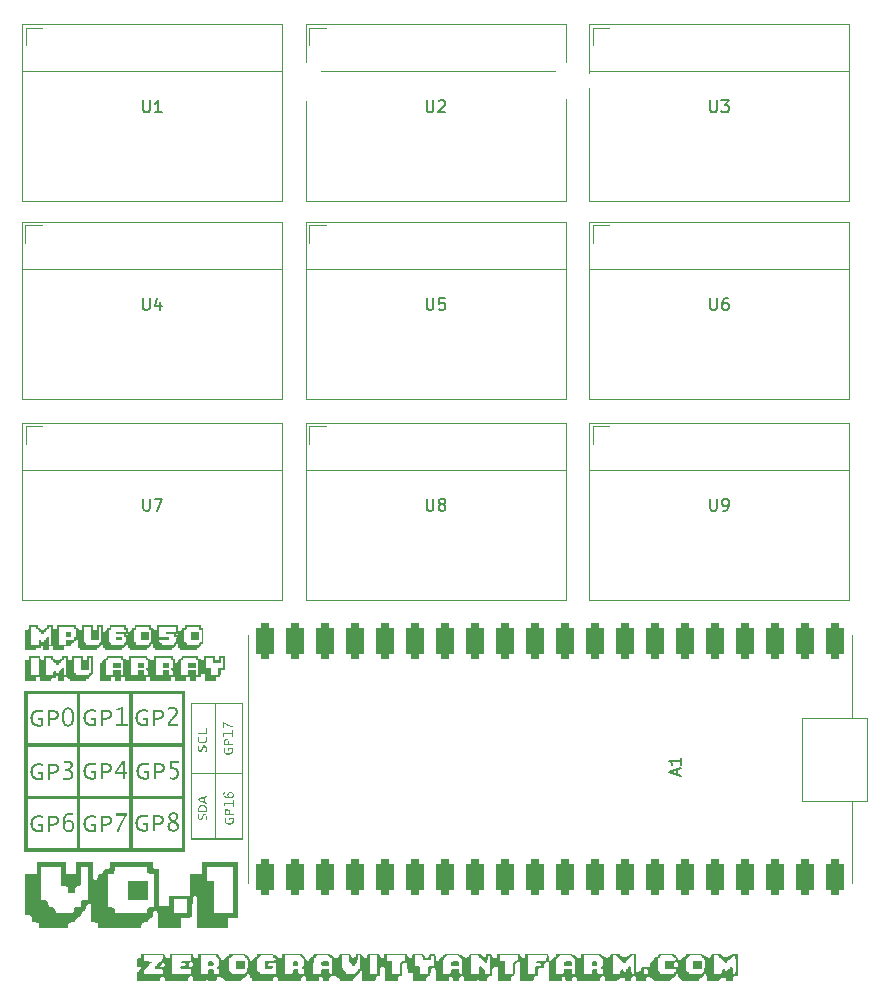
<source format=gbr>
%TF.GenerationSoftware,KiCad,Pcbnew,8.0.4*%
%TF.CreationDate,2024-08-28T17:55:56-04:00*%
%TF.ProjectId,imu-array,696d752d-6172-4726-9179-2e6b69636164,rev?*%
%TF.SameCoordinates,Original*%
%TF.FileFunction,Legend,Top*%
%TF.FilePolarity,Positive*%
%FSLAX46Y46*%
G04 Gerber Fmt 4.6, Leading zero omitted, Abs format (unit mm)*
G04 Created by KiCad (PCBNEW 8.0.4) date 2024-08-28 17:55:56*
%MOMM*%
%LPD*%
G01*
G04 APERTURE LIST*
G04 Aperture macros list*
%AMRoundRect*
0 Rectangle with rounded corners*
0 $1 Rounding radius*
0 $2 $3 $4 $5 $6 $7 $8 $9 X,Y pos of 4 corners*
0 Add a 4 corners polygon primitive as box body*
4,1,4,$2,$3,$4,$5,$6,$7,$8,$9,$2,$3,0*
0 Add four circle primitives for the rounded corners*
1,1,$1+$1,$2,$3*
1,1,$1+$1,$4,$5*
1,1,$1+$1,$6,$7*
1,1,$1+$1,$8,$9*
0 Add four rect primitives between the rounded corners*
20,1,$1+$1,$2,$3,$4,$5,0*
20,1,$1+$1,$4,$5,$6,$7,0*
20,1,$1+$1,$6,$7,$8,$9,0*
20,1,$1+$1,$8,$9,$2,$3,0*%
G04 Aperture macros list end*
%ADD10C,0.150000*%
%ADD11C,0.000000*%
%ADD12C,0.120000*%
%ADD13C,3.200000*%
%ADD14O,4.344000X2.274000*%
%ADD15O,1.800000X2.400000*%
%ADD16RoundRect,0.375000X0.375000X1.125000X-0.375000X1.125000X-0.375000X-1.125000X0.375000X-1.125000X0*%
G04 APERTURE END LIST*
D10*
X208238095Y-77704819D02*
X208238095Y-78514342D01*
X208238095Y-78514342D02*
X208285714Y-78609580D01*
X208285714Y-78609580D02*
X208333333Y-78657200D01*
X208333333Y-78657200D02*
X208428571Y-78704819D01*
X208428571Y-78704819D02*
X208619047Y-78704819D01*
X208619047Y-78704819D02*
X208714285Y-78657200D01*
X208714285Y-78657200D02*
X208761904Y-78609580D01*
X208761904Y-78609580D02*
X208809523Y-78514342D01*
X208809523Y-78514342D02*
X208809523Y-77704819D01*
X209333333Y-78704819D02*
X209523809Y-78704819D01*
X209523809Y-78704819D02*
X209619047Y-78657200D01*
X209619047Y-78657200D02*
X209666666Y-78609580D01*
X209666666Y-78609580D02*
X209761904Y-78466723D01*
X209761904Y-78466723D02*
X209809523Y-78276247D01*
X209809523Y-78276247D02*
X209809523Y-77895295D01*
X209809523Y-77895295D02*
X209761904Y-77800057D01*
X209761904Y-77800057D02*
X209714285Y-77752438D01*
X209714285Y-77752438D02*
X209619047Y-77704819D01*
X209619047Y-77704819D02*
X209428571Y-77704819D01*
X209428571Y-77704819D02*
X209333333Y-77752438D01*
X209333333Y-77752438D02*
X209285714Y-77800057D01*
X209285714Y-77800057D02*
X209238095Y-77895295D01*
X209238095Y-77895295D02*
X209238095Y-78133390D01*
X209238095Y-78133390D02*
X209285714Y-78228628D01*
X209285714Y-78228628D02*
X209333333Y-78276247D01*
X209333333Y-78276247D02*
X209428571Y-78323866D01*
X209428571Y-78323866D02*
X209619047Y-78323866D01*
X209619047Y-78323866D02*
X209714285Y-78276247D01*
X209714285Y-78276247D02*
X209761904Y-78228628D01*
X209761904Y-78228628D02*
X209809523Y-78133390D01*
X184238095Y-77704819D02*
X184238095Y-78514342D01*
X184238095Y-78514342D02*
X184285714Y-78609580D01*
X184285714Y-78609580D02*
X184333333Y-78657200D01*
X184333333Y-78657200D02*
X184428571Y-78704819D01*
X184428571Y-78704819D02*
X184619047Y-78704819D01*
X184619047Y-78704819D02*
X184714285Y-78657200D01*
X184714285Y-78657200D02*
X184761904Y-78609580D01*
X184761904Y-78609580D02*
X184809523Y-78514342D01*
X184809523Y-78514342D02*
X184809523Y-77704819D01*
X185428571Y-78133390D02*
X185333333Y-78085771D01*
X185333333Y-78085771D02*
X185285714Y-78038152D01*
X185285714Y-78038152D02*
X185238095Y-77942914D01*
X185238095Y-77942914D02*
X185238095Y-77895295D01*
X185238095Y-77895295D02*
X185285714Y-77800057D01*
X185285714Y-77800057D02*
X185333333Y-77752438D01*
X185333333Y-77752438D02*
X185428571Y-77704819D01*
X185428571Y-77704819D02*
X185619047Y-77704819D01*
X185619047Y-77704819D02*
X185714285Y-77752438D01*
X185714285Y-77752438D02*
X185761904Y-77800057D01*
X185761904Y-77800057D02*
X185809523Y-77895295D01*
X185809523Y-77895295D02*
X185809523Y-77942914D01*
X185809523Y-77942914D02*
X185761904Y-78038152D01*
X185761904Y-78038152D02*
X185714285Y-78085771D01*
X185714285Y-78085771D02*
X185619047Y-78133390D01*
X185619047Y-78133390D02*
X185428571Y-78133390D01*
X185428571Y-78133390D02*
X185333333Y-78181009D01*
X185333333Y-78181009D02*
X185285714Y-78228628D01*
X185285714Y-78228628D02*
X185238095Y-78323866D01*
X185238095Y-78323866D02*
X185238095Y-78514342D01*
X185238095Y-78514342D02*
X185285714Y-78609580D01*
X185285714Y-78609580D02*
X185333333Y-78657200D01*
X185333333Y-78657200D02*
X185428571Y-78704819D01*
X185428571Y-78704819D02*
X185619047Y-78704819D01*
X185619047Y-78704819D02*
X185714285Y-78657200D01*
X185714285Y-78657200D02*
X185761904Y-78609580D01*
X185761904Y-78609580D02*
X185809523Y-78514342D01*
X185809523Y-78514342D02*
X185809523Y-78323866D01*
X185809523Y-78323866D02*
X185761904Y-78228628D01*
X185761904Y-78228628D02*
X185714285Y-78181009D01*
X185714285Y-78181009D02*
X185619047Y-78133390D01*
X160238095Y-77704819D02*
X160238095Y-78514342D01*
X160238095Y-78514342D02*
X160285714Y-78609580D01*
X160285714Y-78609580D02*
X160333333Y-78657200D01*
X160333333Y-78657200D02*
X160428571Y-78704819D01*
X160428571Y-78704819D02*
X160619047Y-78704819D01*
X160619047Y-78704819D02*
X160714285Y-78657200D01*
X160714285Y-78657200D02*
X160761904Y-78609580D01*
X160761904Y-78609580D02*
X160809523Y-78514342D01*
X160809523Y-78514342D02*
X160809523Y-77704819D01*
X161190476Y-77704819D02*
X161857142Y-77704819D01*
X161857142Y-77704819D02*
X161428571Y-78704819D01*
X208238095Y-60704819D02*
X208238095Y-61514342D01*
X208238095Y-61514342D02*
X208285714Y-61609580D01*
X208285714Y-61609580D02*
X208333333Y-61657200D01*
X208333333Y-61657200D02*
X208428571Y-61704819D01*
X208428571Y-61704819D02*
X208619047Y-61704819D01*
X208619047Y-61704819D02*
X208714285Y-61657200D01*
X208714285Y-61657200D02*
X208761904Y-61609580D01*
X208761904Y-61609580D02*
X208809523Y-61514342D01*
X208809523Y-61514342D02*
X208809523Y-60704819D01*
X209714285Y-60704819D02*
X209523809Y-60704819D01*
X209523809Y-60704819D02*
X209428571Y-60752438D01*
X209428571Y-60752438D02*
X209380952Y-60800057D01*
X209380952Y-60800057D02*
X209285714Y-60942914D01*
X209285714Y-60942914D02*
X209238095Y-61133390D01*
X209238095Y-61133390D02*
X209238095Y-61514342D01*
X209238095Y-61514342D02*
X209285714Y-61609580D01*
X209285714Y-61609580D02*
X209333333Y-61657200D01*
X209333333Y-61657200D02*
X209428571Y-61704819D01*
X209428571Y-61704819D02*
X209619047Y-61704819D01*
X209619047Y-61704819D02*
X209714285Y-61657200D01*
X209714285Y-61657200D02*
X209761904Y-61609580D01*
X209761904Y-61609580D02*
X209809523Y-61514342D01*
X209809523Y-61514342D02*
X209809523Y-61276247D01*
X209809523Y-61276247D02*
X209761904Y-61181009D01*
X209761904Y-61181009D02*
X209714285Y-61133390D01*
X209714285Y-61133390D02*
X209619047Y-61085771D01*
X209619047Y-61085771D02*
X209428571Y-61085771D01*
X209428571Y-61085771D02*
X209333333Y-61133390D01*
X209333333Y-61133390D02*
X209285714Y-61181009D01*
X209285714Y-61181009D02*
X209238095Y-61276247D01*
X184238095Y-60704819D02*
X184238095Y-61514342D01*
X184238095Y-61514342D02*
X184285714Y-61609580D01*
X184285714Y-61609580D02*
X184333333Y-61657200D01*
X184333333Y-61657200D02*
X184428571Y-61704819D01*
X184428571Y-61704819D02*
X184619047Y-61704819D01*
X184619047Y-61704819D02*
X184714285Y-61657200D01*
X184714285Y-61657200D02*
X184761904Y-61609580D01*
X184761904Y-61609580D02*
X184809523Y-61514342D01*
X184809523Y-61514342D02*
X184809523Y-60704819D01*
X185761904Y-60704819D02*
X185285714Y-60704819D01*
X185285714Y-60704819D02*
X185238095Y-61181009D01*
X185238095Y-61181009D02*
X185285714Y-61133390D01*
X185285714Y-61133390D02*
X185380952Y-61085771D01*
X185380952Y-61085771D02*
X185619047Y-61085771D01*
X185619047Y-61085771D02*
X185714285Y-61133390D01*
X185714285Y-61133390D02*
X185761904Y-61181009D01*
X185761904Y-61181009D02*
X185809523Y-61276247D01*
X185809523Y-61276247D02*
X185809523Y-61514342D01*
X185809523Y-61514342D02*
X185761904Y-61609580D01*
X185761904Y-61609580D02*
X185714285Y-61657200D01*
X185714285Y-61657200D02*
X185619047Y-61704819D01*
X185619047Y-61704819D02*
X185380952Y-61704819D01*
X185380952Y-61704819D02*
X185285714Y-61657200D01*
X185285714Y-61657200D02*
X185238095Y-61609580D01*
X160198095Y-60704819D02*
X160198095Y-61514342D01*
X160198095Y-61514342D02*
X160245714Y-61609580D01*
X160245714Y-61609580D02*
X160293333Y-61657200D01*
X160293333Y-61657200D02*
X160388571Y-61704819D01*
X160388571Y-61704819D02*
X160579047Y-61704819D01*
X160579047Y-61704819D02*
X160674285Y-61657200D01*
X160674285Y-61657200D02*
X160721904Y-61609580D01*
X160721904Y-61609580D02*
X160769523Y-61514342D01*
X160769523Y-61514342D02*
X160769523Y-60704819D01*
X161674285Y-61038152D02*
X161674285Y-61704819D01*
X161436190Y-60657200D02*
X161198095Y-61371485D01*
X161198095Y-61371485D02*
X161817142Y-61371485D01*
X208238095Y-43954819D02*
X208238095Y-44764342D01*
X208238095Y-44764342D02*
X208285714Y-44859580D01*
X208285714Y-44859580D02*
X208333333Y-44907200D01*
X208333333Y-44907200D02*
X208428571Y-44954819D01*
X208428571Y-44954819D02*
X208619047Y-44954819D01*
X208619047Y-44954819D02*
X208714285Y-44907200D01*
X208714285Y-44907200D02*
X208761904Y-44859580D01*
X208761904Y-44859580D02*
X208809523Y-44764342D01*
X208809523Y-44764342D02*
X208809523Y-43954819D01*
X209190476Y-43954819D02*
X209809523Y-43954819D01*
X209809523Y-43954819D02*
X209476190Y-44335771D01*
X209476190Y-44335771D02*
X209619047Y-44335771D01*
X209619047Y-44335771D02*
X209714285Y-44383390D01*
X209714285Y-44383390D02*
X209761904Y-44431009D01*
X209761904Y-44431009D02*
X209809523Y-44526247D01*
X209809523Y-44526247D02*
X209809523Y-44764342D01*
X209809523Y-44764342D02*
X209761904Y-44859580D01*
X209761904Y-44859580D02*
X209714285Y-44907200D01*
X209714285Y-44907200D02*
X209619047Y-44954819D01*
X209619047Y-44954819D02*
X209333333Y-44954819D01*
X209333333Y-44954819D02*
X209238095Y-44907200D01*
X209238095Y-44907200D02*
X209190476Y-44859580D01*
X184238095Y-43954819D02*
X184238095Y-44764342D01*
X184238095Y-44764342D02*
X184285714Y-44859580D01*
X184285714Y-44859580D02*
X184333333Y-44907200D01*
X184333333Y-44907200D02*
X184428571Y-44954819D01*
X184428571Y-44954819D02*
X184619047Y-44954819D01*
X184619047Y-44954819D02*
X184714285Y-44907200D01*
X184714285Y-44907200D02*
X184761904Y-44859580D01*
X184761904Y-44859580D02*
X184809523Y-44764342D01*
X184809523Y-44764342D02*
X184809523Y-43954819D01*
X185238095Y-44050057D02*
X185285714Y-44002438D01*
X185285714Y-44002438D02*
X185380952Y-43954819D01*
X185380952Y-43954819D02*
X185619047Y-43954819D01*
X185619047Y-43954819D02*
X185714285Y-44002438D01*
X185714285Y-44002438D02*
X185761904Y-44050057D01*
X185761904Y-44050057D02*
X185809523Y-44145295D01*
X185809523Y-44145295D02*
X185809523Y-44240533D01*
X185809523Y-44240533D02*
X185761904Y-44383390D01*
X185761904Y-44383390D02*
X185190476Y-44954819D01*
X185190476Y-44954819D02*
X185809523Y-44954819D01*
X160238095Y-43954819D02*
X160238095Y-44764342D01*
X160238095Y-44764342D02*
X160285714Y-44859580D01*
X160285714Y-44859580D02*
X160333333Y-44907200D01*
X160333333Y-44907200D02*
X160428571Y-44954819D01*
X160428571Y-44954819D02*
X160619047Y-44954819D01*
X160619047Y-44954819D02*
X160714285Y-44907200D01*
X160714285Y-44907200D02*
X160761904Y-44859580D01*
X160761904Y-44859580D02*
X160809523Y-44764342D01*
X160809523Y-44764342D02*
X160809523Y-43954819D01*
X161809523Y-44954819D02*
X161238095Y-44954819D01*
X161523809Y-44954819D02*
X161523809Y-43954819D01*
X161523809Y-43954819D02*
X161428571Y-44097676D01*
X161428571Y-44097676D02*
X161333333Y-44192914D01*
X161333333Y-44192914D02*
X161238095Y-44240533D01*
X205449104Y-101064285D02*
X205449104Y-100588095D01*
X205734819Y-101159523D02*
X204734819Y-100826190D01*
X204734819Y-100826190D02*
X205734819Y-100492857D01*
X205734819Y-99635714D02*
X205734819Y-100207142D01*
X205734819Y-99921428D02*
X204734819Y-99921428D01*
X204734819Y-99921428D02*
X204877676Y-100016666D01*
X204877676Y-100016666D02*
X204972914Y-100111904D01*
X204972914Y-100111904D02*
X205020533Y-100207142D01*
D11*
%TO.C,G\u002A\u002A\u002A*%
G36*
X168679290Y-100750000D02*
G01*
X168679290Y-106545784D01*
X167486317Y-106545784D01*
X166481213Y-106545784D01*
X165335208Y-106545784D01*
X164283137Y-106545784D01*
X164283137Y-101003625D01*
X164377071Y-101003625D01*
X164377071Y-103727737D01*
X164377071Y-106451850D01*
X165335208Y-106451850D01*
X166293344Y-106451850D01*
X166293344Y-103727737D01*
X166293344Y-101003625D01*
X166387279Y-101003625D01*
X166387279Y-103727737D01*
X166387279Y-106451850D01*
X167486317Y-106451850D01*
X168585355Y-106451850D01*
X168585355Y-103727737D01*
X168585355Y-101003625D01*
X167486317Y-101003625D01*
X166387279Y-101003625D01*
X166293344Y-101003625D01*
X165335208Y-101003625D01*
X164377071Y-101003625D01*
X164283137Y-101003625D01*
X164283137Y-100750000D01*
X164283137Y-97978921D01*
X164377071Y-97978921D01*
X164377071Y-100909690D01*
X165335208Y-100909690D01*
X166293344Y-100909690D01*
X166293344Y-97978921D01*
X166387279Y-97978921D01*
X166387279Y-100909690D01*
X167486317Y-100909690D01*
X168585355Y-100909690D01*
X168585355Y-97978921D01*
X168585355Y-95048151D01*
X167486317Y-95048151D01*
X166387279Y-95048151D01*
X166387279Y-97978921D01*
X166293344Y-97978921D01*
X166293344Y-95048151D01*
X165335208Y-95048151D01*
X164377071Y-95048151D01*
X164377071Y-97978921D01*
X164283137Y-97978921D01*
X164283137Y-94954216D01*
X166481213Y-94954216D01*
X168679290Y-94954216D01*
X168679290Y-100750000D01*
G37*
G36*
X167775416Y-104686828D02*
G01*
X167829609Y-104690531D01*
X167860831Y-104698242D01*
X167876366Y-104711218D01*
X167879957Y-104718519D01*
X167891472Y-104769413D01*
X167898703Y-104841717D01*
X167901105Y-104920214D01*
X167898135Y-104989688D01*
X167891087Y-105029957D01*
X167842075Y-105127176D01*
X167769270Y-105201777D01*
X167679290Y-105253212D01*
X167578751Y-105280933D01*
X167474269Y-105284391D01*
X167372463Y-105263039D01*
X167279948Y-105216328D01*
X167203342Y-105143709D01*
X167168957Y-105089793D01*
X167137688Y-104996282D01*
X167129710Y-104901923D01*
X167132739Y-104804289D01*
X167143662Y-104738995D01*
X167164167Y-104701321D01*
X167195943Y-104686548D01*
X167207061Y-104685873D01*
X167241396Y-104690488D01*
X167247079Y-104711049D01*
X167242557Y-104728144D01*
X167233295Y-104770807D01*
X167224188Y-104833582D01*
X167219917Y-104873743D01*
X167217090Y-104941465D01*
X167226018Y-104989758D01*
X167250268Y-105035862D01*
X167254888Y-105042826D01*
X167323785Y-105113465D01*
X167412723Y-105158175D01*
X167512531Y-105174661D01*
X167614040Y-105160626D01*
X167657898Y-105143710D01*
X167725526Y-105092641D01*
X167778113Y-105016200D01*
X167809296Y-104925572D01*
X167815089Y-104867396D01*
X167815089Y-104779808D01*
X167711761Y-104779808D01*
X167608432Y-104779808D01*
X167608432Y-104854956D01*
X167605869Y-104903373D01*
X167593777Y-104924892D01*
X167565555Y-104930077D01*
X167561465Y-104930104D01*
X167536217Y-104927963D01*
X167522155Y-104915880D01*
X167516012Y-104885366D01*
X167514525Y-104827933D01*
X167514497Y-104807989D01*
X167514497Y-104685873D01*
X167690964Y-104685873D01*
X167775416Y-104686828D01*
G37*
G36*
X167730996Y-102506240D02*
G01*
X167779434Y-102530441D01*
X167848363Y-102596107D01*
X167892112Y-102679047D01*
X167907258Y-102769266D01*
X167890822Y-102855675D01*
X167855102Y-102907361D01*
X167795937Y-102958417D01*
X167726263Y-102998824D01*
X167687694Y-103013005D01*
X167608854Y-103026569D01*
X167601084Y-103026986D01*
X167510311Y-103031852D01*
X167406669Y-103029165D01*
X167312534Y-103018817D01*
X167249411Y-103003708D01*
X167151456Y-102952860D01*
X167073801Y-102879877D01*
X167033116Y-102812475D01*
X167011548Y-102742613D01*
X167010758Y-102672091D01*
X167027024Y-102595821D01*
X167044826Y-102548460D01*
X167068902Y-102528466D01*
X167094683Y-102525370D01*
X167128317Y-102530316D01*
X167132232Y-102549654D01*
X167129100Y-102558247D01*
X167118721Y-102596743D01*
X167109006Y-102654098D01*
X167106282Y-102676520D01*
X167110918Y-102759147D01*
X167145488Y-102825041D01*
X167211610Y-102875651D01*
X167310904Y-102912428D01*
X167387685Y-102928560D01*
X167438029Y-102933065D01*
X167454813Y-102922544D01*
X167438851Y-102894879D01*
X167411432Y-102866826D01*
X167367214Y-102801403D01*
X167359531Y-102761071D01*
X167439350Y-102761071D01*
X167456021Y-102820007D01*
X167498432Y-102873415D01*
X167555178Y-102910096D01*
X167601084Y-102919897D01*
X167662640Y-102910041D01*
X167726363Y-102885136D01*
X167776843Y-102852177D01*
X167793812Y-102832419D01*
X167813055Y-102768285D01*
X167807078Y-102699039D01*
X167777438Y-102642340D01*
X167776995Y-102641862D01*
X167714320Y-102597656D01*
X167642932Y-102582167D01*
X167571312Y-102592401D01*
X167507942Y-102625363D01*
X167461302Y-102678059D01*
X167439875Y-102747494D01*
X167439350Y-102761071D01*
X167359531Y-102761071D01*
X167352539Y-102724366D01*
X167365983Y-102645377D01*
X167406122Y-102574101D01*
X167461703Y-102525852D01*
X167545082Y-102494237D01*
X167639905Y-102487773D01*
X167730996Y-102506240D01*
G37*
G36*
X167445657Y-103951878D02*
G01*
X167512441Y-104001118D01*
X167564014Y-104077293D01*
X167597073Y-104175585D01*
X167608328Y-104286650D01*
X167608432Y-104366494D01*
X167749335Y-104366494D01*
X167821004Y-104367080D01*
X167863014Y-104370595D01*
X167883281Y-104379677D01*
X167889719Y-104396965D01*
X167890237Y-104413462D01*
X167890237Y-104460429D01*
X167512084Y-104460429D01*
X167373595Y-104460429D01*
X167133931Y-104460429D01*
X167142417Y-104258469D01*
X167143131Y-104248559D01*
X167232693Y-104248559D01*
X167232693Y-104366494D01*
X167373595Y-104366494D01*
X167514497Y-104366494D01*
X167514427Y-104267863D01*
X167501527Y-104165324D01*
X167477129Y-104108173D01*
X167445981Y-104067054D01*
X167409473Y-104049977D01*
X167365543Y-104047116D01*
X167304525Y-104056007D01*
X167264154Y-104085822D01*
X167241321Y-104141276D01*
X167232916Y-104227084D01*
X167232693Y-104248559D01*
X167143131Y-104248559D01*
X167151040Y-104138836D01*
X167167542Y-104051763D01*
X167195199Y-103992519D01*
X167237289Y-103956375D01*
X167297091Y-103938599D01*
X167366964Y-103934394D01*
X167445657Y-103951878D01*
G37*
G36*
X167890237Y-103474113D02*
G01*
X167890237Y-103765311D01*
X167843270Y-103765311D01*
X167818022Y-103763170D01*
X167803959Y-103751087D01*
X167797817Y-103720573D01*
X167796329Y-103663140D01*
X167796302Y-103643196D01*
X167796302Y-103521080D01*
X167465072Y-103521080D01*
X167133842Y-103521080D01*
X167144482Y-103582138D01*
X167156552Y-103647053D01*
X167168456Y-103706156D01*
X167174691Y-103748175D01*
X167166575Y-103763355D01*
X167149054Y-103762517D01*
X167124040Y-103741047D01*
X167096195Y-103685180D01*
X167071429Y-103615015D01*
X167050073Y-103545241D01*
X167034155Y-103488016D01*
X167026556Y-103453832D01*
X167026287Y-103450629D01*
X167034954Y-103442314D01*
X167063623Y-103436064D01*
X167115999Y-103431650D01*
X167195784Y-103428849D01*
X167306681Y-103427433D01*
X167411169Y-103427145D01*
X167796302Y-103427145D01*
X167796302Y-103305030D01*
X167797126Y-103239386D01*
X167801773Y-103202823D01*
X167813509Y-103186852D01*
X167835599Y-103182985D01*
X167843270Y-103182915D01*
X167890237Y-103182915D01*
X167890237Y-103474113D01*
G37*
G36*
X167700268Y-98768929D02*
G01*
X167754461Y-98772632D01*
X167785683Y-98780342D01*
X167801218Y-98793318D01*
X167804810Y-98800619D01*
X167816324Y-98851514D01*
X167823555Y-98923818D01*
X167825957Y-99002315D01*
X167822988Y-99071789D01*
X167815939Y-99112058D01*
X167766927Y-99209276D01*
X167694122Y-99283877D01*
X167604142Y-99335312D01*
X167503603Y-99363033D01*
X167399121Y-99366492D01*
X167297315Y-99345139D01*
X167204800Y-99298428D01*
X167128194Y-99225810D01*
X167093809Y-99171894D01*
X167062540Y-99078383D01*
X167054562Y-98984024D01*
X167057591Y-98886390D01*
X167068514Y-98821095D01*
X167089019Y-98783421D01*
X167120795Y-98768649D01*
X167131913Y-98767974D01*
X167166248Y-98772588D01*
X167171931Y-98793150D01*
X167167409Y-98810244D01*
X167158147Y-98852907D01*
X167149040Y-98915682D01*
X167144769Y-98955844D01*
X167141942Y-99023566D01*
X167150870Y-99071859D01*
X167175120Y-99117963D01*
X167179740Y-99124926D01*
X167248637Y-99195566D01*
X167337575Y-99240276D01*
X167437383Y-99256761D01*
X167538893Y-99242726D01*
X167582750Y-99225810D01*
X167650378Y-99174742D01*
X167702965Y-99098301D01*
X167734148Y-99007672D01*
X167739941Y-98949496D01*
X167739941Y-98861909D01*
X167636613Y-98861909D01*
X167533284Y-98861909D01*
X167533284Y-98937057D01*
X167530721Y-98985473D01*
X167518629Y-99006993D01*
X167490407Y-99012178D01*
X167486317Y-99012205D01*
X167461069Y-99010063D01*
X167447007Y-98997980D01*
X167440864Y-98967467D01*
X167439377Y-98910034D01*
X167439350Y-98890089D01*
X167439350Y-98767974D01*
X167615816Y-98767974D01*
X167700268Y-98768929D01*
G37*
G36*
X167370509Y-98033979D02*
G01*
X167437293Y-98083218D01*
X167488866Y-98159394D01*
X167521925Y-98257685D01*
X167533180Y-98368750D01*
X167533284Y-98448595D01*
X167674187Y-98448595D01*
X167745856Y-98449180D01*
X167787866Y-98452695D01*
X167808133Y-98461778D01*
X167814571Y-98479066D01*
X167815089Y-98495563D01*
X167815089Y-98542530D01*
X167436936Y-98542530D01*
X167298447Y-98542530D01*
X167058783Y-98542530D01*
X167067269Y-98340570D01*
X167067983Y-98330660D01*
X167157545Y-98330660D01*
X167157545Y-98448595D01*
X167298447Y-98448595D01*
X167439350Y-98448595D01*
X167439279Y-98349963D01*
X167426379Y-98247425D01*
X167401981Y-98190274D01*
X167370833Y-98149154D01*
X167334325Y-98132078D01*
X167290395Y-98129216D01*
X167229377Y-98138107D01*
X167189006Y-98167923D01*
X167166173Y-98223377D01*
X167157768Y-98309184D01*
X167157545Y-98330660D01*
X167067983Y-98330660D01*
X167075893Y-98220936D01*
X167092394Y-98133863D01*
X167120051Y-98074620D01*
X167162141Y-98038476D01*
X167221944Y-98020700D01*
X167291816Y-98016494D01*
X167370509Y-98033979D01*
G37*
G36*
X167815089Y-97556213D02*
G01*
X167815089Y-97847412D01*
X167768122Y-97847412D01*
X167742874Y-97845270D01*
X167728811Y-97833187D01*
X167722669Y-97802674D01*
X167721181Y-97745241D01*
X167721154Y-97725296D01*
X167721154Y-97603181D01*
X167389924Y-97603181D01*
X167058694Y-97603181D01*
X167069334Y-97664239D01*
X167081404Y-97729153D01*
X167093308Y-97788257D01*
X167099543Y-97830276D01*
X167091427Y-97845455D01*
X167073906Y-97844618D01*
X167048892Y-97823147D01*
X167021047Y-97767281D01*
X166996281Y-97697116D01*
X166974925Y-97627342D01*
X166959007Y-97570117D01*
X166951408Y-97535933D01*
X166951140Y-97532730D01*
X166959806Y-97524415D01*
X166988475Y-97518164D01*
X167040851Y-97513751D01*
X167120636Y-97510950D01*
X167231533Y-97509534D01*
X167336021Y-97509246D01*
X167721154Y-97509246D01*
X167721154Y-97387131D01*
X167721978Y-97321487D01*
X167726625Y-97284924D01*
X167738361Y-97268953D01*
X167760451Y-97265086D01*
X167768122Y-97265015D01*
X167815089Y-97265015D01*
X167815089Y-97556213D01*
G37*
G36*
X167041618Y-96598269D02*
G01*
X167100503Y-96623220D01*
X167155343Y-96653101D01*
X167252114Y-96708359D01*
X167360821Y-96764712D01*
X167472174Y-96817865D01*
X167576886Y-96863524D01*
X167665669Y-96897394D01*
X167716458Y-96912533D01*
X167773455Y-96927461D01*
X167802790Y-96942725D01*
X167813612Y-96966198D01*
X167815089Y-96997408D01*
X167812315Y-97038828D01*
X167797518Y-97052077D01*
X167763425Y-97047057D01*
X167702662Y-97028794D01*
X167628756Y-96998423D01*
X167536883Y-96953627D01*
X167422217Y-96892089D01*
X167316982Y-96832771D01*
X167233537Y-96785497D01*
X167161902Y-96745776D01*
X167108276Y-96716980D01*
X167078858Y-96702480D01*
X167075465Y-96701406D01*
X167070599Y-96718898D01*
X167066700Y-96766199D01*
X167064236Y-96835549D01*
X167063610Y-96898669D01*
X167063610Y-97095932D01*
X167007249Y-97095932D01*
X166950888Y-97095932D01*
X166950888Y-96842308D01*
X166950888Y-96588684D01*
X167000095Y-96588684D01*
X167041618Y-96598269D01*
G37*
G36*
X165422996Y-104350764D02*
G01*
X165442681Y-104352817D01*
X165526355Y-104376650D01*
X165587366Y-104428351D01*
X165628697Y-104510686D01*
X165634820Y-104530912D01*
X165648664Y-104603171D01*
X165652693Y-104675479D01*
X165646009Y-104730473D01*
X165645248Y-104732841D01*
X165638156Y-104762570D01*
X165628860Y-104811714D01*
X165627093Y-104822079D01*
X165615858Y-104868562D01*
X165596441Y-104888417D01*
X165559800Y-104892530D01*
X165520657Y-104891148D01*
X165504573Y-104887833D01*
X165510493Y-104868998D01*
X165525023Y-104827288D01*
X165531929Y-104807989D01*
X165554385Y-104716707D01*
X165558020Y-104627896D01*
X165544342Y-104549564D01*
X165514858Y-104489717D01*
X165471077Y-104456363D01*
X165465398Y-104454641D01*
X165417173Y-104460415D01*
X165370519Y-104503456D01*
X165325347Y-104583872D01*
X165296829Y-104655970D01*
X165266179Y-104729829D01*
X165230475Y-104797052D01*
X165198855Y-104841354D01*
X165161348Y-104876233D01*
X165125528Y-104890144D01*
X165073748Y-104889055D01*
X165061648Y-104887758D01*
X165000866Y-104874543D01*
X164951011Y-104852989D01*
X164939839Y-104844801D01*
X164901140Y-104787675D01*
X164877455Y-104705272D01*
X164871054Y-104607660D01*
X164874938Y-104557158D01*
X164885732Y-104481410D01*
X164897372Y-104435694D01*
X164913698Y-104412585D01*
X164938548Y-104404659D01*
X164954094Y-104404068D01*
X164987085Y-104409260D01*
X164990341Y-104429389D01*
X164987576Y-104436946D01*
X164979115Y-104472291D01*
X164970568Y-104531447D01*
X164964617Y-104591938D01*
X164961141Y-104663135D01*
X164965693Y-104709547D01*
X164980340Y-104743487D01*
X164992914Y-104760643D01*
X165024735Y-104791967D01*
X165057049Y-104796314D01*
X165084314Y-104788452D01*
X165112654Y-104773877D01*
X165136474Y-104747656D01*
X165160564Y-104702224D01*
X165189716Y-104630012D01*
X165197072Y-104610354D01*
X165229630Y-104531329D01*
X165264765Y-104459830D01*
X165296372Y-104407913D01*
X165305165Y-104396936D01*
X165339655Y-104363885D01*
X165373472Y-104350245D01*
X165422996Y-104350764D01*
G37*
G36*
X165362842Y-103605028D02*
G01*
X165413400Y-103621298D01*
X165446830Y-103637358D01*
X165522690Y-103687095D01*
X165576702Y-103749101D01*
X165611635Y-103829463D01*
X165630257Y-103934268D01*
X165635351Y-104051813D01*
X165635799Y-104178625D01*
X165260060Y-104178625D01*
X165257548Y-104178625D01*
X164879296Y-104178625D01*
X164888193Y-103995452D01*
X164888707Y-103990151D01*
X164978255Y-103990151D01*
X164978255Y-104084690D01*
X165260060Y-104084690D01*
X165541864Y-104084690D01*
X165541864Y-104000529D01*
X165534378Y-103926748D01*
X165515914Y-103852455D01*
X165511355Y-103840117D01*
X165473741Y-103775521D01*
X165418679Y-103734366D01*
X165339930Y-103713394D01*
X165260060Y-103708950D01*
X165149871Y-103719721D01*
X165068795Y-103753473D01*
X165014671Y-103812364D01*
X164985333Y-103898553D01*
X164978255Y-103990151D01*
X164888707Y-103990151D01*
X164901166Y-103861646D01*
X164927579Y-103760134D01*
X164970709Y-103687033D01*
X165033838Y-103638464D01*
X165120242Y-103610544D01*
X165222486Y-103599784D01*
X165304034Y-103598666D01*
X165362842Y-103605028D01*
G37*
G36*
X165630953Y-102840712D02*
G01*
X165635791Y-102877430D01*
X165635799Y-102879247D01*
X165632138Y-102913681D01*
X165615119Y-102936154D01*
X165575688Y-102955109D01*
X165541864Y-102966864D01*
X165447929Y-102998064D01*
X165447929Y-103182538D01*
X165447929Y-103367011D01*
X165541864Y-103400789D01*
X165598981Y-103424631D01*
X165627552Y-103447331D01*
X165635774Y-103475611D01*
X165635799Y-103477824D01*
X165633818Y-103511365D01*
X165630450Y-103521080D01*
X165612224Y-103514412D01*
X165564333Y-103495775D01*
X165491971Y-103467222D01*
X165400332Y-103430805D01*
X165336302Y-103405229D01*
X165294611Y-103388576D01*
X165259407Y-103374473D01*
X165137551Y-103325416D01*
X165046169Y-103287739D01*
X164980791Y-103259011D01*
X164936948Y-103236800D01*
X164910171Y-103218673D01*
X164895989Y-103202197D01*
X164889935Y-103184942D01*
X164889703Y-103183204D01*
X165015829Y-103183204D01*
X165031893Y-103194531D01*
X165073735Y-103214828D01*
X165131832Y-103240197D01*
X165196661Y-103266739D01*
X165258697Y-103290556D01*
X165308419Y-103307750D01*
X165336302Y-103314423D01*
X165336409Y-103314423D01*
X165345076Y-103297228D01*
X165351357Y-103251976D01*
X165353981Y-103188167D01*
X165353994Y-103182915D01*
X165352398Y-103118093D01*
X165348197Y-103071124D01*
X165342273Y-103051509D01*
X165341788Y-103051406D01*
X165315404Y-103057903D01*
X165266555Y-103074849D01*
X165204690Y-103098422D01*
X165139258Y-103124802D01*
X165079708Y-103150169D01*
X165035489Y-103170701D01*
X165016049Y-103182579D01*
X165015829Y-103183204D01*
X164889703Y-103183204D01*
X164888276Y-103172513D01*
X164882838Y-103117160D01*
X165243402Y-102976258D01*
X165352701Y-102933544D01*
X165450236Y-102895423D01*
X165530540Y-102864033D01*
X165588143Y-102841512D01*
X165617575Y-102829998D01*
X165619882Y-102829093D01*
X165630953Y-102840712D01*
G37*
G36*
X165404209Y-98564373D02*
G01*
X165423894Y-98566427D01*
X165507568Y-98590259D01*
X165568579Y-98641961D01*
X165609910Y-98724295D01*
X165616033Y-98744521D01*
X165629877Y-98816781D01*
X165633906Y-98889089D01*
X165627222Y-98944083D01*
X165626461Y-98946450D01*
X165619369Y-98976179D01*
X165610073Y-99025324D01*
X165608306Y-99035688D01*
X165597071Y-99082171D01*
X165577654Y-99102027D01*
X165541013Y-99106139D01*
X165501870Y-99104758D01*
X165485786Y-99101443D01*
X165491706Y-99082608D01*
X165506236Y-99040897D01*
X165513142Y-99021598D01*
X165535598Y-98930317D01*
X165539233Y-98841506D01*
X165525555Y-98763173D01*
X165496071Y-98703326D01*
X165452290Y-98669973D01*
X165446611Y-98668250D01*
X165398386Y-98674024D01*
X165351732Y-98717066D01*
X165306560Y-98797481D01*
X165278042Y-98869580D01*
X165247392Y-98943438D01*
X165211688Y-99010661D01*
X165180068Y-99054963D01*
X165142561Y-99089842D01*
X165106741Y-99103753D01*
X165054961Y-99102665D01*
X165042861Y-99101368D01*
X164982079Y-99088152D01*
X164932224Y-99066598D01*
X164921052Y-99058410D01*
X164882353Y-99001285D01*
X164858668Y-98918881D01*
X164852267Y-98821269D01*
X164856151Y-98770768D01*
X164866945Y-98695020D01*
X164878585Y-98649303D01*
X164894911Y-98626194D01*
X164919761Y-98618269D01*
X164935307Y-98617678D01*
X164968298Y-98622870D01*
X164971554Y-98642998D01*
X164968789Y-98650555D01*
X164960328Y-98685900D01*
X164951781Y-98745056D01*
X164945830Y-98805548D01*
X164942354Y-98876744D01*
X164946906Y-98923156D01*
X164961553Y-98957096D01*
X164974127Y-98974252D01*
X165005948Y-99005577D01*
X165038262Y-99009924D01*
X165065527Y-99002061D01*
X165093867Y-98987486D01*
X165117687Y-98961266D01*
X165141777Y-98915833D01*
X165170929Y-98843622D01*
X165178285Y-98823963D01*
X165210843Y-98744939D01*
X165245978Y-98673439D01*
X165277585Y-98621523D01*
X165286378Y-98610546D01*
X165320868Y-98577494D01*
X165354685Y-98563855D01*
X165404209Y-98564373D01*
G37*
G36*
X165579545Y-97816523D02*
G01*
X165599016Y-97842716D01*
X165614782Y-97893305D01*
X165633487Y-98012581D01*
X165624063Y-98119520D01*
X165608280Y-98173605D01*
X165554110Y-98274356D01*
X165474345Y-98348741D01*
X165371954Y-98394810D01*
X165249903Y-98410612D01*
X165247827Y-98410609D01*
X165120153Y-98394392D01*
X165014134Y-98348764D01*
X164932386Y-98276710D01*
X164877526Y-98181213D01*
X164852172Y-98065256D01*
X164854590Y-97962287D01*
X164864095Y-97892777D01*
X164875383Y-97852704D01*
X164893199Y-97834048D01*
X164922287Y-97828789D01*
X164933662Y-97828625D01*
X164966810Y-97833220D01*
X164970783Y-97854078D01*
X164965431Y-97870895D01*
X164957130Y-97912262D01*
X164951554Y-97975511D01*
X164950074Y-98029098D01*
X164952634Y-98099114D01*
X164962859Y-98145277D01*
X164984574Y-98181110D01*
X164997042Y-98195269D01*
X165070365Y-98256840D01*
X165153077Y-98289528D01*
X165246955Y-98298299D01*
X165351291Y-98282267D01*
X165435817Y-98237095D01*
X165497685Y-98167171D01*
X165534050Y-98076882D01*
X165542062Y-97970616D01*
X165524389Y-97870771D01*
X165515029Y-97829558D01*
X165522804Y-97812881D01*
X165550339Y-97809838D01*
X165579545Y-97816523D01*
G37*
G36*
X165617012Y-97358950D02*
G01*
X165617012Y-97621968D01*
X165241273Y-97621968D01*
X164865533Y-97621968D01*
X164865533Y-97565607D01*
X164865533Y-97509246D01*
X165194305Y-97509246D01*
X165523077Y-97509246D01*
X165523077Y-97302589D01*
X165523077Y-97095932D01*
X165570045Y-97095932D01*
X165617012Y-97095932D01*
X165617012Y-97358950D01*
G37*
G36*
X163794500Y-100750000D02*
G01*
X163794500Y-107565666D01*
X156978833Y-107565666D01*
X150163166Y-107565666D01*
X150163166Y-107269333D01*
X150459500Y-107269333D01*
X152533833Y-107269333D01*
X154608166Y-107269333D01*
X154904500Y-107269333D01*
X156978833Y-107269333D01*
X159053166Y-107269333D01*
X159349500Y-107269333D01*
X161423833Y-107269333D01*
X163498166Y-107269333D01*
X163498166Y-105195000D01*
X163498166Y-103120666D01*
X161423833Y-103120666D01*
X159349500Y-103120666D01*
X159349500Y-105195000D01*
X159349500Y-107269333D01*
X159053166Y-107269333D01*
X159053166Y-105195000D01*
X159053166Y-103120666D01*
X156978833Y-103120666D01*
X154904500Y-103120666D01*
X154904500Y-105195000D01*
X154904500Y-107269333D01*
X154608166Y-107269333D01*
X154608166Y-105195000D01*
X154608166Y-103120666D01*
X152533833Y-103120666D01*
X150459500Y-103120666D01*
X150459500Y-105195000D01*
X150459500Y-107269333D01*
X150163166Y-107269333D01*
X150163166Y-105195000D01*
X150163166Y-102824333D01*
X150459500Y-102824333D01*
X152533833Y-102824333D01*
X154608166Y-102824333D01*
X154904500Y-102824333D01*
X156978833Y-102824333D01*
X159053166Y-102824333D01*
X159349500Y-102824333D01*
X161423833Y-102824333D01*
X163498166Y-102824333D01*
X163498166Y-100750000D01*
X163498166Y-98675666D01*
X161423833Y-98675666D01*
X159349500Y-98675666D01*
X159349500Y-100750000D01*
X159349500Y-102824333D01*
X159053166Y-102824333D01*
X159053166Y-100750000D01*
X159053166Y-98675666D01*
X156978833Y-98675666D01*
X154904500Y-98675666D01*
X154904500Y-100750000D01*
X154904500Y-102824333D01*
X154608166Y-102824333D01*
X154608166Y-100750000D01*
X154608166Y-98675666D01*
X152533833Y-98675666D01*
X150459500Y-98675666D01*
X150459500Y-100750000D01*
X150459500Y-102824333D01*
X150163166Y-102824333D01*
X150163166Y-100750000D01*
X150163166Y-98379333D01*
X150459500Y-98379333D01*
X152533833Y-98379333D01*
X154608166Y-98379333D01*
X154904500Y-98379333D01*
X156978833Y-98379333D01*
X159053166Y-98379333D01*
X159349500Y-98379333D01*
X161423833Y-98379333D01*
X163498166Y-98379333D01*
X163498166Y-96305000D01*
X163498166Y-94230666D01*
X161423833Y-94230666D01*
X159349500Y-94230666D01*
X159349500Y-96305000D01*
X159349500Y-98379333D01*
X159053166Y-98379333D01*
X159053166Y-96305000D01*
X159053166Y-94230666D01*
X156978833Y-94230666D01*
X154904500Y-94230666D01*
X154904500Y-96305000D01*
X154904500Y-98379333D01*
X154608166Y-98379333D01*
X154608166Y-96305000D01*
X154608166Y-94230666D01*
X152533833Y-94230666D01*
X150459500Y-94230666D01*
X150459500Y-96305000D01*
X150459500Y-98379333D01*
X150163166Y-98379333D01*
X150163166Y-96305000D01*
X150163166Y-93934333D01*
X156978833Y-93934333D01*
X163794500Y-93934333D01*
X163794500Y-100750000D01*
G37*
G36*
X151474691Y-104477808D02*
G01*
X151533620Y-104484567D01*
X151559602Y-104494606D01*
X151560166Y-104496500D01*
X151578800Y-104510377D01*
X151624734Y-104517440D01*
X151635761Y-104517666D01*
X151695249Y-104525774D01*
X151738989Y-104545531D01*
X151741595Y-104547904D01*
X151759802Y-104583061D01*
X151769786Y-104634057D01*
X151770772Y-104685356D01*
X151761982Y-104721420D01*
X151750666Y-104729333D01*
X151730115Y-104713226D01*
X151729500Y-104708166D01*
X151711106Y-104693304D01*
X151666790Y-104687001D01*
X151666000Y-104687000D01*
X151621414Y-104680868D01*
X151602504Y-104666096D01*
X151602500Y-104665833D01*
X151582518Y-104655691D01*
X151527206Y-104648456D01*
X151443512Y-104644901D01*
X151412000Y-104644666D01*
X151320720Y-104646886D01*
X151255607Y-104653032D01*
X151223610Y-104662331D01*
X151221500Y-104665833D01*
X151203771Y-104683030D01*
X151179166Y-104687000D01*
X151144771Y-104695864D01*
X151136833Y-104708166D01*
X151119587Y-104726700D01*
X151103571Y-104729333D01*
X151057721Y-104746077D01*
X151020731Y-104784687D01*
X151009833Y-104818398D01*
X150994152Y-104851870D01*
X150967500Y-104877500D01*
X150933326Y-104924529D01*
X150925166Y-104966839D01*
X150918589Y-105009362D01*
X150904000Y-105025666D01*
X150893517Y-105045470D01*
X150886151Y-105099538D01*
X150882903Y-105179851D01*
X150882833Y-105195000D01*
X150885308Y-105278858D01*
X150892067Y-105337786D01*
X150902106Y-105363768D01*
X150904000Y-105364333D01*
X150919861Y-105382461D01*
X150925166Y-105417710D01*
X150941274Y-105464662D01*
X150983067Y-105524912D01*
X151040750Y-105588665D01*
X151104529Y-105646126D01*
X151164609Y-105687500D01*
X151210456Y-105703000D01*
X151250454Y-105710188D01*
X151263833Y-105724166D01*
X151283637Y-105734648D01*
X151337704Y-105742015D01*
X151418018Y-105745262D01*
X151433166Y-105745333D01*
X151602500Y-105745333D01*
X151602500Y-105554833D01*
X151602500Y-105364333D01*
X151475500Y-105364333D01*
X151348500Y-105364333D01*
X151348500Y-105279666D01*
X151348500Y-105195000D01*
X151560166Y-105195000D01*
X151771833Y-105195000D01*
X151771833Y-105503428D01*
X151770914Y-105636610D01*
X151766730Y-105733281D01*
X151757137Y-105799250D01*
X151739995Y-105840324D01*
X151713160Y-105862312D01*
X151674490Y-105871021D01*
X151635761Y-105872333D01*
X151586197Y-105877550D01*
X151560974Y-105890412D01*
X151560166Y-105893500D01*
X151540362Y-105903982D01*
X151486295Y-105911348D01*
X151405981Y-105914596D01*
X151390833Y-105914666D01*
X151306975Y-105912191D01*
X151248046Y-105905432D01*
X151222064Y-105895393D01*
X151221500Y-105893500D01*
X151203106Y-105878638D01*
X151158790Y-105872334D01*
X151158000Y-105872333D01*
X151113414Y-105866202D01*
X151094504Y-105851430D01*
X151094500Y-105851166D01*
X151076771Y-105833969D01*
X151052166Y-105830000D01*
X151017771Y-105821135D01*
X151009833Y-105808833D01*
X150992623Y-105790211D01*
X150977121Y-105787666D01*
X150938528Y-105772246D01*
X150893076Y-105735470D01*
X150855497Y-105691565D01*
X150840500Y-105655718D01*
X150824837Y-105622695D01*
X150798166Y-105597166D01*
X150765104Y-105559129D01*
X150755833Y-105528993D01*
X150745995Y-105497221D01*
X150734666Y-105491333D01*
X150722592Y-105472296D01*
X150714928Y-105423622D01*
X150713500Y-105385500D01*
X150709692Y-105325128D01*
X150699957Y-105286808D01*
X150692333Y-105279666D01*
X150679078Y-105260888D01*
X150671706Y-105213978D01*
X150671166Y-105195000D01*
X150675861Y-105141981D01*
X150687588Y-105112492D01*
X150692333Y-105110333D01*
X150704407Y-105091296D01*
X150712071Y-105042622D01*
X150713500Y-105004500D01*
X150717307Y-104944128D01*
X150727042Y-104905808D01*
X150734666Y-104898666D01*
X150752523Y-104881163D01*
X150755833Y-104861006D01*
X150771803Y-104820083D01*
X150798166Y-104792833D01*
X150830980Y-104758808D01*
X150840500Y-104734281D01*
X150856466Y-104697008D01*
X150894544Y-104653112D01*
X150940004Y-104616817D01*
X150977121Y-104602333D01*
X151005901Y-104591197D01*
X151009833Y-104581166D01*
X151027561Y-104563969D01*
X151052166Y-104560000D01*
X151086561Y-104551135D01*
X151094500Y-104538833D01*
X151112893Y-104523971D01*
X151157209Y-104517668D01*
X151158000Y-104517666D01*
X151202585Y-104511535D01*
X151221495Y-104496763D01*
X151221500Y-104496500D01*
X151241304Y-104486017D01*
X151295371Y-104478651D01*
X151375685Y-104475403D01*
X151390833Y-104475333D01*
X151474691Y-104477808D01*
G37*
G36*
X154083147Y-104266879D02*
G01*
X154129010Y-104275274D01*
X154142500Y-104284833D01*
X154161278Y-104298087D01*
X154208187Y-104305460D01*
X154227166Y-104306000D01*
X154311833Y-104306000D01*
X154311833Y-104390666D01*
X154309325Y-104444955D01*
X154295737Y-104469089D01*
X154261968Y-104475199D01*
X154248333Y-104475333D01*
X154203747Y-104469202D01*
X154184838Y-104454430D01*
X154184833Y-104454166D01*
X154165255Y-104443308D01*
X154112784Y-104435805D01*
X154036810Y-104433000D01*
X154036666Y-104433000D01*
X153960660Y-104435796D01*
X153908141Y-104443292D01*
X153888500Y-104454146D01*
X153888500Y-104454166D01*
X153871307Y-104472830D01*
X153856044Y-104475333D01*
X153820013Y-104490714D01*
X153771993Y-104528778D01*
X153724102Y-104577410D01*
X153688456Y-104624492D01*
X153676833Y-104654544D01*
X153665620Y-104683162D01*
X153655666Y-104687000D01*
X153642412Y-104705778D01*
X153635039Y-104752687D01*
X153634500Y-104771666D01*
X153629805Y-104824685D01*
X153618078Y-104854174D01*
X153613333Y-104856333D01*
X153601258Y-104875370D01*
X153593595Y-104924043D01*
X153592166Y-104962166D01*
X153594370Y-105022555D01*
X153600003Y-105060873D01*
X153604409Y-105068000D01*
X153624617Y-105053971D01*
X153663807Y-105017809D01*
X153698000Y-104983333D01*
X153748926Y-104936243D01*
X153793071Y-104905503D01*
X153812757Y-104898666D01*
X153841974Y-104887734D01*
X153846166Y-104877500D01*
X153865203Y-104865425D01*
X153913877Y-104857761D01*
X153952000Y-104856333D01*
X154012371Y-104860140D01*
X154050691Y-104869875D01*
X154057833Y-104877500D01*
X154075968Y-104893334D01*
X154111455Y-104898666D01*
X154157969Y-104913626D01*
X154213651Y-104951042D01*
X154265981Y-104999714D01*
X154302437Y-105048446D01*
X154311833Y-105077877D01*
X154323045Y-105106495D01*
X154333000Y-105110333D01*
X154350197Y-105128061D01*
X154354166Y-105152666D01*
X154363030Y-105187061D01*
X154375333Y-105195000D01*
X154385815Y-105214804D01*
X154393181Y-105268871D01*
X154396429Y-105349185D01*
X154396500Y-105364333D01*
X154394024Y-105448191D01*
X154387266Y-105507120D01*
X154377226Y-105533102D01*
X154375333Y-105533666D01*
X154360033Y-105551946D01*
X154354166Y-105592493D01*
X154338048Y-105651600D01*
X154311833Y-105681833D01*
X154278771Y-105719870D01*
X154269500Y-105750006D01*
X154252393Y-105782196D01*
X154231839Y-105787666D01*
X154190916Y-105803636D01*
X154163666Y-105830000D01*
X154116637Y-105864173D01*
X154074327Y-105872333D01*
X154031804Y-105878910D01*
X154015500Y-105893500D01*
X153996463Y-105905574D01*
X153947789Y-105913238D01*
X153909666Y-105914666D01*
X153849294Y-105910859D01*
X153810975Y-105901124D01*
X153803833Y-105893500D01*
X153785702Y-105877649D01*
X153750359Y-105872333D01*
X153707539Y-105857536D01*
X153651367Y-105819801D01*
X153592780Y-105769109D01*
X153542712Y-105715443D01*
X153512099Y-105668785D01*
X153507500Y-105650640D01*
X153496242Y-105622116D01*
X153486333Y-105618333D01*
X153471471Y-105599940D01*
X153465196Y-105555821D01*
X153634500Y-105555821D01*
X153724458Y-105649043D01*
X153778225Y-105701511D01*
X153820802Y-105729661D01*
X153868655Y-105741226D01*
X153926247Y-105743799D01*
X153996864Y-105741486D01*
X154044870Y-105727085D01*
X154089745Y-105693039D01*
X154111455Y-105671955D01*
X154154569Y-105622607D01*
X154180955Y-105580388D01*
X154184833Y-105566122D01*
X154196045Y-105537504D01*
X154206000Y-105533666D01*
X154217274Y-105514386D01*
X154224918Y-105464021D01*
X154227166Y-105406666D01*
X154223953Y-105339019D01*
X154215559Y-105293156D01*
X154206000Y-105279666D01*
X154190165Y-105261531D01*
X154184833Y-105226044D01*
X154167562Y-105171543D01*
X154120382Y-105108252D01*
X154111455Y-105099044D01*
X154063310Y-105055661D01*
X154019538Y-105033792D01*
X153961555Y-105026277D01*
X153920955Y-105025666D01*
X153856982Y-105029126D01*
X153814441Y-105038056D01*
X153803833Y-105046833D01*
X153786587Y-105065367D01*
X153770571Y-105068000D01*
X153722755Y-105085909D01*
X153686164Y-105127682D01*
X153676833Y-105161738D01*
X153665858Y-105190863D01*
X153655666Y-105195000D01*
X153645366Y-105214902D01*
X153638069Y-105269657D01*
X153634647Y-105351839D01*
X153634500Y-105375410D01*
X153634500Y-105555821D01*
X153465196Y-105555821D01*
X153465168Y-105555623D01*
X153465166Y-105554833D01*
X153459035Y-105510247D01*
X153444263Y-105491338D01*
X153444000Y-105491333D01*
X153435744Y-105470694D01*
X153429371Y-105410819D01*
X153427782Y-105375410D01*
X153425060Y-105314771D01*
X153422993Y-105185614D01*
X153422833Y-105131500D01*
X153424047Y-104991153D01*
X153427569Y-104882811D01*
X153433219Y-104809536D01*
X153440816Y-104774393D01*
X153444000Y-104771666D01*
X153458861Y-104753273D01*
X153465165Y-104708956D01*
X153465166Y-104708166D01*
X153471297Y-104663581D01*
X153486069Y-104644671D01*
X153486333Y-104644666D01*
X153504190Y-104627163D01*
X153507500Y-104607006D01*
X153523470Y-104566083D01*
X153549833Y-104538833D01*
X153582646Y-104504808D01*
X153592166Y-104480281D01*
X153608132Y-104443008D01*
X153646211Y-104399112D01*
X153691671Y-104362817D01*
X153728787Y-104348333D01*
X153757567Y-104337197D01*
X153761500Y-104327166D01*
X153779893Y-104312304D01*
X153824209Y-104306001D01*
X153825000Y-104306000D01*
X153869585Y-104299868D01*
X153888495Y-104285096D01*
X153888500Y-104284833D01*
X153907779Y-104273558D01*
X153958145Y-104265914D01*
X154015500Y-104263666D01*
X154083147Y-104266879D01*
G37*
G36*
X152599722Y-104519036D02*
G01*
X152698126Y-104522984D01*
X152761926Y-104529269D01*
X152787503Y-104537650D01*
X152787833Y-104538833D01*
X152806453Y-104552770D01*
X152852291Y-104559797D01*
X152862622Y-104560000D01*
X152923350Y-104569705D01*
X152979428Y-104604298D01*
X153010788Y-104633377D01*
X153053902Y-104682726D01*
X153080288Y-104724944D01*
X153084166Y-104739211D01*
X153095379Y-104767828D01*
X153105333Y-104771666D01*
X153116607Y-104790946D01*
X153124251Y-104841312D01*
X153126500Y-104898666D01*
X153123286Y-104966314D01*
X153114892Y-105012176D01*
X153105333Y-105025666D01*
X153088135Y-105043394D01*
X153084166Y-105068000D01*
X153075302Y-105102395D01*
X153063000Y-105110333D01*
X153044465Y-105127579D01*
X153041833Y-105143595D01*
X153023923Y-105191411D01*
X152982150Y-105228002D01*
X152948095Y-105237333D01*
X152918970Y-105248308D01*
X152914833Y-105258500D01*
X152897105Y-105275697D01*
X152872500Y-105279666D01*
X152838104Y-105288530D01*
X152830166Y-105300833D01*
X152811773Y-105315695D01*
X152767456Y-105321998D01*
X152766666Y-105322000D01*
X152722081Y-105328131D01*
X152703171Y-105342903D01*
X152703166Y-105343166D01*
X152683185Y-105353308D01*
X152627872Y-105360543D01*
X152544179Y-105364098D01*
X152512666Y-105364333D01*
X152322166Y-105364333D01*
X152322166Y-105618333D01*
X152322166Y-105872333D01*
X152237500Y-105872333D01*
X152152833Y-105872333D01*
X152152833Y-105195000D01*
X152322166Y-105195000D01*
X152512666Y-105195000D01*
X152603946Y-105192779D01*
X152669059Y-105186634D01*
X152701056Y-105177334D01*
X152703166Y-105173833D01*
X152720894Y-105156635D01*
X152745500Y-105152666D01*
X152779895Y-105143802D01*
X152787833Y-105131500D01*
X152805561Y-105114302D01*
X152830166Y-105110333D01*
X152865542Y-105095366D01*
X152872500Y-105068000D01*
X152881364Y-105033604D01*
X152893666Y-105025666D01*
X152905193Y-105006515D01*
X152912881Y-104957055D01*
X152914833Y-104907738D01*
X152905774Y-104811892D01*
X152878119Y-104753048D01*
X152831145Y-104729834D01*
X152821095Y-104729333D01*
X152791970Y-104718358D01*
X152787833Y-104708166D01*
X152767593Y-104698616D01*
X152710480Y-104691627D01*
X152621902Y-104687691D01*
X152555000Y-104687000D01*
X152322166Y-104687000D01*
X152322166Y-104941000D01*
X152322166Y-105195000D01*
X152152833Y-105195000D01*
X152152833Y-104941000D01*
X152152833Y-104517666D01*
X152470333Y-104517666D01*
X152599722Y-104519036D01*
G37*
G36*
X155962024Y-104477808D02*
G01*
X156020953Y-104484567D01*
X156046935Y-104494606D01*
X156047500Y-104496500D01*
X156066133Y-104510377D01*
X156112067Y-104517440D01*
X156123095Y-104517666D01*
X156182582Y-104525774D01*
X156226322Y-104545531D01*
X156228928Y-104547904D01*
X156247135Y-104583061D01*
X156257120Y-104634057D01*
X156258105Y-104685356D01*
X156249316Y-104721420D01*
X156238000Y-104729333D01*
X156217448Y-104713226D01*
X156216833Y-104708166D01*
X156198440Y-104693304D01*
X156154123Y-104687001D01*
X156153333Y-104687000D01*
X156108747Y-104680868D01*
X156089838Y-104666096D01*
X156089833Y-104665833D01*
X156069851Y-104655691D01*
X156014539Y-104648456D01*
X155930845Y-104644901D01*
X155899333Y-104644666D01*
X155808053Y-104646886D01*
X155742940Y-104653032D01*
X155710943Y-104662331D01*
X155708833Y-104665833D01*
X155691105Y-104683030D01*
X155666500Y-104687000D01*
X155632104Y-104695864D01*
X155624166Y-104708166D01*
X155606920Y-104726700D01*
X155590904Y-104729333D01*
X155545054Y-104746077D01*
X155508064Y-104784687D01*
X155497166Y-104818398D01*
X155481486Y-104851870D01*
X155454833Y-104877500D01*
X155420659Y-104924529D01*
X155412500Y-104966839D01*
X155405922Y-105009362D01*
X155391333Y-105025666D01*
X155380851Y-105045470D01*
X155373484Y-105099538D01*
X155370237Y-105179851D01*
X155370166Y-105195000D01*
X155372642Y-105278858D01*
X155379400Y-105337786D01*
X155389439Y-105363768D01*
X155391333Y-105364333D01*
X155407194Y-105382461D01*
X155412500Y-105417710D01*
X155428607Y-105464662D01*
X155470400Y-105524912D01*
X155528083Y-105588665D01*
X155591862Y-105646126D01*
X155651942Y-105687500D01*
X155697789Y-105703000D01*
X155737788Y-105710188D01*
X155751166Y-105724166D01*
X155770970Y-105734648D01*
X155825038Y-105742015D01*
X155905351Y-105745262D01*
X155920500Y-105745333D01*
X156089833Y-105745333D01*
X156089833Y-105554833D01*
X156089833Y-105364333D01*
X155962833Y-105364333D01*
X155835833Y-105364333D01*
X155835833Y-105279666D01*
X155835833Y-105195000D01*
X156047500Y-105195000D01*
X156259166Y-105195000D01*
X156259166Y-105503428D01*
X156258247Y-105636610D01*
X156254063Y-105733281D01*
X156244471Y-105799250D01*
X156227328Y-105840324D01*
X156200493Y-105862312D01*
X156161823Y-105871021D01*
X156123095Y-105872333D01*
X156073531Y-105877550D01*
X156048308Y-105890412D01*
X156047500Y-105893500D01*
X156027695Y-105903982D01*
X155973628Y-105911348D01*
X155893314Y-105914596D01*
X155878166Y-105914666D01*
X155794308Y-105912191D01*
X155735379Y-105905432D01*
X155709397Y-105895393D01*
X155708833Y-105893500D01*
X155690440Y-105878638D01*
X155646123Y-105872334D01*
X155645333Y-105872333D01*
X155600747Y-105866202D01*
X155581838Y-105851430D01*
X155581833Y-105851166D01*
X155564105Y-105833969D01*
X155539500Y-105830000D01*
X155505104Y-105821135D01*
X155497166Y-105808833D01*
X155479956Y-105790211D01*
X155464454Y-105787666D01*
X155425861Y-105772246D01*
X155380410Y-105735470D01*
X155342830Y-105691565D01*
X155327833Y-105655718D01*
X155312170Y-105622695D01*
X155285500Y-105597166D01*
X155252438Y-105559129D01*
X155243166Y-105528993D01*
X155233329Y-105497221D01*
X155222000Y-105491333D01*
X155209925Y-105472296D01*
X155202261Y-105423622D01*
X155200833Y-105385500D01*
X155197025Y-105325128D01*
X155187291Y-105286808D01*
X155179666Y-105279666D01*
X155166412Y-105260888D01*
X155159039Y-105213978D01*
X155158500Y-105195000D01*
X155163194Y-105141981D01*
X155174921Y-105112492D01*
X155179666Y-105110333D01*
X155191741Y-105091296D01*
X155199404Y-105042622D01*
X155200833Y-105004500D01*
X155204640Y-104944128D01*
X155214375Y-104905808D01*
X155222000Y-104898666D01*
X155239857Y-104881163D01*
X155243166Y-104861006D01*
X155259136Y-104820083D01*
X155285500Y-104792833D01*
X155318313Y-104758808D01*
X155327833Y-104734281D01*
X155343799Y-104697008D01*
X155381877Y-104653112D01*
X155427337Y-104616817D01*
X155464454Y-104602333D01*
X155493234Y-104591197D01*
X155497166Y-104581166D01*
X155514894Y-104563969D01*
X155539500Y-104560000D01*
X155573895Y-104551135D01*
X155581833Y-104538833D01*
X155600226Y-104523971D01*
X155644543Y-104517668D01*
X155645333Y-104517666D01*
X155689918Y-104511535D01*
X155708828Y-104496763D01*
X155708833Y-104496500D01*
X155728637Y-104486017D01*
X155782704Y-104478651D01*
X155863018Y-104475403D01*
X155878166Y-104475333D01*
X155962024Y-104477808D01*
G37*
G36*
X157087056Y-104519036D02*
G01*
X157185460Y-104522984D01*
X157249260Y-104529269D01*
X157274837Y-104537650D01*
X157275166Y-104538833D01*
X157293786Y-104552770D01*
X157339624Y-104559797D01*
X157349955Y-104560000D01*
X157410684Y-104569705D01*
X157466761Y-104604298D01*
X157498122Y-104633377D01*
X157541235Y-104682726D01*
X157567622Y-104724944D01*
X157571500Y-104739211D01*
X157582712Y-104767828D01*
X157592666Y-104771666D01*
X157603941Y-104790946D01*
X157611585Y-104841312D01*
X157613833Y-104898666D01*
X157610620Y-104966314D01*
X157602225Y-105012176D01*
X157592666Y-105025666D01*
X157575469Y-105043394D01*
X157571500Y-105068000D01*
X157562635Y-105102395D01*
X157550333Y-105110333D01*
X157531799Y-105127579D01*
X157529166Y-105143595D01*
X157511256Y-105191411D01*
X157469483Y-105228002D01*
X157435428Y-105237333D01*
X157406303Y-105248308D01*
X157402166Y-105258500D01*
X157384438Y-105275697D01*
X157359833Y-105279666D01*
X157325438Y-105288530D01*
X157317500Y-105300833D01*
X157299106Y-105315695D01*
X157254790Y-105321998D01*
X157254000Y-105322000D01*
X157209414Y-105328131D01*
X157190504Y-105342903D01*
X157190500Y-105343166D01*
X157170518Y-105353308D01*
X157115206Y-105360543D01*
X157031512Y-105364098D01*
X157000000Y-105364333D01*
X156809500Y-105364333D01*
X156809500Y-105618333D01*
X156809500Y-105872333D01*
X156724833Y-105872333D01*
X156640166Y-105872333D01*
X156640166Y-105195000D01*
X156809500Y-105195000D01*
X157000000Y-105195000D01*
X157091279Y-105192779D01*
X157156392Y-105186634D01*
X157188389Y-105177334D01*
X157190500Y-105173833D01*
X157208228Y-105156635D01*
X157232833Y-105152666D01*
X157267228Y-105143802D01*
X157275166Y-105131500D01*
X157292894Y-105114302D01*
X157317500Y-105110333D01*
X157352876Y-105095366D01*
X157359833Y-105068000D01*
X157368697Y-105033604D01*
X157381000Y-105025666D01*
X157392527Y-105006515D01*
X157400215Y-104957055D01*
X157402166Y-104907738D01*
X157393108Y-104811892D01*
X157365452Y-104753048D01*
X157318478Y-104729834D01*
X157308428Y-104729333D01*
X157279303Y-104718358D01*
X157275166Y-104708166D01*
X157254926Y-104698616D01*
X157197813Y-104691627D01*
X157109236Y-104687691D01*
X157042333Y-104687000D01*
X156809500Y-104687000D01*
X156809500Y-104941000D01*
X156809500Y-105195000D01*
X156640166Y-105195000D01*
X156640166Y-104941000D01*
X156640166Y-104517666D01*
X156957666Y-104517666D01*
X157087056Y-104519036D01*
G37*
G36*
X158841500Y-104411833D02*
G01*
X158837692Y-104472205D01*
X158827957Y-104510524D01*
X158820333Y-104517666D01*
X158802476Y-104535170D01*
X158799166Y-104555327D01*
X158783196Y-104596250D01*
X158756833Y-104623500D01*
X158723771Y-104661536D01*
X158714500Y-104691672D01*
X158704662Y-104723445D01*
X158693333Y-104729333D01*
X158675476Y-104746836D01*
X158672166Y-104766993D01*
X158656196Y-104807916D01*
X158629833Y-104835166D01*
X158596771Y-104873203D01*
X158587500Y-104903339D01*
X158577662Y-104935111D01*
X158566333Y-104941000D01*
X158549135Y-104958728D01*
X158545166Y-104983333D01*
X158536302Y-105017728D01*
X158524000Y-105025666D01*
X158506802Y-105043394D01*
X158502833Y-105068000D01*
X158493969Y-105102395D01*
X158481666Y-105110333D01*
X158464469Y-105128061D01*
X158460500Y-105152666D01*
X158451635Y-105187061D01*
X158439333Y-105195000D01*
X158422135Y-105212728D01*
X158418166Y-105237333D01*
X158409302Y-105271728D01*
X158397000Y-105279666D01*
X158379802Y-105297394D01*
X158375833Y-105322000D01*
X158366969Y-105356395D01*
X158354666Y-105364333D01*
X158337469Y-105382061D01*
X158333500Y-105406666D01*
X158324635Y-105441061D01*
X158312333Y-105449000D01*
X158297471Y-105467393D01*
X158291168Y-105511709D01*
X158291166Y-105512500D01*
X158285035Y-105557085D01*
X158270263Y-105575995D01*
X158270000Y-105576000D01*
X158255138Y-105594393D01*
X158248834Y-105638709D01*
X158248833Y-105639500D01*
X158242702Y-105684085D01*
X158227930Y-105702995D01*
X158227666Y-105703000D01*
X158214412Y-105721778D01*
X158207039Y-105768687D01*
X158206500Y-105787666D01*
X158206500Y-105872333D01*
X158100666Y-105872333D01*
X158040294Y-105868525D01*
X158001975Y-105858791D01*
X157994833Y-105851166D01*
X158010940Y-105830615D01*
X158016000Y-105830000D01*
X158029254Y-105811221D01*
X158036626Y-105764312D01*
X158037166Y-105745333D01*
X158041861Y-105692314D01*
X158053588Y-105662825D01*
X158058333Y-105660666D01*
X158073195Y-105642273D01*
X158079498Y-105597956D01*
X158079500Y-105597166D01*
X158085631Y-105552581D01*
X158100403Y-105533671D01*
X158100666Y-105533666D01*
X158117864Y-105515938D01*
X158121833Y-105491333D01*
X158130697Y-105456938D01*
X158143000Y-105449000D01*
X158160197Y-105431271D01*
X158164166Y-105406666D01*
X158173030Y-105372271D01*
X158185333Y-105364333D01*
X158203190Y-105346829D01*
X158206500Y-105326672D01*
X158222470Y-105285749D01*
X158248833Y-105258500D01*
X158281895Y-105220463D01*
X158291166Y-105190327D01*
X158301004Y-105158554D01*
X158312333Y-105152666D01*
X158329530Y-105134938D01*
X158333500Y-105110333D01*
X158342364Y-105075938D01*
X158354666Y-105068000D01*
X158372523Y-105050496D01*
X158375833Y-105030339D01*
X158391803Y-104989416D01*
X158418166Y-104962166D01*
X158451228Y-104924129D01*
X158460500Y-104893993D01*
X158470337Y-104862221D01*
X158481666Y-104856333D01*
X158498864Y-104838605D01*
X158502833Y-104814000D01*
X158511697Y-104779604D01*
X158524000Y-104771666D01*
X158541857Y-104754163D01*
X158545166Y-104734006D01*
X158561136Y-104693083D01*
X158587500Y-104665833D01*
X158620561Y-104627796D01*
X158629833Y-104597660D01*
X158639670Y-104565888D01*
X158651000Y-104560000D01*
X158671551Y-104543892D01*
X158672166Y-104538833D01*
X158651488Y-104530745D01*
X158591346Y-104524460D01*
X158494575Y-104520134D01*
X158364012Y-104517927D01*
X158291166Y-104517666D01*
X157910166Y-104517666D01*
X157910166Y-104411833D01*
X157910166Y-104306000D01*
X158375833Y-104306000D01*
X158841500Y-104306000D01*
X158841500Y-104411833D01*
G37*
G36*
X160364691Y-104435475D02*
G01*
X160423620Y-104442233D01*
X160449602Y-104452273D01*
X160450166Y-104454166D01*
X160468800Y-104468044D01*
X160514734Y-104475107D01*
X160525761Y-104475333D01*
X160585249Y-104483440D01*
X160628989Y-104503197D01*
X160631595Y-104505571D01*
X160649802Y-104540728D01*
X160659786Y-104591724D01*
X160660772Y-104643022D01*
X160651982Y-104679087D01*
X160640666Y-104687000D01*
X160620115Y-104670892D01*
X160619500Y-104665833D01*
X160601106Y-104650971D01*
X160556790Y-104644668D01*
X160556000Y-104644666D01*
X160511414Y-104638535D01*
X160492504Y-104623763D01*
X160492500Y-104623500D01*
X160472518Y-104613357D01*
X160417206Y-104606123D01*
X160333512Y-104602567D01*
X160302000Y-104602333D01*
X160210720Y-104604553D01*
X160145607Y-104610699D01*
X160113610Y-104619998D01*
X160111500Y-104623500D01*
X160093771Y-104640697D01*
X160069166Y-104644666D01*
X160034771Y-104653530D01*
X160026833Y-104665833D01*
X160009587Y-104684367D01*
X159993571Y-104687000D01*
X159947721Y-104703744D01*
X159910731Y-104742353D01*
X159899833Y-104776065D01*
X159884152Y-104809537D01*
X159857500Y-104835166D01*
X159823326Y-104882196D01*
X159815166Y-104924506D01*
X159808589Y-104967028D01*
X159794000Y-104983333D01*
X159783517Y-105003137D01*
X159776151Y-105057204D01*
X159772903Y-105137518D01*
X159772833Y-105152666D01*
X159775308Y-105236524D01*
X159782067Y-105295453D01*
X159792106Y-105321435D01*
X159794000Y-105322000D01*
X159809861Y-105340127D01*
X159815166Y-105375376D01*
X159831274Y-105422329D01*
X159873067Y-105482579D01*
X159930750Y-105546332D01*
X159994529Y-105603793D01*
X160054609Y-105645167D01*
X160100456Y-105660666D01*
X160140454Y-105667855D01*
X160153833Y-105681833D01*
X160173637Y-105692315D01*
X160227704Y-105699681D01*
X160308018Y-105702929D01*
X160323166Y-105703000D01*
X160492500Y-105703000D01*
X160492500Y-105512500D01*
X160492500Y-105322000D01*
X160365500Y-105322000D01*
X160238500Y-105322000D01*
X160238500Y-105237333D01*
X160238500Y-105152666D01*
X160450166Y-105152666D01*
X160661833Y-105152666D01*
X160661833Y-105461095D01*
X160660914Y-105594276D01*
X160656730Y-105690948D01*
X160647137Y-105756916D01*
X160629995Y-105797991D01*
X160603160Y-105819978D01*
X160564490Y-105828688D01*
X160525761Y-105830000D01*
X160476197Y-105835217D01*
X160450974Y-105848078D01*
X160450166Y-105851166D01*
X160430362Y-105861648D01*
X160376295Y-105869015D01*
X160295981Y-105872262D01*
X160280833Y-105872333D01*
X160196975Y-105869857D01*
X160138046Y-105863099D01*
X160112064Y-105853060D01*
X160111500Y-105851166D01*
X160093106Y-105836304D01*
X160048790Y-105830001D01*
X160048000Y-105830000D01*
X160003414Y-105823868D01*
X159984504Y-105809096D01*
X159984500Y-105808833D01*
X159966771Y-105791635D01*
X159942166Y-105787666D01*
X159907771Y-105778802D01*
X159899833Y-105766500D01*
X159882623Y-105747877D01*
X159867121Y-105745333D01*
X159828528Y-105729913D01*
X159783076Y-105693137D01*
X159745497Y-105649232D01*
X159730500Y-105613384D01*
X159714837Y-105580361D01*
X159688166Y-105554833D01*
X159655104Y-105516796D01*
X159645833Y-105486660D01*
X159635995Y-105454888D01*
X159624666Y-105449000D01*
X159612592Y-105429963D01*
X159604928Y-105381289D01*
X159603500Y-105343166D01*
X159599692Y-105282794D01*
X159589957Y-105244475D01*
X159582333Y-105237333D01*
X159569078Y-105218555D01*
X159561706Y-105171645D01*
X159561166Y-105152666D01*
X159565861Y-105099648D01*
X159577588Y-105070158D01*
X159582333Y-105068000D01*
X159594407Y-105048963D01*
X159602071Y-105000289D01*
X159603500Y-104962166D01*
X159607307Y-104901794D01*
X159617042Y-104863475D01*
X159624666Y-104856333D01*
X159642523Y-104838829D01*
X159645833Y-104818672D01*
X159661803Y-104777749D01*
X159688166Y-104750500D01*
X159720980Y-104716475D01*
X159730500Y-104691948D01*
X159746466Y-104654675D01*
X159784544Y-104610778D01*
X159830004Y-104574484D01*
X159867121Y-104560000D01*
X159895901Y-104548864D01*
X159899833Y-104538833D01*
X159917561Y-104521635D01*
X159942166Y-104517666D01*
X159976561Y-104508802D01*
X159984500Y-104496500D01*
X160002893Y-104481638D01*
X160047209Y-104475334D01*
X160048000Y-104475333D01*
X160092585Y-104469202D01*
X160111495Y-104454430D01*
X160111500Y-104454166D01*
X160131304Y-104443684D01*
X160185371Y-104436318D01*
X160265685Y-104433070D01*
X160280833Y-104433000D01*
X160364691Y-104435475D01*
G37*
G36*
X162875672Y-104224130D02*
G01*
X162928191Y-104231626D01*
X162947833Y-104242479D01*
X162947833Y-104242500D01*
X162965561Y-104259697D01*
X162990166Y-104263666D01*
X163024561Y-104272530D01*
X163032500Y-104284833D01*
X163049746Y-104303367D01*
X163065761Y-104306000D01*
X163113578Y-104323909D01*
X163150169Y-104365682D01*
X163159500Y-104399738D01*
X163170474Y-104428863D01*
X163180666Y-104433000D01*
X163191941Y-104452279D01*
X163199585Y-104502645D01*
X163201833Y-104560000D01*
X163198620Y-104627647D01*
X163190225Y-104673510D01*
X163180666Y-104687000D01*
X163162110Y-104704237D01*
X163159500Y-104720124D01*
X163145148Y-104750621D01*
X163107458Y-104799202D01*
X163054472Y-104855542D01*
X163052483Y-104857486D01*
X162945466Y-104961723D01*
X162998604Y-105014861D01*
X163040231Y-105050491D01*
X163072128Y-105067709D01*
X163074833Y-105068000D01*
X163109003Y-105083854D01*
X163150696Y-105121588D01*
X163186202Y-105166455D01*
X163201815Y-105203707D01*
X163201833Y-105204621D01*
X163212969Y-105233401D01*
X163223000Y-105237333D01*
X163233214Y-105257279D01*
X163240477Y-105312340D01*
X163243973Y-105395355D01*
X163244166Y-105423160D01*
X163242975Y-105515071D01*
X163238150Y-105574286D01*
X163227812Y-105610405D01*
X163210083Y-105633028D01*
X163201833Y-105639500D01*
X163168771Y-105677536D01*
X163159500Y-105707672D01*
X163142393Y-105739863D01*
X163121839Y-105745333D01*
X163080916Y-105761303D01*
X163053666Y-105787666D01*
X163006637Y-105821840D01*
X162964327Y-105830000D01*
X162921804Y-105836577D01*
X162905500Y-105851166D01*
X162885922Y-105862024D01*
X162833451Y-105869527D01*
X162757477Y-105872333D01*
X162757333Y-105872333D01*
X162681327Y-105869536D01*
X162628808Y-105862040D01*
X162609166Y-105851187D01*
X162609166Y-105851166D01*
X162591438Y-105833969D01*
X162566833Y-105830000D01*
X162532438Y-105821135D01*
X162524500Y-105808833D01*
X162507290Y-105790211D01*
X162491787Y-105787666D01*
X162455410Y-105773609D01*
X162410888Y-105739396D01*
X162407121Y-105735712D01*
X162371672Y-105691412D01*
X162355296Y-105653495D01*
X162355166Y-105651045D01*
X162344030Y-105622265D01*
X162334000Y-105618333D01*
X162320630Y-105599581D01*
X162313306Y-105552848D01*
X162312833Y-105535430D01*
X162306660Y-105479451D01*
X162291328Y-105443957D01*
X162286375Y-105440180D01*
X162270808Y-105426279D01*
X162286375Y-105415486D01*
X162291608Y-105407071D01*
X162482166Y-105407071D01*
X162484048Y-105489591D01*
X162491926Y-105542855D01*
X162509147Y-105579854D01*
X162534121Y-105608712D01*
X162578420Y-105644160D01*
X162616337Y-105660536D01*
X162618787Y-105660666D01*
X162647567Y-105671802D01*
X162651500Y-105681833D01*
X162670779Y-105693107D01*
X162721145Y-105700751D01*
X162778500Y-105703000D01*
X162846147Y-105699786D01*
X162892010Y-105691392D01*
X162905500Y-105681833D01*
X162922709Y-105663211D01*
X162938212Y-105660666D01*
X162974589Y-105646609D01*
X163019111Y-105612396D01*
X163022878Y-105608712D01*
X163059177Y-105558954D01*
X163073651Y-105495841D01*
X163074833Y-105460545D01*
X163070668Y-105403407D01*
X163060120Y-105368934D01*
X163053666Y-105364333D01*
X163035044Y-105347123D01*
X163032500Y-105331621D01*
X163017079Y-105293028D01*
X162980303Y-105247576D01*
X162936398Y-105209997D01*
X162900551Y-105195000D01*
X162867528Y-105179337D01*
X162842000Y-105152666D01*
X162803963Y-105119604D01*
X162773827Y-105110333D01*
X162742054Y-105100495D01*
X162736166Y-105089166D01*
X162723103Y-105067757D01*
X162687428Y-105075767D01*
X162634413Y-105110762D01*
X162576859Y-105162692D01*
X162527553Y-105213627D01*
X162499262Y-105252955D01*
X162486149Y-105295743D01*
X162482376Y-105357056D01*
X162482166Y-105407071D01*
X162291608Y-105407071D01*
X162303321Y-105388236D01*
X162312365Y-105335976D01*
X162312833Y-105320236D01*
X162317621Y-105267873D01*
X162329552Y-105239186D01*
X162334000Y-105237333D01*
X162352556Y-105220096D01*
X162355166Y-105204209D01*
X162369518Y-105173738D01*
X162407222Y-105125150D01*
X162460247Y-105068740D01*
X162462567Y-105066472D01*
X162569969Y-104961860D01*
X162483734Y-104879006D01*
X162421086Y-104806242D01*
X162397661Y-104746301D01*
X162397500Y-104741576D01*
X162390455Y-104701010D01*
X162376333Y-104687000D01*
X162361471Y-104668606D01*
X162355168Y-104624290D01*
X162355166Y-104623500D01*
X162356267Y-104615492D01*
X162521634Y-104615492D01*
X162533757Y-104641839D01*
X162545666Y-104644666D01*
X162564330Y-104661859D01*
X162566833Y-104677122D01*
X162580929Y-104710287D01*
X162616724Y-104757753D01*
X162640211Y-104782955D01*
X162689559Y-104826069D01*
X162731778Y-104852455D01*
X162746044Y-104856333D01*
X162774662Y-104867545D01*
X162778500Y-104877500D01*
X162791563Y-104898909D01*
X162827238Y-104890899D01*
X162880252Y-104855904D01*
X162937807Y-104803973D01*
X162990422Y-104748322D01*
X163018848Y-104705216D01*
X163030423Y-104658950D01*
X163032500Y-104601378D01*
X163022132Y-104508966D01*
X162991290Y-104452610D01*
X162940366Y-104433012D01*
X162938761Y-104433000D01*
X162909636Y-104422025D01*
X162905500Y-104411833D01*
X162886355Y-104400271D01*
X162836944Y-104392583D01*
X162788377Y-104390666D01*
X162716149Y-104393650D01*
X162667519Y-104407372D01*
X162623906Y-104438991D01*
X162597877Y-104464044D01*
X162556747Y-104516033D01*
X162530315Y-104570036D01*
X162521634Y-104615492D01*
X162356267Y-104615492D01*
X162361297Y-104578914D01*
X162376069Y-104560004D01*
X162376333Y-104560000D01*
X162391195Y-104541606D01*
X162397498Y-104497290D01*
X162397500Y-104496500D01*
X162403631Y-104451914D01*
X162418403Y-104433004D01*
X162418666Y-104433000D01*
X162437200Y-104415753D01*
X162439833Y-104399738D01*
X162457743Y-104351921D01*
X162499516Y-104315330D01*
X162533571Y-104306000D01*
X162562696Y-104295025D01*
X162566833Y-104284833D01*
X162584561Y-104267635D01*
X162609166Y-104263666D01*
X162643561Y-104254802D01*
X162651500Y-104242500D01*
X162671077Y-104231642D01*
X162723548Y-104224139D01*
X162799522Y-104221333D01*
X162799666Y-104221333D01*
X162875672Y-104224130D01*
G37*
G36*
X161489722Y-104476702D02*
G01*
X161588126Y-104480650D01*
X161651926Y-104486935D01*
X161677503Y-104495316D01*
X161677833Y-104496500D01*
X161696453Y-104510437D01*
X161742291Y-104517463D01*
X161752622Y-104517666D01*
X161813350Y-104527371D01*
X161869428Y-104561965D01*
X161900788Y-104591044D01*
X161943902Y-104640392D01*
X161970288Y-104682611D01*
X161974166Y-104696877D01*
X161985379Y-104725495D01*
X161995333Y-104729333D01*
X162006607Y-104748613D01*
X162014251Y-104798978D01*
X162016500Y-104856333D01*
X162013286Y-104923980D01*
X162004892Y-104969843D01*
X161995333Y-104983333D01*
X161978135Y-105001061D01*
X161974166Y-105025666D01*
X161965302Y-105060061D01*
X161953000Y-105068000D01*
X161934465Y-105085246D01*
X161931833Y-105101261D01*
X161913923Y-105149078D01*
X161872150Y-105185669D01*
X161838095Y-105195000D01*
X161808970Y-105205974D01*
X161804833Y-105216166D01*
X161787105Y-105233364D01*
X161762500Y-105237333D01*
X161728104Y-105246197D01*
X161720166Y-105258500D01*
X161701773Y-105273361D01*
X161657456Y-105279665D01*
X161656666Y-105279666D01*
X161612081Y-105285797D01*
X161593171Y-105300569D01*
X161593166Y-105300833D01*
X161573185Y-105310975D01*
X161517872Y-105318210D01*
X161434179Y-105321765D01*
X161402666Y-105322000D01*
X161212166Y-105322000D01*
X161212166Y-105576000D01*
X161212166Y-105830000D01*
X161127500Y-105830000D01*
X161042833Y-105830000D01*
X161042833Y-105152666D01*
X161212166Y-105152666D01*
X161402666Y-105152666D01*
X161493946Y-105150446D01*
X161559059Y-105144300D01*
X161591056Y-105135001D01*
X161593166Y-105131500D01*
X161610894Y-105114302D01*
X161635500Y-105110333D01*
X161669895Y-105101469D01*
X161677833Y-105089166D01*
X161695561Y-105071969D01*
X161720166Y-105068000D01*
X161755542Y-105053032D01*
X161762500Y-105025666D01*
X161771364Y-104991271D01*
X161783666Y-104983333D01*
X161795193Y-104964182D01*
X161802881Y-104914722D01*
X161804833Y-104865404D01*
X161795774Y-104769559D01*
X161768119Y-104710715D01*
X161721145Y-104687501D01*
X161711095Y-104687000D01*
X161681970Y-104676025D01*
X161677833Y-104665833D01*
X161657593Y-104656282D01*
X161600480Y-104649293D01*
X161511902Y-104645358D01*
X161445000Y-104644666D01*
X161212166Y-104644666D01*
X161212166Y-104898666D01*
X161212166Y-105152666D01*
X161042833Y-105152666D01*
X161042833Y-104898666D01*
X161042833Y-104475333D01*
X161360333Y-104475333D01*
X161489722Y-104476702D01*
G37*
G36*
X151474691Y-100075142D02*
G01*
X151533620Y-100081900D01*
X151559602Y-100091939D01*
X151560166Y-100093833D01*
X151578800Y-100107711D01*
X151624734Y-100114773D01*
X151635761Y-100115000D01*
X151695249Y-100123107D01*
X151738989Y-100142864D01*
X151741595Y-100145238D01*
X151759802Y-100180395D01*
X151769786Y-100231391D01*
X151770772Y-100282689D01*
X151761982Y-100318753D01*
X151750666Y-100326666D01*
X151730115Y-100310559D01*
X151729500Y-100305500D01*
X151711106Y-100290638D01*
X151666790Y-100284334D01*
X151666000Y-100284333D01*
X151621414Y-100278202D01*
X151602504Y-100263430D01*
X151602500Y-100263166D01*
X151582518Y-100253024D01*
X151527206Y-100245789D01*
X151443512Y-100242234D01*
X151412000Y-100242000D01*
X151320720Y-100244220D01*
X151255607Y-100250365D01*
X151223610Y-100259665D01*
X151221500Y-100263166D01*
X151203771Y-100280364D01*
X151179166Y-100284333D01*
X151144771Y-100293197D01*
X151136833Y-100305500D01*
X151119587Y-100324034D01*
X151103571Y-100326666D01*
X151057721Y-100343410D01*
X151020731Y-100382020D01*
X151009833Y-100415732D01*
X150994152Y-100449203D01*
X150967500Y-100474833D01*
X150933326Y-100521862D01*
X150925166Y-100564172D01*
X150918589Y-100606695D01*
X150904000Y-100623000D01*
X150893517Y-100642804D01*
X150886151Y-100696871D01*
X150882903Y-100777185D01*
X150882833Y-100792333D01*
X150885308Y-100876191D01*
X150892067Y-100935120D01*
X150902106Y-100961102D01*
X150904000Y-100961666D01*
X150919861Y-100979794D01*
X150925166Y-101015043D01*
X150941274Y-101061995D01*
X150983067Y-101122246D01*
X151040750Y-101185999D01*
X151104529Y-101243460D01*
X151164609Y-101284834D01*
X151210456Y-101300333D01*
X151250454Y-101307522D01*
X151263833Y-101321500D01*
X151283637Y-101331982D01*
X151337704Y-101339348D01*
X151418018Y-101342596D01*
X151433166Y-101342666D01*
X151602500Y-101342666D01*
X151602500Y-101152166D01*
X151602500Y-100961666D01*
X151475500Y-100961666D01*
X151348500Y-100961666D01*
X151348500Y-100877000D01*
X151348500Y-100792333D01*
X151560166Y-100792333D01*
X151771833Y-100792333D01*
X151771833Y-101100761D01*
X151770914Y-101233943D01*
X151766730Y-101330614D01*
X151757137Y-101396583D01*
X151739995Y-101437657D01*
X151713160Y-101459645D01*
X151674490Y-101468354D01*
X151635761Y-101469666D01*
X151586197Y-101474884D01*
X151560974Y-101487745D01*
X151560166Y-101490833D01*
X151540362Y-101501315D01*
X151486295Y-101508681D01*
X151405981Y-101511929D01*
X151390833Y-101512000D01*
X151306975Y-101509524D01*
X151248046Y-101502766D01*
X151222064Y-101492726D01*
X151221500Y-101490833D01*
X151203106Y-101475971D01*
X151158790Y-101469668D01*
X151158000Y-101469666D01*
X151113414Y-101463535D01*
X151094504Y-101448763D01*
X151094500Y-101448500D01*
X151076771Y-101431302D01*
X151052166Y-101427333D01*
X151017771Y-101418469D01*
X151009833Y-101406166D01*
X150992623Y-101387544D01*
X150977121Y-101385000D01*
X150938528Y-101369579D01*
X150893076Y-101332803D01*
X150855497Y-101288898D01*
X150840500Y-101253051D01*
X150824837Y-101220028D01*
X150798166Y-101194500D01*
X150765104Y-101156463D01*
X150755833Y-101126327D01*
X150745995Y-101094554D01*
X150734666Y-101088666D01*
X150722592Y-101069629D01*
X150714928Y-101020956D01*
X150713500Y-100982833D01*
X150709692Y-100922461D01*
X150699957Y-100884142D01*
X150692333Y-100877000D01*
X150679078Y-100858221D01*
X150671706Y-100811312D01*
X150671166Y-100792333D01*
X150675861Y-100739314D01*
X150687588Y-100709825D01*
X150692333Y-100707666D01*
X150704407Y-100688629D01*
X150712071Y-100639956D01*
X150713500Y-100601833D01*
X150717307Y-100541461D01*
X150727042Y-100503142D01*
X150734666Y-100496000D01*
X150752523Y-100478496D01*
X150755833Y-100458339D01*
X150771803Y-100417416D01*
X150798166Y-100390166D01*
X150830980Y-100356141D01*
X150840500Y-100331615D01*
X150856466Y-100294342D01*
X150894544Y-100250445D01*
X150940004Y-100214151D01*
X150977121Y-100199666D01*
X151005901Y-100188530D01*
X151009833Y-100178500D01*
X151027561Y-100161302D01*
X151052166Y-100157333D01*
X151086561Y-100148469D01*
X151094500Y-100136166D01*
X151112893Y-100121304D01*
X151157209Y-100115001D01*
X151158000Y-100115000D01*
X151202585Y-100108868D01*
X151221495Y-100094096D01*
X151221500Y-100093833D01*
X151241304Y-100083351D01*
X151295371Y-100075984D01*
X151375685Y-100072737D01*
X151390833Y-100072666D01*
X151474691Y-100075142D01*
G37*
G36*
X153901005Y-99863796D02*
G01*
X153953525Y-99871292D01*
X153973166Y-99882146D01*
X153973166Y-99882166D01*
X153991559Y-99897028D01*
X154035876Y-99903331D01*
X154036666Y-99903333D01*
X154081252Y-99909464D01*
X154100161Y-99924236D01*
X154100166Y-99924500D01*
X154117894Y-99941697D01*
X154142500Y-99945666D01*
X154178191Y-99960744D01*
X154184833Y-99983327D01*
X154200803Y-100024250D01*
X154227166Y-100051500D01*
X154250957Y-100076248D01*
X154263954Y-100114701D01*
X154269032Y-100178358D01*
X154269500Y-100220833D01*
X154267182Y-100300521D01*
X154258312Y-100349534D01*
X154240016Y-100379370D01*
X154227166Y-100390166D01*
X154194338Y-100424417D01*
X154184833Y-100449267D01*
X154168802Y-100489965D01*
X154132814Y-100525861D01*
X154100166Y-100538333D01*
X154066625Y-100552013D01*
X154044226Y-100570083D01*
X154023295Y-100599033D01*
X154036231Y-100625302D01*
X154044226Y-100633583D01*
X154080320Y-100659627D01*
X154099360Y-100665333D01*
X154130916Y-100680638D01*
X154175241Y-100718452D01*
X154220800Y-100766624D01*
X154256056Y-100813003D01*
X154269500Y-100844544D01*
X154280712Y-100873162D01*
X154290666Y-100877000D01*
X154301148Y-100896804D01*
X154308515Y-100950871D01*
X154311762Y-101031185D01*
X154311833Y-101046333D01*
X154309357Y-101130191D01*
X154302599Y-101189120D01*
X154292560Y-101215102D01*
X154290666Y-101215666D01*
X154272002Y-101232859D01*
X154269500Y-101248122D01*
X154254119Y-101284153D01*
X154216054Y-101332172D01*
X154167423Y-101380063D01*
X154120341Y-101415709D01*
X154090288Y-101427333D01*
X154061671Y-101438545D01*
X154057833Y-101448500D01*
X154039440Y-101463361D01*
X153995123Y-101469665D01*
X153994333Y-101469666D01*
X153949747Y-101475797D01*
X153930838Y-101490569D01*
X153930833Y-101490833D01*
X153911255Y-101501691D01*
X153858784Y-101509194D01*
X153782810Y-101511999D01*
X153782666Y-101512000D01*
X153706660Y-101509203D01*
X153654141Y-101501707D01*
X153634500Y-101490853D01*
X153634500Y-101490833D01*
X153615721Y-101477578D01*
X153568812Y-101470206D01*
X153549833Y-101469666D01*
X153465166Y-101469666D01*
X153465166Y-101385000D01*
X153467674Y-101330711D01*
X153481262Y-101306577D01*
X153515031Y-101300466D01*
X153528666Y-101300333D01*
X153573252Y-101306464D01*
X153592161Y-101321236D01*
X153592166Y-101321500D01*
X153611970Y-101331982D01*
X153666038Y-101339348D01*
X153746351Y-101342596D01*
X153761500Y-101342666D01*
X153845358Y-101340191D01*
X153904286Y-101333432D01*
X153930268Y-101323393D01*
X153930833Y-101321500D01*
X153948043Y-101302877D01*
X153963545Y-101300333D01*
X154008500Y-101282738D01*
X154054585Y-101239663D01*
X154089191Y-101185667D01*
X154100166Y-101142545D01*
X154107294Y-101102308D01*
X154121333Y-101088666D01*
X154138530Y-101070938D01*
X154142500Y-101046333D01*
X154133635Y-101011938D01*
X154121333Y-101004000D01*
X154106471Y-100985606D01*
X154100168Y-100941290D01*
X154100166Y-100940500D01*
X154094035Y-100895914D01*
X154079263Y-100877004D01*
X154079000Y-100877000D01*
X154061802Y-100859271D01*
X154057833Y-100834666D01*
X154042866Y-100799290D01*
X154015500Y-100792333D01*
X153981104Y-100783469D01*
X153973166Y-100771166D01*
X153955438Y-100753969D01*
X153930833Y-100750000D01*
X153896438Y-100741135D01*
X153888500Y-100728833D01*
X153869220Y-100717558D01*
X153818854Y-100709914D01*
X153761500Y-100707666D01*
X153634500Y-100707666D01*
X153634500Y-100623000D01*
X153634500Y-100538333D01*
X153761500Y-100538333D01*
X153829147Y-100535120D01*
X153875010Y-100526725D01*
X153888500Y-100517166D01*
X153905709Y-100498544D01*
X153921212Y-100496000D01*
X153961494Y-100479914D01*
X154007479Y-100441471D01*
X154044444Y-100395395D01*
X154057833Y-100359378D01*
X154068969Y-100330598D01*
X154079000Y-100326666D01*
X154093861Y-100308273D01*
X154100165Y-100263956D01*
X154100166Y-100263166D01*
X154094035Y-100218581D01*
X154079263Y-100199671D01*
X154079000Y-100199666D01*
X154060377Y-100182456D01*
X154057833Y-100166954D01*
X154043775Y-100130577D01*
X154009563Y-100086054D01*
X154005878Y-100082287D01*
X153973889Y-100055161D01*
X153937425Y-100039473D01*
X153884194Y-100032205D01*
X153801902Y-100030339D01*
X153794212Y-100030333D01*
X153713865Y-100032945D01*
X153657821Y-100040021D01*
X153634675Y-100050422D01*
X153634500Y-100051500D01*
X153616106Y-100066361D01*
X153571790Y-100072665D01*
X153571000Y-100072666D01*
X153530283Y-100069323D01*
X153512183Y-100051205D01*
X153507600Y-100006180D01*
X153507500Y-99988000D01*
X153507500Y-99903333D01*
X153592166Y-99903333D01*
X153645185Y-99898638D01*
X153674674Y-99886911D01*
X153676833Y-99882166D01*
X153696410Y-99871308D01*
X153748882Y-99863805D01*
X153824856Y-99861000D01*
X153825000Y-99861000D01*
X153901005Y-99863796D01*
G37*
G36*
X152599722Y-100116369D02*
G01*
X152698126Y-100120317D01*
X152761926Y-100126602D01*
X152787503Y-100134983D01*
X152787833Y-100136166D01*
X152806453Y-100150104D01*
X152852291Y-100157130D01*
X152862622Y-100157333D01*
X152923350Y-100167038D01*
X152979428Y-100201631D01*
X153010788Y-100230711D01*
X153053902Y-100280059D01*
X153080288Y-100322278D01*
X153084166Y-100336544D01*
X153095379Y-100365162D01*
X153105333Y-100369000D01*
X153116607Y-100388279D01*
X153124251Y-100438645D01*
X153126500Y-100496000D01*
X153123286Y-100563647D01*
X153114892Y-100609510D01*
X153105333Y-100623000D01*
X153088135Y-100640728D01*
X153084166Y-100665333D01*
X153075302Y-100699728D01*
X153063000Y-100707666D01*
X153044465Y-100724912D01*
X153041833Y-100740928D01*
X153023923Y-100788744D01*
X152982150Y-100825335D01*
X152948095Y-100834666D01*
X152918970Y-100845641D01*
X152914833Y-100855833D01*
X152897105Y-100873030D01*
X152872500Y-100877000D01*
X152838104Y-100885864D01*
X152830166Y-100898166D01*
X152811773Y-100913028D01*
X152767456Y-100919331D01*
X152766666Y-100919333D01*
X152722081Y-100925464D01*
X152703171Y-100940236D01*
X152703166Y-100940500D01*
X152683185Y-100950642D01*
X152627872Y-100957876D01*
X152544179Y-100961432D01*
X152512666Y-100961666D01*
X152322166Y-100961666D01*
X152322166Y-101215666D01*
X152322166Y-101469666D01*
X152237500Y-101469666D01*
X152152833Y-101469666D01*
X152152833Y-100792333D01*
X152322166Y-100792333D01*
X152512666Y-100792333D01*
X152603946Y-100790113D01*
X152669059Y-100783967D01*
X152701056Y-100774668D01*
X152703166Y-100771166D01*
X152720894Y-100753969D01*
X152745500Y-100750000D01*
X152779895Y-100741135D01*
X152787833Y-100728833D01*
X152805561Y-100711635D01*
X152830166Y-100707666D01*
X152865542Y-100692699D01*
X152872500Y-100665333D01*
X152881364Y-100630938D01*
X152893666Y-100623000D01*
X152905193Y-100603848D01*
X152912881Y-100554389D01*
X152914833Y-100505071D01*
X152905774Y-100409225D01*
X152878119Y-100350381D01*
X152831145Y-100327168D01*
X152821095Y-100326666D01*
X152791970Y-100315691D01*
X152787833Y-100305500D01*
X152767593Y-100295949D01*
X152710480Y-100288960D01*
X152621902Y-100285024D01*
X152555000Y-100284333D01*
X152322166Y-100284333D01*
X152322166Y-100538333D01*
X152322166Y-100792333D01*
X152152833Y-100792333D01*
X152152833Y-100538333D01*
X152152833Y-100115000D01*
X152470333Y-100115000D01*
X152599722Y-100116369D01*
G37*
G36*
X155962024Y-100032808D02*
G01*
X156020953Y-100039567D01*
X156046935Y-100049606D01*
X156047500Y-100051500D01*
X156066133Y-100065377D01*
X156112067Y-100072440D01*
X156123095Y-100072666D01*
X156182582Y-100080774D01*
X156226322Y-100100531D01*
X156228928Y-100102904D01*
X156247135Y-100138061D01*
X156257120Y-100189057D01*
X156258105Y-100240356D01*
X156249316Y-100276420D01*
X156238000Y-100284333D01*
X156217448Y-100268226D01*
X156216833Y-100263166D01*
X156198440Y-100248304D01*
X156154123Y-100242001D01*
X156153333Y-100242000D01*
X156108747Y-100235868D01*
X156089838Y-100221096D01*
X156089833Y-100220833D01*
X156069851Y-100210691D01*
X156014539Y-100203456D01*
X155930845Y-100199901D01*
X155899333Y-100199666D01*
X155808053Y-100201886D01*
X155742940Y-100208032D01*
X155710943Y-100217331D01*
X155708833Y-100220833D01*
X155691105Y-100238030D01*
X155666500Y-100242000D01*
X155632104Y-100250864D01*
X155624166Y-100263166D01*
X155606920Y-100281700D01*
X155590904Y-100284333D01*
X155545054Y-100301077D01*
X155508064Y-100339687D01*
X155497166Y-100373398D01*
X155481486Y-100406870D01*
X155454833Y-100432500D01*
X155420659Y-100479529D01*
X155412500Y-100521839D01*
X155405922Y-100564362D01*
X155391333Y-100580666D01*
X155380851Y-100600470D01*
X155373484Y-100654538D01*
X155370237Y-100734851D01*
X155370166Y-100750000D01*
X155372642Y-100833858D01*
X155379400Y-100892786D01*
X155389439Y-100918768D01*
X155391333Y-100919333D01*
X155407194Y-100937461D01*
X155412500Y-100972710D01*
X155428530Y-101021819D01*
X155477838Y-101088343D01*
X155528456Y-101142043D01*
X155607696Y-101213904D01*
X155667794Y-101251304D01*
X155697789Y-101258000D01*
X155737788Y-101265188D01*
X155751166Y-101279166D01*
X155770970Y-101289648D01*
X155825038Y-101297015D01*
X155905351Y-101300262D01*
X155920500Y-101300333D01*
X156089833Y-101300333D01*
X156089833Y-101109833D01*
X156089833Y-100919333D01*
X155962833Y-100919333D01*
X155835833Y-100919333D01*
X155835833Y-100834666D01*
X155835833Y-100750000D01*
X156047500Y-100750000D01*
X156259166Y-100750000D01*
X156259166Y-101058428D01*
X156258247Y-101191610D01*
X156254063Y-101288281D01*
X156244471Y-101354250D01*
X156227328Y-101395324D01*
X156200493Y-101417312D01*
X156161823Y-101426021D01*
X156123095Y-101427333D01*
X156073531Y-101432550D01*
X156048308Y-101445412D01*
X156047500Y-101448500D01*
X156027695Y-101458982D01*
X155973628Y-101466348D01*
X155893314Y-101469596D01*
X155878166Y-101469666D01*
X155794308Y-101467191D01*
X155735379Y-101460432D01*
X155709397Y-101450393D01*
X155708833Y-101448500D01*
X155690440Y-101433638D01*
X155646123Y-101427334D01*
X155645333Y-101427333D01*
X155600747Y-101421202D01*
X155581838Y-101406430D01*
X155581833Y-101406166D01*
X155564105Y-101388969D01*
X155539500Y-101385000D01*
X155505104Y-101376135D01*
X155497166Y-101363833D01*
X155479956Y-101345211D01*
X155464454Y-101342666D01*
X155425861Y-101327246D01*
X155380410Y-101290470D01*
X155342830Y-101246565D01*
X155327833Y-101210718D01*
X155312170Y-101177695D01*
X155285500Y-101152166D01*
X155252438Y-101114129D01*
X155243166Y-101083993D01*
X155233329Y-101052221D01*
X155222000Y-101046333D01*
X155209925Y-101027296D01*
X155202261Y-100978622D01*
X155200833Y-100940500D01*
X155197025Y-100880128D01*
X155187291Y-100841808D01*
X155179666Y-100834666D01*
X155166412Y-100815888D01*
X155159039Y-100768978D01*
X155158500Y-100750000D01*
X155163194Y-100696981D01*
X155174921Y-100667492D01*
X155179666Y-100665333D01*
X155191741Y-100646296D01*
X155199404Y-100597622D01*
X155200833Y-100559500D01*
X155204640Y-100499128D01*
X155214375Y-100460808D01*
X155222000Y-100453666D01*
X155239857Y-100436163D01*
X155243166Y-100416006D01*
X155259136Y-100375083D01*
X155285500Y-100347833D01*
X155318313Y-100313808D01*
X155327833Y-100289281D01*
X155343799Y-100252008D01*
X155381877Y-100208112D01*
X155427337Y-100171817D01*
X155464454Y-100157333D01*
X155493234Y-100146197D01*
X155497166Y-100136166D01*
X155514894Y-100118969D01*
X155539500Y-100115000D01*
X155573895Y-100106135D01*
X155581833Y-100093833D01*
X155600226Y-100078971D01*
X155644543Y-100072668D01*
X155645333Y-100072666D01*
X155689918Y-100066535D01*
X155708828Y-100051763D01*
X155708833Y-100051500D01*
X155728637Y-100041017D01*
X155782704Y-100033651D01*
X155863018Y-100030403D01*
X155878166Y-100030333D01*
X155962024Y-100032808D01*
G37*
G36*
X157087056Y-100074036D02*
G01*
X157185460Y-100077984D01*
X157249260Y-100084269D01*
X157274837Y-100092650D01*
X157275166Y-100093833D01*
X157293786Y-100107770D01*
X157339624Y-100114797D01*
X157349955Y-100115000D01*
X157410684Y-100124705D01*
X157466761Y-100159298D01*
X157498122Y-100188377D01*
X157541235Y-100237726D01*
X157567622Y-100279944D01*
X157571500Y-100294211D01*
X157582712Y-100322828D01*
X157592666Y-100326666D01*
X157603941Y-100345946D01*
X157611585Y-100396312D01*
X157613833Y-100453666D01*
X157610620Y-100521314D01*
X157602225Y-100567176D01*
X157592666Y-100580666D01*
X157575469Y-100598394D01*
X157571500Y-100623000D01*
X157562635Y-100657395D01*
X157550333Y-100665333D01*
X157531799Y-100682579D01*
X157529166Y-100698595D01*
X157511256Y-100746411D01*
X157469483Y-100783002D01*
X157435428Y-100792333D01*
X157406303Y-100803308D01*
X157402166Y-100813500D01*
X157384438Y-100830697D01*
X157359833Y-100834666D01*
X157325438Y-100843530D01*
X157317500Y-100855833D01*
X157299106Y-100870695D01*
X157254790Y-100876998D01*
X157254000Y-100877000D01*
X157209414Y-100883131D01*
X157190504Y-100897903D01*
X157190500Y-100898166D01*
X157170518Y-100908308D01*
X157115206Y-100915543D01*
X157031512Y-100919098D01*
X157000000Y-100919333D01*
X156809500Y-100919333D01*
X156809500Y-101173333D01*
X156809500Y-101427333D01*
X156724833Y-101427333D01*
X156640166Y-101427333D01*
X156640166Y-100750000D01*
X156809500Y-100750000D01*
X157000000Y-100750000D01*
X157091279Y-100747779D01*
X157156392Y-100741634D01*
X157188389Y-100732334D01*
X157190500Y-100728833D01*
X157208228Y-100711635D01*
X157232833Y-100707666D01*
X157267228Y-100698802D01*
X157275166Y-100686500D01*
X157292894Y-100669302D01*
X157317500Y-100665333D01*
X157352876Y-100650366D01*
X157359833Y-100623000D01*
X157368697Y-100588604D01*
X157381000Y-100580666D01*
X157392527Y-100561515D01*
X157400215Y-100512055D01*
X157402166Y-100462738D01*
X157393108Y-100366892D01*
X157365452Y-100308048D01*
X157318478Y-100284834D01*
X157308428Y-100284333D01*
X157279303Y-100273358D01*
X157275166Y-100263166D01*
X157254926Y-100253616D01*
X157197813Y-100246627D01*
X157109236Y-100242691D01*
X157042333Y-100242000D01*
X156809500Y-100242000D01*
X156809500Y-100496000D01*
X156809500Y-100750000D01*
X156640166Y-100750000D01*
X156640166Y-100496000D01*
X156640166Y-100072666D01*
X156957666Y-100072666D01*
X157087056Y-100074036D01*
G37*
G36*
X158672166Y-100347833D02*
G01*
X158672166Y-100834666D01*
X158778000Y-100834666D01*
X158883833Y-100834666D01*
X158883833Y-100919333D01*
X158883833Y-101004000D01*
X158778000Y-101004000D01*
X158672166Y-101004000D01*
X158672166Y-101215666D01*
X158672166Y-101427333D01*
X158587500Y-101427333D01*
X158502833Y-101427333D01*
X158502833Y-101215666D01*
X158502833Y-101004000D01*
X158164166Y-101004000D01*
X157825500Y-101004000D01*
X157825500Y-100919333D01*
X157830194Y-100866314D01*
X157841921Y-100836825D01*
X157846666Y-100834666D01*
X157863494Y-100818172D01*
X157994833Y-100818172D01*
X158014634Y-100824540D01*
X158068585Y-100829765D01*
X158148506Y-100833317D01*
X158246219Y-100834665D01*
X158248833Y-100834666D01*
X158502833Y-100834666D01*
X158502833Y-100496000D01*
X158502586Y-100369366D01*
X158501336Y-100278973D01*
X158498324Y-100218730D01*
X158492786Y-100182544D01*
X158483962Y-100164323D01*
X158471090Y-100157977D01*
X158460500Y-100157333D01*
X158424808Y-100172411D01*
X158418166Y-100194993D01*
X158402196Y-100235916D01*
X158375833Y-100263166D01*
X158342890Y-100299239D01*
X158333500Y-100326666D01*
X158317677Y-100363740D01*
X158291166Y-100390166D01*
X158258223Y-100426239D01*
X158248833Y-100453666D01*
X158233011Y-100490740D01*
X158206500Y-100517166D01*
X158173557Y-100553239D01*
X158164166Y-100580666D01*
X158148344Y-100617740D01*
X158121833Y-100644166D01*
X158088890Y-100680239D01*
X158079500Y-100707666D01*
X158063677Y-100744740D01*
X158037166Y-100771166D01*
X158004666Y-100800546D01*
X157994833Y-100818172D01*
X157863494Y-100818172D01*
X157864523Y-100817163D01*
X157867833Y-100797006D01*
X157883803Y-100756083D01*
X157910166Y-100728833D01*
X157943109Y-100692760D01*
X157952500Y-100665333D01*
X157968322Y-100628259D01*
X157994833Y-100601833D01*
X158027776Y-100565760D01*
X158037166Y-100538333D01*
X158052988Y-100501259D01*
X158079500Y-100474833D01*
X158112442Y-100438760D01*
X158121833Y-100411333D01*
X158137655Y-100374259D01*
X158164166Y-100347833D01*
X158197109Y-100311760D01*
X158206500Y-100284333D01*
X158222322Y-100247259D01*
X158248833Y-100220833D01*
X158281776Y-100184760D01*
X158291166Y-100157333D01*
X158306988Y-100120259D01*
X158333500Y-100093833D01*
X158366442Y-100057760D01*
X158375833Y-100030333D01*
X158391655Y-99993259D01*
X158418166Y-99966833D01*
X158451228Y-99928796D01*
X158460500Y-99898660D01*
X158467798Y-99875794D01*
X158496257Y-99864420D01*
X158555721Y-99861035D01*
X158566333Y-99861000D01*
X158672166Y-99861000D01*
X158672166Y-100347833D01*
G37*
G36*
X160449358Y-100032808D02*
G01*
X160508286Y-100039567D01*
X160534268Y-100049606D01*
X160534833Y-100051500D01*
X160553467Y-100065377D01*
X160599400Y-100072440D01*
X160610428Y-100072666D01*
X160669915Y-100080774D01*
X160713655Y-100100531D01*
X160716261Y-100102904D01*
X160734468Y-100138061D01*
X160744453Y-100189057D01*
X160745439Y-100240356D01*
X160736649Y-100276420D01*
X160725333Y-100284333D01*
X160704781Y-100268226D01*
X160704166Y-100263166D01*
X160685773Y-100248304D01*
X160641456Y-100242001D01*
X160640666Y-100242000D01*
X160596081Y-100235868D01*
X160577171Y-100221096D01*
X160577166Y-100220833D01*
X160557185Y-100210691D01*
X160501872Y-100203456D01*
X160418179Y-100199901D01*
X160386666Y-100199666D01*
X160295386Y-100201886D01*
X160230274Y-100208032D01*
X160198276Y-100217331D01*
X160196166Y-100220833D01*
X160178438Y-100238030D01*
X160153833Y-100242000D01*
X160119438Y-100250864D01*
X160111500Y-100263166D01*
X160094253Y-100281700D01*
X160078238Y-100284333D01*
X160032387Y-100301077D01*
X159995398Y-100339687D01*
X159984500Y-100373398D01*
X159968819Y-100406870D01*
X159942166Y-100432500D01*
X159907992Y-100479529D01*
X159899833Y-100521839D01*
X159893256Y-100564362D01*
X159878666Y-100580666D01*
X159868184Y-100600470D01*
X159860818Y-100654538D01*
X159857570Y-100734851D01*
X159857500Y-100750000D01*
X159859975Y-100833858D01*
X159866733Y-100892786D01*
X159876773Y-100918768D01*
X159878666Y-100919333D01*
X159894528Y-100937461D01*
X159899833Y-100972710D01*
X159915863Y-101021819D01*
X159965171Y-101088343D01*
X160015789Y-101142043D01*
X160095029Y-101213904D01*
X160155127Y-101251304D01*
X160185123Y-101258000D01*
X160225121Y-101265188D01*
X160238500Y-101279166D01*
X160258304Y-101289648D01*
X160312371Y-101297015D01*
X160392685Y-101300262D01*
X160407833Y-101300333D01*
X160577166Y-101300333D01*
X160577166Y-101109833D01*
X160577166Y-100919333D01*
X160450166Y-100919333D01*
X160323166Y-100919333D01*
X160323166Y-100834666D01*
X160323166Y-100750000D01*
X160534833Y-100750000D01*
X160746500Y-100750000D01*
X160746500Y-101058428D01*
X160745581Y-101191610D01*
X160741396Y-101288281D01*
X160731804Y-101354250D01*
X160714661Y-101395324D01*
X160687826Y-101417312D01*
X160649156Y-101426021D01*
X160610428Y-101427333D01*
X160560864Y-101432550D01*
X160535641Y-101445412D01*
X160534833Y-101448500D01*
X160515029Y-101458982D01*
X160460961Y-101466348D01*
X160380648Y-101469596D01*
X160365500Y-101469666D01*
X160281641Y-101467191D01*
X160222713Y-101460432D01*
X160196731Y-101450393D01*
X160196166Y-101448500D01*
X160177773Y-101433638D01*
X160133456Y-101427334D01*
X160132666Y-101427333D01*
X160088081Y-101421202D01*
X160069171Y-101406430D01*
X160069166Y-101406166D01*
X160051438Y-101388969D01*
X160026833Y-101385000D01*
X159992438Y-101376135D01*
X159984500Y-101363833D01*
X159967290Y-101345211D01*
X159951787Y-101342666D01*
X159913194Y-101327246D01*
X159867743Y-101290470D01*
X159830164Y-101246565D01*
X159815166Y-101210718D01*
X159799503Y-101177695D01*
X159772833Y-101152166D01*
X159739771Y-101114129D01*
X159730500Y-101083993D01*
X159720662Y-101052221D01*
X159709333Y-101046333D01*
X159697258Y-101027296D01*
X159689595Y-100978622D01*
X159688166Y-100940500D01*
X159684359Y-100880128D01*
X159674624Y-100841808D01*
X159667000Y-100834666D01*
X159653745Y-100815888D01*
X159646373Y-100768978D01*
X159645833Y-100750000D01*
X159650527Y-100696981D01*
X159662255Y-100667492D01*
X159667000Y-100665333D01*
X159679074Y-100646296D01*
X159686738Y-100597622D01*
X159688166Y-100559500D01*
X159691974Y-100499128D01*
X159701708Y-100460808D01*
X159709333Y-100453666D01*
X159727190Y-100436163D01*
X159730500Y-100416006D01*
X159746470Y-100375083D01*
X159772833Y-100347833D01*
X159805646Y-100313808D01*
X159815166Y-100289281D01*
X159831132Y-100252008D01*
X159869211Y-100208112D01*
X159914671Y-100171817D01*
X159951787Y-100157333D01*
X159980567Y-100146197D01*
X159984500Y-100136166D01*
X160002228Y-100118969D01*
X160026833Y-100115000D01*
X160061228Y-100106135D01*
X160069166Y-100093833D01*
X160087559Y-100078971D01*
X160131876Y-100072668D01*
X160132666Y-100072666D01*
X160177252Y-100066535D01*
X160196161Y-100051763D01*
X160196166Y-100051500D01*
X160215970Y-100041017D01*
X160270038Y-100033651D01*
X160350351Y-100030403D01*
X160365500Y-100030333D01*
X160449358Y-100032808D01*
G37*
G36*
X163244166Y-99945666D02*
G01*
X163244166Y-100030333D01*
X162947833Y-100030333D01*
X162651500Y-100030333D01*
X162651500Y-100220833D01*
X162651500Y-100411333D01*
X162736166Y-100411333D01*
X162789185Y-100416027D01*
X162818674Y-100427755D01*
X162820833Y-100432500D01*
X162839611Y-100445754D01*
X162886521Y-100453126D01*
X162905500Y-100453666D01*
X162958518Y-100458361D01*
X162988007Y-100470088D01*
X162990166Y-100474833D01*
X163007359Y-100493497D01*
X163022622Y-100496000D01*
X163058653Y-100511380D01*
X163106672Y-100549445D01*
X163154563Y-100598076D01*
X163190209Y-100645158D01*
X163201833Y-100675211D01*
X163213045Y-100703828D01*
X163223000Y-100707666D01*
X163236254Y-100726444D01*
X163243626Y-100773354D01*
X163244166Y-100792333D01*
X163248861Y-100845351D01*
X163260588Y-100874841D01*
X163265333Y-100877000D01*
X163278587Y-100895778D01*
X163285960Y-100942687D01*
X163286500Y-100961666D01*
X163281805Y-101014685D01*
X163270078Y-101044174D01*
X163265333Y-101046333D01*
X163250471Y-101064726D01*
X163244168Y-101109043D01*
X163244166Y-101109833D01*
X163238035Y-101154418D01*
X163223263Y-101173328D01*
X163223000Y-101173333D01*
X163204336Y-101190525D01*
X163201833Y-101205788D01*
X163186452Y-101241820D01*
X163148388Y-101289839D01*
X163099756Y-101337730D01*
X163052674Y-101373376D01*
X163022622Y-101385000D01*
X162994004Y-101396212D01*
X162990166Y-101406166D01*
X162972438Y-101423364D01*
X162947833Y-101427333D01*
X162913438Y-101436197D01*
X162905500Y-101448500D01*
X162885922Y-101459357D01*
X162833451Y-101466860D01*
X162757477Y-101469666D01*
X162757333Y-101469666D01*
X162681327Y-101466869D01*
X162628808Y-101459373D01*
X162609166Y-101448520D01*
X162609166Y-101448500D01*
X162590773Y-101433638D01*
X162546456Y-101427334D01*
X162545666Y-101427333D01*
X162504949Y-101423989D01*
X162486849Y-101405871D01*
X162482266Y-101360847D01*
X162482166Y-101342666D01*
X162484674Y-101288377D01*
X162498262Y-101264244D01*
X162532031Y-101258133D01*
X162545666Y-101258000D01*
X162590252Y-101264131D01*
X162609161Y-101278903D01*
X162609166Y-101279166D01*
X162628615Y-101290213D01*
X162680180Y-101297781D01*
X162747455Y-101300333D01*
X162824604Y-101298602D01*
X162874838Y-101289854D01*
X162913541Y-101268755D01*
X162956098Y-101229973D01*
X162959122Y-101226955D01*
X163002235Y-101177607D01*
X163028622Y-101135388D01*
X163032500Y-101121122D01*
X163043712Y-101092504D01*
X163053666Y-101088666D01*
X163064524Y-101069089D01*
X163072027Y-101016617D01*
X163074833Y-100940643D01*
X163074833Y-100940500D01*
X163072036Y-100864494D01*
X163064540Y-100811974D01*
X163053687Y-100792333D01*
X163053666Y-100792333D01*
X163035132Y-100775087D01*
X163032500Y-100759071D01*
X163014590Y-100711255D01*
X162972817Y-100674664D01*
X162938761Y-100665333D01*
X162909636Y-100654358D01*
X162905500Y-100644166D01*
X162887771Y-100626969D01*
X162863166Y-100623000D01*
X162828771Y-100614135D01*
X162820833Y-100601833D01*
X162801255Y-100590975D01*
X162748784Y-100583472D01*
X162672810Y-100580666D01*
X162672666Y-100580666D01*
X162524500Y-100580666D01*
X162524500Y-100220833D01*
X162524500Y-99861000D01*
X162884333Y-99861000D01*
X163244166Y-99861000D01*
X163244166Y-99945666D01*
G37*
G36*
X161574389Y-100074036D02*
G01*
X161672793Y-100077984D01*
X161736593Y-100084269D01*
X161762170Y-100092650D01*
X161762500Y-100093833D01*
X161781119Y-100107770D01*
X161826958Y-100114797D01*
X161837288Y-100115000D01*
X161898017Y-100124705D01*
X161954094Y-100159298D01*
X161985455Y-100188377D01*
X162028569Y-100237726D01*
X162054955Y-100279944D01*
X162058833Y-100294211D01*
X162070045Y-100322828D01*
X162080000Y-100326666D01*
X162091274Y-100345946D01*
X162098918Y-100396312D01*
X162101166Y-100453666D01*
X162097953Y-100521314D01*
X162089559Y-100567176D01*
X162080000Y-100580666D01*
X162062802Y-100598394D01*
X162058833Y-100623000D01*
X162049969Y-100657395D01*
X162037666Y-100665333D01*
X162019132Y-100682579D01*
X162016500Y-100698595D01*
X161998590Y-100746411D01*
X161956817Y-100783002D01*
X161922761Y-100792333D01*
X161893636Y-100803308D01*
X161889500Y-100813500D01*
X161871771Y-100830697D01*
X161847166Y-100834666D01*
X161812771Y-100843530D01*
X161804833Y-100855833D01*
X161786440Y-100870695D01*
X161742123Y-100876998D01*
X161741333Y-100877000D01*
X161696747Y-100883131D01*
X161677838Y-100897903D01*
X161677833Y-100898166D01*
X161657851Y-100908308D01*
X161602539Y-100915543D01*
X161518845Y-100919098D01*
X161487333Y-100919333D01*
X161296833Y-100919333D01*
X161296833Y-101173333D01*
X161296833Y-101427333D01*
X161212166Y-101427333D01*
X161127500Y-101427333D01*
X161127500Y-100750000D01*
X161296833Y-100750000D01*
X161487333Y-100750000D01*
X161578613Y-100747779D01*
X161643725Y-100741634D01*
X161675723Y-100732334D01*
X161677833Y-100728833D01*
X161695561Y-100711635D01*
X161720166Y-100707666D01*
X161754561Y-100698802D01*
X161762500Y-100686500D01*
X161780228Y-100669302D01*
X161804833Y-100665333D01*
X161840209Y-100650366D01*
X161847166Y-100623000D01*
X161856030Y-100588604D01*
X161868333Y-100580666D01*
X161879860Y-100561515D01*
X161887548Y-100512055D01*
X161889500Y-100462738D01*
X161880441Y-100366892D01*
X161852785Y-100308048D01*
X161805811Y-100284834D01*
X161795761Y-100284333D01*
X161766636Y-100273358D01*
X161762500Y-100263166D01*
X161742260Y-100253616D01*
X161685146Y-100246627D01*
X161596569Y-100242691D01*
X161529666Y-100242000D01*
X161296833Y-100242000D01*
X161296833Y-100496000D01*
X161296833Y-100750000D01*
X161127500Y-100750000D01*
X161127500Y-100496000D01*
X161127500Y-100072666D01*
X161445000Y-100072666D01*
X161574389Y-100074036D01*
G37*
G36*
X151474691Y-95545475D02*
G01*
X151533620Y-95552233D01*
X151559602Y-95562273D01*
X151560166Y-95564166D01*
X151578800Y-95578044D01*
X151624734Y-95585107D01*
X151635761Y-95585333D01*
X151695249Y-95593440D01*
X151738989Y-95613197D01*
X151741595Y-95615571D01*
X151759802Y-95650728D01*
X151769786Y-95701724D01*
X151770772Y-95753022D01*
X151761982Y-95789087D01*
X151750666Y-95797000D01*
X151730115Y-95780892D01*
X151729500Y-95775833D01*
X151711106Y-95760971D01*
X151666790Y-95754668D01*
X151666000Y-95754666D01*
X151621414Y-95748535D01*
X151602504Y-95733763D01*
X151602500Y-95733500D01*
X151582518Y-95723357D01*
X151527206Y-95716123D01*
X151443512Y-95712567D01*
X151412000Y-95712333D01*
X151320720Y-95714553D01*
X151255607Y-95720699D01*
X151223610Y-95729998D01*
X151221500Y-95733500D01*
X151203771Y-95750697D01*
X151179166Y-95754666D01*
X151144771Y-95763530D01*
X151136833Y-95775833D01*
X151119587Y-95794367D01*
X151103571Y-95797000D01*
X151057721Y-95813744D01*
X151020731Y-95852353D01*
X151009833Y-95886065D01*
X150994152Y-95919537D01*
X150967500Y-95945166D01*
X150933326Y-95992196D01*
X150925166Y-96034506D01*
X150918589Y-96077028D01*
X150904000Y-96093333D01*
X150893517Y-96113137D01*
X150886151Y-96167204D01*
X150882903Y-96247518D01*
X150882833Y-96262666D01*
X150885308Y-96346524D01*
X150892067Y-96405453D01*
X150902106Y-96431435D01*
X150904000Y-96432000D01*
X150919861Y-96450127D01*
X150925166Y-96485376D01*
X150941274Y-96532329D01*
X150983067Y-96592579D01*
X151040750Y-96656332D01*
X151104529Y-96713793D01*
X151164609Y-96755167D01*
X151210456Y-96770666D01*
X151250454Y-96777855D01*
X151263833Y-96791833D01*
X151283637Y-96802315D01*
X151337704Y-96809681D01*
X151418018Y-96812929D01*
X151433166Y-96813000D01*
X151602500Y-96813000D01*
X151602500Y-96622500D01*
X151602500Y-96432000D01*
X151475500Y-96432000D01*
X151348500Y-96432000D01*
X151348500Y-96347333D01*
X151348500Y-96262666D01*
X151560166Y-96262666D01*
X151771833Y-96262666D01*
X151771833Y-96571095D01*
X151770914Y-96704276D01*
X151766730Y-96800948D01*
X151757137Y-96866916D01*
X151739995Y-96907991D01*
X151713160Y-96929978D01*
X151674490Y-96938688D01*
X151635761Y-96940000D01*
X151586197Y-96945217D01*
X151560974Y-96958078D01*
X151560166Y-96961166D01*
X151540362Y-96971648D01*
X151486295Y-96979015D01*
X151405981Y-96982262D01*
X151390833Y-96982333D01*
X151306975Y-96979857D01*
X151248046Y-96973099D01*
X151222064Y-96963060D01*
X151221500Y-96961166D01*
X151203106Y-96946304D01*
X151158790Y-96940001D01*
X151158000Y-96940000D01*
X151113414Y-96933868D01*
X151094504Y-96919096D01*
X151094500Y-96918833D01*
X151076771Y-96901635D01*
X151052166Y-96897666D01*
X151017771Y-96888802D01*
X151009833Y-96876500D01*
X150992623Y-96857877D01*
X150977121Y-96855333D01*
X150938528Y-96839913D01*
X150893076Y-96803137D01*
X150855497Y-96759232D01*
X150840500Y-96723384D01*
X150824837Y-96690361D01*
X150798166Y-96664833D01*
X150765104Y-96626796D01*
X150755833Y-96596660D01*
X150745995Y-96564888D01*
X150734666Y-96559000D01*
X150722592Y-96539963D01*
X150714928Y-96491289D01*
X150713500Y-96453166D01*
X150709692Y-96392794D01*
X150699957Y-96354475D01*
X150692333Y-96347333D01*
X150679078Y-96328555D01*
X150671706Y-96281645D01*
X150671166Y-96262666D01*
X150675861Y-96209648D01*
X150687588Y-96180158D01*
X150692333Y-96178000D01*
X150704407Y-96158963D01*
X150712071Y-96110289D01*
X150713500Y-96072166D01*
X150717307Y-96011794D01*
X150727042Y-95973475D01*
X150734666Y-95966333D01*
X150752523Y-95948829D01*
X150755833Y-95928672D01*
X150771803Y-95887749D01*
X150798166Y-95860500D01*
X150830980Y-95826475D01*
X150840500Y-95801948D01*
X150856466Y-95764675D01*
X150894544Y-95720778D01*
X150940004Y-95684484D01*
X150977121Y-95670000D01*
X151005901Y-95658864D01*
X151009833Y-95648833D01*
X151027561Y-95631635D01*
X151052166Y-95627666D01*
X151086561Y-95618802D01*
X151094500Y-95606500D01*
X151112893Y-95591638D01*
X151157209Y-95585334D01*
X151158000Y-95585333D01*
X151202585Y-95579202D01*
X151221495Y-95564430D01*
X151221500Y-95564166D01*
X151241304Y-95553684D01*
X151295371Y-95546318D01*
X151375685Y-95543070D01*
X151390833Y-95543000D01*
X151474691Y-95545475D01*
G37*
G36*
X153927705Y-95335140D02*
G01*
X153966024Y-95344875D01*
X153973166Y-95352500D01*
X153991297Y-95368350D01*
X154026640Y-95373666D01*
X154069460Y-95388463D01*
X154125632Y-95426198D01*
X154184219Y-95476890D01*
X154234287Y-95530556D01*
X154264900Y-95577214D01*
X154269500Y-95595359D01*
X154280757Y-95623883D01*
X154290666Y-95627666D01*
X154307864Y-95645394D01*
X154311833Y-95670000D01*
X154320697Y-95704395D01*
X154333000Y-95712333D01*
X154346254Y-95731111D01*
X154353626Y-95778021D01*
X154354166Y-95797000D01*
X154358861Y-95850018D01*
X154370588Y-95879507D01*
X154375333Y-95881666D01*
X154384385Y-95902083D01*
X154391150Y-95960423D01*
X154395292Y-96052320D01*
X154396500Y-96156833D01*
X154394929Y-96274514D01*
X154390441Y-96362457D01*
X154383372Y-96416297D01*
X154375333Y-96432000D01*
X154362078Y-96450778D01*
X154354706Y-96497687D01*
X154354166Y-96516666D01*
X154349472Y-96569685D01*
X154337744Y-96599174D01*
X154333000Y-96601333D01*
X154315802Y-96619061D01*
X154311833Y-96643666D01*
X154302969Y-96678061D01*
X154290666Y-96686000D01*
X154271978Y-96703182D01*
X154269500Y-96718307D01*
X154253290Y-96757395D01*
X154211952Y-96808671D01*
X154156420Y-96862152D01*
X154097630Y-96907856D01*
X154046517Y-96935800D01*
X154026640Y-96940000D01*
X153986595Y-96947176D01*
X153973166Y-96961166D01*
X153954129Y-96973241D01*
X153905456Y-96980904D01*
X153867333Y-96982333D01*
X153806961Y-96978525D01*
X153768642Y-96968791D01*
X153761500Y-96961166D01*
X153743364Y-96945331D01*
X153707877Y-96940000D01*
X153663015Y-96925497D01*
X153608092Y-96889269D01*
X153555645Y-96842236D01*
X153518212Y-96795320D01*
X153507500Y-96765461D01*
X153491845Y-96732648D01*
X153465166Y-96707166D01*
X153430992Y-96660137D01*
X153422833Y-96617827D01*
X153416256Y-96575304D01*
X153401666Y-96559000D01*
X153389592Y-96539963D01*
X153381928Y-96491289D01*
X153380500Y-96453166D01*
X153376692Y-96392794D01*
X153366957Y-96354475D01*
X153359333Y-96347333D01*
X153349191Y-96327351D01*
X153341956Y-96272039D01*
X153338401Y-96188345D01*
X153338166Y-96156833D01*
X153549833Y-96156833D01*
X153551047Y-96297180D01*
X153554569Y-96405522D01*
X153560219Y-96478796D01*
X153567816Y-96513939D01*
X153571000Y-96516666D01*
X153585861Y-96535059D01*
X153592165Y-96579376D01*
X153592166Y-96580166D01*
X153598297Y-96624752D01*
X153613069Y-96643661D01*
X153613333Y-96643666D01*
X153631867Y-96660912D01*
X153634500Y-96676928D01*
X153648571Y-96719074D01*
X153664738Y-96740428D01*
X153705739Y-96765950D01*
X153728238Y-96770666D01*
X153757363Y-96781641D01*
X153761500Y-96791833D01*
X153780536Y-96803907D01*
X153829210Y-96811571D01*
X153867333Y-96813000D01*
X153927705Y-96809192D01*
X153966024Y-96799457D01*
X153973166Y-96791833D01*
X153990412Y-96773299D01*
X154006428Y-96770666D01*
X154054244Y-96752756D01*
X154090835Y-96710983D01*
X154100166Y-96676928D01*
X154111141Y-96647803D01*
X154121333Y-96643666D01*
X154136195Y-96625273D01*
X154142498Y-96580956D01*
X154142500Y-96580166D01*
X154148631Y-96535581D01*
X154163403Y-96516671D01*
X154163666Y-96516666D01*
X154171922Y-96496027D01*
X154178295Y-96436152D01*
X154182605Y-96340105D01*
X154184672Y-96210948D01*
X154184833Y-96156833D01*
X154183619Y-96016486D01*
X154180097Y-95908144D01*
X154174447Y-95834870D01*
X154166849Y-95799727D01*
X154163666Y-95797000D01*
X154148804Y-95778606D01*
X154142501Y-95734290D01*
X154142500Y-95733500D01*
X154136368Y-95688914D01*
X154121596Y-95670004D01*
X154121333Y-95670000D01*
X154102799Y-95652753D01*
X154100166Y-95636738D01*
X154082256Y-95588921D01*
X154040483Y-95552330D01*
X154006428Y-95543000D01*
X153977303Y-95532025D01*
X153973166Y-95521833D01*
X153954129Y-95509758D01*
X153905456Y-95502095D01*
X153867333Y-95500666D01*
X153806961Y-95504474D01*
X153768642Y-95514208D01*
X153761500Y-95521833D01*
X153744253Y-95540367D01*
X153728238Y-95543000D01*
X153680421Y-95560909D01*
X153643830Y-95602682D01*
X153634500Y-95636738D01*
X153623525Y-95665863D01*
X153613333Y-95670000D01*
X153598471Y-95688393D01*
X153592168Y-95732709D01*
X153592166Y-95733500D01*
X153586035Y-95778085D01*
X153571263Y-95796995D01*
X153571000Y-95797000D01*
X153562744Y-95817639D01*
X153556371Y-95877513D01*
X153552060Y-95973561D01*
X153549993Y-96102718D01*
X153549833Y-96156833D01*
X153338166Y-96156833D01*
X153340386Y-96065553D01*
X153346532Y-96000440D01*
X153355831Y-95968443D01*
X153359333Y-95966333D01*
X153371407Y-95947296D01*
X153379071Y-95898622D01*
X153380500Y-95860500D01*
X153384307Y-95800128D01*
X153394042Y-95761808D01*
X153401666Y-95754666D01*
X153416966Y-95736386D01*
X153422833Y-95695839D01*
X153438951Y-95636733D01*
X153465166Y-95606500D01*
X153497973Y-95572580D01*
X153507500Y-95548205D01*
X153524149Y-95509127D01*
X153565740Y-95461287D01*
X153619736Y-95415603D01*
X153673598Y-95382998D01*
X153707877Y-95373666D01*
X153747992Y-95366507D01*
X153761500Y-95352500D01*
X153780536Y-95340425D01*
X153829210Y-95332761D01*
X153867333Y-95331333D01*
X153927705Y-95335140D01*
G37*
G36*
X152599722Y-95586702D02*
G01*
X152698126Y-95590650D01*
X152761926Y-95596935D01*
X152787503Y-95605316D01*
X152787833Y-95606500D01*
X152806453Y-95620437D01*
X152852291Y-95627463D01*
X152862622Y-95627666D01*
X152923350Y-95637371D01*
X152979428Y-95671965D01*
X153010788Y-95701044D01*
X153053902Y-95750392D01*
X153080288Y-95792611D01*
X153084166Y-95806877D01*
X153095379Y-95835495D01*
X153105333Y-95839333D01*
X153116607Y-95858613D01*
X153124251Y-95908978D01*
X153126500Y-95966333D01*
X153123286Y-96033980D01*
X153114892Y-96079843D01*
X153105333Y-96093333D01*
X153088135Y-96111061D01*
X153084166Y-96135666D01*
X153075302Y-96170061D01*
X153063000Y-96178000D01*
X153044465Y-96195246D01*
X153041833Y-96211261D01*
X153023923Y-96259078D01*
X152982150Y-96295669D01*
X152948095Y-96305000D01*
X152918970Y-96315974D01*
X152914833Y-96326166D01*
X152897105Y-96343364D01*
X152872500Y-96347333D01*
X152838104Y-96356197D01*
X152830166Y-96368500D01*
X152811773Y-96383361D01*
X152767456Y-96389665D01*
X152766666Y-96389666D01*
X152722081Y-96395797D01*
X152703171Y-96410569D01*
X152703166Y-96410833D01*
X152683185Y-96420975D01*
X152627872Y-96428210D01*
X152544179Y-96431765D01*
X152512666Y-96432000D01*
X152322166Y-96432000D01*
X152322166Y-96686000D01*
X152322166Y-96940000D01*
X152237500Y-96940000D01*
X152152833Y-96940000D01*
X152152833Y-96262666D01*
X152322166Y-96262666D01*
X152512666Y-96262666D01*
X152603946Y-96260446D01*
X152669059Y-96254300D01*
X152701056Y-96245001D01*
X152703166Y-96241500D01*
X152720894Y-96224302D01*
X152745500Y-96220333D01*
X152779895Y-96211469D01*
X152787833Y-96199166D01*
X152805561Y-96181969D01*
X152830166Y-96178000D01*
X152865542Y-96163032D01*
X152872500Y-96135666D01*
X152881364Y-96101271D01*
X152893666Y-96093333D01*
X152905193Y-96074182D01*
X152912881Y-96024722D01*
X152914833Y-95975404D01*
X152905774Y-95879559D01*
X152878119Y-95820715D01*
X152831145Y-95797501D01*
X152821095Y-95797000D01*
X152791970Y-95786025D01*
X152787833Y-95775833D01*
X152767593Y-95766282D01*
X152710480Y-95759293D01*
X152621902Y-95755358D01*
X152555000Y-95754666D01*
X152322166Y-95754666D01*
X152322166Y-96008666D01*
X152322166Y-96262666D01*
X152152833Y-96262666D01*
X152152833Y-96008666D01*
X152152833Y-95585333D01*
X152470333Y-95585333D01*
X152599722Y-95586702D01*
G37*
G36*
X155962024Y-95503142D02*
G01*
X156020953Y-95509900D01*
X156046935Y-95519939D01*
X156047500Y-95521833D01*
X156066133Y-95535711D01*
X156112067Y-95542773D01*
X156123095Y-95543000D01*
X156182582Y-95551107D01*
X156226322Y-95570864D01*
X156228928Y-95573238D01*
X156247135Y-95608395D01*
X156257120Y-95659391D01*
X156258105Y-95710689D01*
X156249316Y-95746753D01*
X156238000Y-95754666D01*
X156217448Y-95738559D01*
X156216833Y-95733500D01*
X156198440Y-95718638D01*
X156154123Y-95712334D01*
X156153333Y-95712333D01*
X156108747Y-95706202D01*
X156089838Y-95691430D01*
X156089833Y-95691166D01*
X156069851Y-95681024D01*
X156014539Y-95673789D01*
X155930845Y-95670234D01*
X155899333Y-95670000D01*
X155808053Y-95672220D01*
X155742940Y-95678365D01*
X155710943Y-95687665D01*
X155708833Y-95691166D01*
X155691105Y-95708364D01*
X155666500Y-95712333D01*
X155632104Y-95721197D01*
X155624166Y-95733500D01*
X155606920Y-95752034D01*
X155590904Y-95754666D01*
X155545054Y-95771410D01*
X155508064Y-95810020D01*
X155497166Y-95843732D01*
X155481486Y-95877203D01*
X155454833Y-95902833D01*
X155420659Y-95949862D01*
X155412500Y-95992172D01*
X155405922Y-96034695D01*
X155391333Y-96051000D01*
X155380851Y-96070804D01*
X155373484Y-96124871D01*
X155370237Y-96205185D01*
X155370166Y-96220333D01*
X155372642Y-96304191D01*
X155379400Y-96363120D01*
X155389439Y-96389102D01*
X155391333Y-96389666D01*
X155407194Y-96407794D01*
X155412500Y-96443043D01*
X155428607Y-96489995D01*
X155470400Y-96550246D01*
X155528083Y-96613999D01*
X155591862Y-96671460D01*
X155651942Y-96712834D01*
X155697789Y-96728333D01*
X155737788Y-96735522D01*
X155751166Y-96749500D01*
X155770970Y-96759982D01*
X155825038Y-96767348D01*
X155905351Y-96770596D01*
X155920500Y-96770666D01*
X156089833Y-96770666D01*
X156089833Y-96580166D01*
X156089833Y-96389666D01*
X155962833Y-96389666D01*
X155835833Y-96389666D01*
X155835833Y-96305000D01*
X155835833Y-96220333D01*
X156047500Y-96220333D01*
X156259166Y-96220333D01*
X156259166Y-96528761D01*
X156258247Y-96661943D01*
X156254063Y-96758614D01*
X156244471Y-96824583D01*
X156227328Y-96865657D01*
X156200493Y-96887645D01*
X156161823Y-96896354D01*
X156123095Y-96897666D01*
X156073531Y-96902884D01*
X156048308Y-96915745D01*
X156047500Y-96918833D01*
X156027695Y-96929315D01*
X155973628Y-96936681D01*
X155893314Y-96939929D01*
X155878166Y-96940000D01*
X155794308Y-96937524D01*
X155735379Y-96930766D01*
X155709397Y-96920726D01*
X155708833Y-96918833D01*
X155690440Y-96903971D01*
X155646123Y-96897668D01*
X155645333Y-96897666D01*
X155600747Y-96891535D01*
X155581838Y-96876763D01*
X155581833Y-96876500D01*
X155564105Y-96859302D01*
X155539500Y-96855333D01*
X155505104Y-96846469D01*
X155497166Y-96834166D01*
X155479956Y-96815544D01*
X155464454Y-96813000D01*
X155425861Y-96797579D01*
X155380410Y-96760803D01*
X155342830Y-96716898D01*
X155327833Y-96681051D01*
X155312170Y-96648028D01*
X155285500Y-96622500D01*
X155252438Y-96584463D01*
X155243166Y-96554327D01*
X155233329Y-96522554D01*
X155222000Y-96516666D01*
X155209925Y-96497629D01*
X155202261Y-96448956D01*
X155200833Y-96410833D01*
X155197025Y-96350461D01*
X155187291Y-96312142D01*
X155179666Y-96305000D01*
X155166412Y-96286221D01*
X155159039Y-96239312D01*
X155158500Y-96220333D01*
X155163194Y-96167314D01*
X155174921Y-96137825D01*
X155179666Y-96135666D01*
X155191741Y-96116629D01*
X155199404Y-96067956D01*
X155200833Y-96029833D01*
X155204640Y-95969461D01*
X155214375Y-95931142D01*
X155222000Y-95924000D01*
X155239857Y-95906496D01*
X155243166Y-95886339D01*
X155259136Y-95845416D01*
X155285500Y-95818166D01*
X155318313Y-95784141D01*
X155327833Y-95759615D01*
X155343799Y-95722342D01*
X155381877Y-95678445D01*
X155427337Y-95642151D01*
X155464454Y-95627666D01*
X155493234Y-95616530D01*
X155497166Y-95606500D01*
X155514894Y-95589302D01*
X155539500Y-95585333D01*
X155573895Y-95576469D01*
X155581833Y-95564166D01*
X155600226Y-95549304D01*
X155644543Y-95543001D01*
X155645333Y-95543000D01*
X155689918Y-95536868D01*
X155708828Y-95522096D01*
X155708833Y-95521833D01*
X155728637Y-95511351D01*
X155782704Y-95503984D01*
X155863018Y-95500737D01*
X155878166Y-95500666D01*
X155962024Y-95503142D01*
G37*
G36*
X157087056Y-95544369D02*
G01*
X157185460Y-95548317D01*
X157249260Y-95554602D01*
X157274837Y-95562983D01*
X157275166Y-95564166D01*
X157293786Y-95578104D01*
X157339624Y-95585130D01*
X157349955Y-95585333D01*
X157410684Y-95595038D01*
X157466761Y-95629631D01*
X157498122Y-95658711D01*
X157541235Y-95708059D01*
X157567622Y-95750278D01*
X157571500Y-95764544D01*
X157582712Y-95793162D01*
X157592666Y-95797000D01*
X157603941Y-95816279D01*
X157611585Y-95866645D01*
X157613833Y-95924000D01*
X157610620Y-95991647D01*
X157602225Y-96037510D01*
X157592666Y-96051000D01*
X157575469Y-96068728D01*
X157571500Y-96093333D01*
X157562635Y-96127728D01*
X157550333Y-96135666D01*
X157531799Y-96152912D01*
X157529166Y-96168928D01*
X157511256Y-96216744D01*
X157469483Y-96253335D01*
X157435428Y-96262666D01*
X157406303Y-96273641D01*
X157402166Y-96283833D01*
X157384438Y-96301030D01*
X157359833Y-96305000D01*
X157325438Y-96313864D01*
X157317500Y-96326166D01*
X157299106Y-96341028D01*
X157254790Y-96347331D01*
X157254000Y-96347333D01*
X157209414Y-96353464D01*
X157190504Y-96368236D01*
X157190500Y-96368500D01*
X157170518Y-96378642D01*
X157115206Y-96385876D01*
X157031512Y-96389432D01*
X157000000Y-96389666D01*
X156809500Y-96389666D01*
X156809500Y-96643666D01*
X156809500Y-96897666D01*
X156724833Y-96897666D01*
X156640166Y-96897666D01*
X156640166Y-96220333D01*
X156809500Y-96220333D01*
X157000000Y-96220333D01*
X157091279Y-96218113D01*
X157156392Y-96211967D01*
X157188389Y-96202668D01*
X157190500Y-96199166D01*
X157208228Y-96181969D01*
X157232833Y-96178000D01*
X157267228Y-96169135D01*
X157275166Y-96156833D01*
X157292894Y-96139635D01*
X157317500Y-96135666D01*
X157352876Y-96120699D01*
X157359833Y-96093333D01*
X157368697Y-96058938D01*
X157381000Y-96051000D01*
X157392527Y-96031848D01*
X157400215Y-95982389D01*
X157402166Y-95933071D01*
X157393108Y-95837225D01*
X157365452Y-95778381D01*
X157318478Y-95755168D01*
X157308428Y-95754666D01*
X157279303Y-95743691D01*
X157275166Y-95733500D01*
X157254926Y-95723949D01*
X157197813Y-95716960D01*
X157109236Y-95713024D01*
X157042333Y-95712333D01*
X156809500Y-95712333D01*
X156809500Y-95966333D01*
X156809500Y-96220333D01*
X156640166Y-96220333D01*
X156640166Y-95966333D01*
X156640166Y-95543000D01*
X156957666Y-95543000D01*
X157087056Y-95544369D01*
G37*
G36*
X158487989Y-95309964D02*
G01*
X158493240Y-95372074D01*
X158497384Y-95474153D01*
X158500387Y-95615027D01*
X158502215Y-95793520D01*
X158502833Y-96008456D01*
X158502833Y-96008666D01*
X158502833Y-96728333D01*
X158714500Y-96728333D01*
X158926166Y-96728333D01*
X158926166Y-96813000D01*
X158926166Y-96897666D01*
X158418166Y-96897666D01*
X157910166Y-96897666D01*
X157910166Y-96813000D01*
X157910166Y-96728333D01*
X158121833Y-96728333D01*
X158333500Y-96728333D01*
X158333500Y-96114500D01*
X158333412Y-95937426D01*
X158332942Y-95798152D01*
X158331776Y-95692141D01*
X158329601Y-95614859D01*
X158326105Y-95561772D01*
X158320975Y-95528345D01*
X158313898Y-95510042D01*
X158304561Y-95502330D01*
X158292653Y-95500673D01*
X158291166Y-95500666D01*
X158256771Y-95509530D01*
X158248833Y-95521833D01*
X158230055Y-95535087D01*
X158183145Y-95542460D01*
X158164166Y-95543000D01*
X158111148Y-95547694D01*
X158081658Y-95559421D01*
X158079500Y-95564166D01*
X158060721Y-95577421D01*
X158013812Y-95584793D01*
X157994833Y-95585333D01*
X157936875Y-95580487D01*
X157912389Y-95563862D01*
X157910166Y-95552071D01*
X157929018Y-95502096D01*
X157976876Y-95467620D01*
X158025071Y-95458333D01*
X158065567Y-95451271D01*
X158079500Y-95437166D01*
X158097893Y-95422304D01*
X158142209Y-95416001D01*
X158143000Y-95416000D01*
X158187585Y-95409868D01*
X158206495Y-95395096D01*
X158206500Y-95394833D01*
X158224893Y-95379971D01*
X158269209Y-95373668D01*
X158270000Y-95373666D01*
X158314585Y-95367535D01*
X158333495Y-95352763D01*
X158333500Y-95352500D01*
X158351893Y-95337638D01*
X158396209Y-95331334D01*
X158397000Y-95331333D01*
X158441585Y-95325202D01*
X158460495Y-95310430D01*
X158460500Y-95310166D01*
X158476607Y-95289615D01*
X158481666Y-95289000D01*
X158487989Y-95309964D01*
G37*
G36*
X160364691Y-95503142D02*
G01*
X160423620Y-95509900D01*
X160449602Y-95519939D01*
X160450166Y-95521833D01*
X160468800Y-95535711D01*
X160514734Y-95542773D01*
X160525761Y-95543000D01*
X160585249Y-95551107D01*
X160628989Y-95570864D01*
X160631595Y-95573238D01*
X160649802Y-95608395D01*
X160659786Y-95659391D01*
X160660772Y-95710689D01*
X160651982Y-95746753D01*
X160640666Y-95754666D01*
X160620115Y-95738559D01*
X160619500Y-95733500D01*
X160601106Y-95718638D01*
X160556790Y-95712334D01*
X160556000Y-95712333D01*
X160511414Y-95706202D01*
X160492504Y-95691430D01*
X160492500Y-95691166D01*
X160472518Y-95681024D01*
X160417206Y-95673789D01*
X160333512Y-95670234D01*
X160302000Y-95670000D01*
X160210720Y-95672220D01*
X160145607Y-95678365D01*
X160113610Y-95687665D01*
X160111500Y-95691166D01*
X160093771Y-95708364D01*
X160069166Y-95712333D01*
X160034771Y-95721197D01*
X160026833Y-95733500D01*
X160009587Y-95752034D01*
X159993571Y-95754666D01*
X159947721Y-95771410D01*
X159910731Y-95810020D01*
X159899833Y-95843732D01*
X159884152Y-95877203D01*
X159857500Y-95902833D01*
X159823326Y-95949862D01*
X159815166Y-95992172D01*
X159808589Y-96034695D01*
X159794000Y-96051000D01*
X159783517Y-96070804D01*
X159776151Y-96124871D01*
X159772903Y-96205185D01*
X159772833Y-96220333D01*
X159775308Y-96304191D01*
X159782067Y-96363120D01*
X159792106Y-96389102D01*
X159794000Y-96389666D01*
X159809861Y-96407794D01*
X159815166Y-96443043D01*
X159831274Y-96489995D01*
X159873067Y-96550246D01*
X159930750Y-96613999D01*
X159994529Y-96671460D01*
X160054609Y-96712834D01*
X160100456Y-96728333D01*
X160140454Y-96735522D01*
X160153833Y-96749500D01*
X160173637Y-96759982D01*
X160227704Y-96767348D01*
X160308018Y-96770596D01*
X160323166Y-96770666D01*
X160492500Y-96770666D01*
X160492500Y-96580166D01*
X160492500Y-96389666D01*
X160365500Y-96389666D01*
X160238500Y-96389666D01*
X160238500Y-96305000D01*
X160238500Y-96220333D01*
X160450166Y-96220333D01*
X160661833Y-96220333D01*
X160661833Y-96528761D01*
X160660914Y-96661943D01*
X160656730Y-96758614D01*
X160647137Y-96824583D01*
X160629995Y-96865657D01*
X160603160Y-96887645D01*
X160564490Y-96896354D01*
X160525761Y-96897666D01*
X160476197Y-96902884D01*
X160450974Y-96915745D01*
X160450166Y-96918833D01*
X160430362Y-96929315D01*
X160376295Y-96936681D01*
X160295981Y-96939929D01*
X160280833Y-96940000D01*
X160196975Y-96937524D01*
X160138046Y-96930766D01*
X160112064Y-96920726D01*
X160111500Y-96918833D01*
X160093106Y-96903971D01*
X160048790Y-96897668D01*
X160048000Y-96897666D01*
X160003414Y-96891535D01*
X159984504Y-96876763D01*
X159984500Y-96876500D01*
X159966771Y-96859302D01*
X159942166Y-96855333D01*
X159907771Y-96846469D01*
X159899833Y-96834166D01*
X159882623Y-96815544D01*
X159867121Y-96813000D01*
X159828528Y-96797579D01*
X159783076Y-96760803D01*
X159745497Y-96716898D01*
X159730500Y-96681051D01*
X159714837Y-96648028D01*
X159688166Y-96622500D01*
X159655104Y-96584463D01*
X159645833Y-96554327D01*
X159635995Y-96522554D01*
X159624666Y-96516666D01*
X159612592Y-96497629D01*
X159604928Y-96448956D01*
X159603500Y-96410833D01*
X159599692Y-96350461D01*
X159589957Y-96312142D01*
X159582333Y-96305000D01*
X159569078Y-96286221D01*
X159561706Y-96239312D01*
X159561166Y-96220333D01*
X159565861Y-96167314D01*
X159577588Y-96137825D01*
X159582333Y-96135666D01*
X159594407Y-96116629D01*
X159602071Y-96067956D01*
X159603500Y-96029833D01*
X159607307Y-95969461D01*
X159617042Y-95931142D01*
X159624666Y-95924000D01*
X159642523Y-95906496D01*
X159645833Y-95886339D01*
X159661803Y-95845416D01*
X159688166Y-95818166D01*
X159720980Y-95784141D01*
X159730500Y-95759615D01*
X159746466Y-95722342D01*
X159784544Y-95678445D01*
X159830004Y-95642151D01*
X159867121Y-95627666D01*
X159895901Y-95616530D01*
X159899833Y-95606500D01*
X159917561Y-95589302D01*
X159942166Y-95585333D01*
X159976561Y-95576469D01*
X159984500Y-95564166D01*
X160002893Y-95549304D01*
X160047209Y-95543001D01*
X160048000Y-95543000D01*
X160092585Y-95536868D01*
X160111495Y-95522096D01*
X160111500Y-95521833D01*
X160131304Y-95511351D01*
X160185371Y-95503984D01*
X160265685Y-95500737D01*
X160280833Y-95500666D01*
X160364691Y-95503142D01*
G37*
G36*
X161489722Y-95544369D02*
G01*
X161588126Y-95548317D01*
X161651926Y-95554602D01*
X161677503Y-95562983D01*
X161677833Y-95564166D01*
X161696453Y-95578104D01*
X161742291Y-95585130D01*
X161752622Y-95585333D01*
X161813350Y-95595038D01*
X161869428Y-95629631D01*
X161900788Y-95658711D01*
X161943902Y-95708059D01*
X161970288Y-95750278D01*
X161974166Y-95764544D01*
X161985379Y-95793162D01*
X161995333Y-95797000D01*
X162006607Y-95816279D01*
X162014251Y-95866645D01*
X162016500Y-95924000D01*
X162013286Y-95991647D01*
X162004892Y-96037510D01*
X161995333Y-96051000D01*
X161978135Y-96068728D01*
X161974166Y-96093333D01*
X161965302Y-96127728D01*
X161953000Y-96135666D01*
X161934465Y-96152912D01*
X161931833Y-96168928D01*
X161913923Y-96216744D01*
X161872150Y-96253335D01*
X161838095Y-96262666D01*
X161808970Y-96273641D01*
X161804833Y-96283833D01*
X161787105Y-96301030D01*
X161762500Y-96305000D01*
X161728104Y-96313864D01*
X161720166Y-96326166D01*
X161701773Y-96341028D01*
X161657456Y-96347331D01*
X161656666Y-96347333D01*
X161612081Y-96353464D01*
X161593171Y-96368236D01*
X161593166Y-96368500D01*
X161573185Y-96378642D01*
X161517872Y-96385876D01*
X161434179Y-96389432D01*
X161402666Y-96389666D01*
X161212166Y-96389666D01*
X161212166Y-96643666D01*
X161212166Y-96897666D01*
X161127500Y-96897666D01*
X161042833Y-96897666D01*
X161042833Y-96220333D01*
X161212166Y-96220333D01*
X161402666Y-96220333D01*
X161493946Y-96218113D01*
X161559059Y-96211967D01*
X161591056Y-96202668D01*
X161593166Y-96199166D01*
X161610894Y-96181969D01*
X161635500Y-96178000D01*
X161669895Y-96169135D01*
X161677833Y-96156833D01*
X161695561Y-96139635D01*
X161720166Y-96135666D01*
X161755542Y-96120699D01*
X161762500Y-96093333D01*
X161771364Y-96058938D01*
X161783666Y-96051000D01*
X161795193Y-96031848D01*
X161802881Y-95982389D01*
X161804833Y-95933071D01*
X161795774Y-95837225D01*
X161768119Y-95778381D01*
X161721145Y-95755168D01*
X161711095Y-95754666D01*
X161681970Y-95743691D01*
X161677833Y-95733500D01*
X161657593Y-95723949D01*
X161600480Y-95716960D01*
X161511902Y-95713024D01*
X161445000Y-95712333D01*
X161212166Y-95712333D01*
X161212166Y-95966333D01*
X161212166Y-96220333D01*
X161042833Y-96220333D01*
X161042833Y-95966333D01*
X161042833Y-95543000D01*
X161360333Y-95543000D01*
X161489722Y-95544369D01*
G37*
G36*
X162761480Y-95292213D02*
G01*
X162807343Y-95300607D01*
X162820833Y-95310166D01*
X162839226Y-95325028D01*
X162883543Y-95331331D01*
X162884333Y-95331333D01*
X162928918Y-95337464D01*
X162947828Y-95352236D01*
X162947833Y-95352500D01*
X162965043Y-95371122D01*
X162980545Y-95373666D01*
X163020827Y-95389752D01*
X163066812Y-95428195D01*
X163103778Y-95474271D01*
X163117166Y-95510287D01*
X163128302Y-95539067D01*
X163138333Y-95543000D01*
X163148815Y-95562804D01*
X163156181Y-95616871D01*
X163159429Y-95697185D01*
X163159500Y-95712333D01*
X163157024Y-95796191D01*
X163150266Y-95855120D01*
X163140226Y-95881102D01*
X163138333Y-95881666D01*
X163121135Y-95899394D01*
X163117166Y-95924000D01*
X163108302Y-95958395D01*
X163096000Y-95966333D01*
X163077331Y-95983523D01*
X163074833Y-95998758D01*
X163060459Y-96024238D01*
X163020818Y-96073167D01*
X162961133Y-96139627D01*
X162886625Y-96217697D01*
X162842000Y-96262666D01*
X162761652Y-96344549D01*
X162693303Y-96418023D01*
X162642174Y-96477168D01*
X162613487Y-96516064D01*
X162609166Y-96526575D01*
X162597944Y-96555173D01*
X162588000Y-96559000D01*
X162570802Y-96576728D01*
X162566833Y-96601333D01*
X162557969Y-96635728D01*
X162545666Y-96643666D01*
X162528469Y-96661394D01*
X162524500Y-96686000D01*
X162526580Y-96702269D01*
X162537014Y-96713734D01*
X162562091Y-96721230D01*
X162608098Y-96725598D01*
X162681326Y-96727676D01*
X162788061Y-96728301D01*
X162842000Y-96728333D01*
X163159500Y-96728333D01*
X163159500Y-96813000D01*
X163159500Y-96897666D01*
X162736166Y-96897666D01*
X162312833Y-96897666D01*
X162312833Y-96775339D01*
X162316009Y-96699700D01*
X162327817Y-96653736D01*
X162351672Y-96625111D01*
X162355166Y-96622500D01*
X162388009Y-96588010D01*
X162397500Y-96562819D01*
X162411933Y-96530874D01*
X162447881Y-96487218D01*
X162461000Y-96474333D01*
X162501048Y-96431496D01*
X162523046Y-96397418D01*
X162524500Y-96390944D01*
X162538781Y-96367665D01*
X162577776Y-96321468D01*
X162635713Y-96258806D01*
X162706818Y-96186133D01*
X162715000Y-96178000D01*
X162787341Y-96103822D01*
X162847058Y-96037919D01*
X162888335Y-95987050D01*
X162905355Y-95957975D01*
X162905500Y-95956562D01*
X162916680Y-95927877D01*
X162926666Y-95924000D01*
X162941528Y-95905606D01*
X162947831Y-95861290D01*
X162947833Y-95860500D01*
X162953964Y-95815914D01*
X162968736Y-95797004D01*
X162969000Y-95797000D01*
X162983861Y-95778606D01*
X162990165Y-95734290D01*
X162990166Y-95733500D01*
X162984035Y-95688914D01*
X162969263Y-95670004D01*
X162969000Y-95670000D01*
X162953251Y-95651840D01*
X162947833Y-95615571D01*
X162932453Y-95554311D01*
X162893412Y-95512050D01*
X162854095Y-95500666D01*
X162824970Y-95489691D01*
X162820833Y-95479500D01*
X162801255Y-95468642D01*
X162748784Y-95461139D01*
X162672810Y-95458333D01*
X162672666Y-95458333D01*
X162596660Y-95461130D01*
X162544141Y-95468626D01*
X162524500Y-95479479D01*
X162524500Y-95479500D01*
X162506106Y-95494361D01*
X162461790Y-95500665D01*
X162461000Y-95500666D01*
X162416414Y-95506797D01*
X162397504Y-95521569D01*
X162397500Y-95521833D01*
X162381392Y-95542384D01*
X162376333Y-95543000D01*
X162360776Y-95525157D01*
X162355500Y-95481987D01*
X162359727Y-95429027D01*
X162372681Y-95381812D01*
X162385404Y-95361571D01*
X162426225Y-95341019D01*
X162485210Y-95331426D01*
X162491238Y-95331333D01*
X162540802Y-95326115D01*
X162566025Y-95313254D01*
X162566833Y-95310166D01*
X162586113Y-95298892D01*
X162636478Y-95291248D01*
X162693833Y-95289000D01*
X162761480Y-95292213D01*
G37*
G36*
X161477156Y-116216044D02*
G01*
X161756036Y-116222652D01*
X161929166Y-116239434D01*
X162023296Y-116271111D01*
X162065173Y-116322403D01*
X162080983Y-116394044D01*
X162171655Y-116555016D01*
X162285580Y-116598642D01*
X162419398Y-116587961D01*
X162463127Y-116474338D01*
X162464734Y-116419488D01*
X162464734Y-116214890D01*
X163454494Y-116214890D01*
X163865871Y-116216044D01*
X164144751Y-116222652D01*
X164317881Y-116239434D01*
X164412011Y-116271111D01*
X164453888Y-116322403D01*
X164469698Y-116394044D01*
X164560370Y-116555016D01*
X164674295Y-116598642D01*
X164808113Y-116587961D01*
X164851842Y-116474338D01*
X164853449Y-116419488D01*
X164853449Y-116214890D01*
X165689499Y-116214890D01*
X166074665Y-116218465D01*
X166334740Y-116232824D01*
X166503790Y-116263417D01*
X166615883Y-116315696D01*
X166684797Y-116374138D01*
X166802903Y-116531776D01*
X166844044Y-116652821D01*
X166907780Y-116758384D01*
X166963480Y-116772257D01*
X167069061Y-116709297D01*
X167082916Y-116654338D01*
X167150860Y-116548745D01*
X167281975Y-116486459D01*
X167431388Y-116411172D01*
X167481035Y-116325694D01*
X167516345Y-116270732D01*
X167638818Y-116236510D01*
X167873267Y-116219193D01*
X168197649Y-116214890D01*
X168557293Y-116220311D01*
X168794944Y-116240892D01*
X168947619Y-116283111D01*
X169052337Y-116353447D01*
X169066280Y-116366907D01*
X169192520Y-116533690D01*
X169245434Y-116658898D01*
X169305563Y-116777575D01*
X169396260Y-116838740D01*
X169463439Y-116815059D01*
X169471630Y-116773205D01*
X169531556Y-116633462D01*
X169663842Y-116503047D01*
X169784438Y-116453762D01*
X169860091Y-116389361D01*
X169869750Y-116334326D01*
X169897770Y-116275915D01*
X170000011Y-116239594D01*
X170203740Y-116220793D01*
X170536227Y-116214940D01*
X170582262Y-116214890D01*
X170930816Y-116218830D01*
X171161512Y-116236560D01*
X171315661Y-116276950D01*
X171434577Y-116348867D01*
X171509562Y-116413950D01*
X171728474Y-116572095D01*
X171899292Y-116609313D01*
X172000788Y-116525604D01*
X172019593Y-116413950D01*
X172019593Y-116214890D01*
X172855643Y-116214890D01*
X173243194Y-116218752D01*
X173505131Y-116233775D01*
X173674972Y-116265117D01*
X173786237Y-116317934D01*
X173843710Y-116366907D01*
X173969950Y-116533690D01*
X174022863Y-116658898D01*
X174082993Y-116777575D01*
X174173690Y-116838740D01*
X174240868Y-116815059D01*
X174249060Y-116773205D01*
X174308985Y-116633462D01*
X174441271Y-116503047D01*
X174561868Y-116453762D01*
X174637520Y-116389361D01*
X174647179Y-116334326D01*
X174675200Y-116275915D01*
X174777440Y-116239594D01*
X174981170Y-116220793D01*
X175313657Y-116214940D01*
X175359691Y-116214890D01*
X175708246Y-116218830D01*
X175938941Y-116236560D01*
X176093091Y-116276950D01*
X176212007Y-116348867D01*
X176286992Y-116413950D01*
X176505904Y-116572095D01*
X176676722Y-116609313D01*
X176778218Y-116525604D01*
X176797022Y-116413950D01*
X176806232Y-116306503D01*
X176816639Y-116294514D01*
X177035894Y-116294514D01*
X177035894Y-116855683D01*
X177042490Y-117162659D01*
X177070821Y-117358639D01*
X177133702Y-117491624D01*
X177234953Y-117601334D01*
X177370692Y-117751558D01*
X177433497Y-117869222D01*
X177434013Y-117876215D01*
X177507267Y-117934391D01*
X177703935Y-117964388D01*
X177792320Y-117966615D01*
X178028485Y-117950984D01*
X178136058Y-117897836D01*
X178150627Y-117847179D01*
X178214364Y-117741616D01*
X178270063Y-117727743D01*
X178375626Y-117664007D01*
X178389499Y-117608307D01*
X178453235Y-117502745D01*
X178508934Y-117488872D01*
X178571934Y-117457589D01*
X178608913Y-117344544D01*
X178624914Y-117130564D01*
X178625634Y-117120936D01*
X178628370Y-116891693D01*
X178622114Y-116576697D01*
X178599505Y-116391798D01*
X178554783Y-116308197D01*
X178508934Y-116294514D01*
X178430213Y-116341406D01*
X178394355Y-116500849D01*
X178389499Y-116652821D01*
X178373868Y-116888986D01*
X178320720Y-116996560D01*
X178270063Y-117011129D01*
X178164500Y-117074865D01*
X178150627Y-117130564D01*
X178086891Y-117236127D01*
X178031192Y-117250000D01*
X177925629Y-117186264D01*
X177911756Y-117130564D01*
X177848020Y-117025002D01*
X177792320Y-117011129D01*
X177713598Y-116964237D01*
X177677741Y-116804794D01*
X177672884Y-116652821D01*
X177672884Y-116294514D01*
X177354389Y-116294514D01*
X177035894Y-116294514D01*
X176816639Y-116294514D01*
X176857970Y-116246899D01*
X176988404Y-116221079D01*
X177233699Y-116214981D01*
X177309039Y-116214890D01*
X177587611Y-116219709D01*
X177744821Y-116242562D01*
X177818459Y-116296047D01*
X177846317Y-116392762D01*
X177846500Y-116394044D01*
X177925600Y-116543840D01*
X178031192Y-116573198D01*
X178173583Y-116508144D01*
X178215883Y-116394044D01*
X178265726Y-116268008D01*
X178398277Y-116219464D01*
X178508934Y-116214890D01*
X178700235Y-116236275D01*
X178784694Y-116320398D01*
X178801986Y-116394044D01*
X178892658Y-116555016D01*
X179006583Y-116598642D01*
X179140401Y-116587961D01*
X179184131Y-116474338D01*
X179185737Y-116419488D01*
X179193300Y-116312621D01*
X179239139Y-116251462D01*
X179357977Y-116223265D01*
X179584536Y-116215283D01*
X179743104Y-116214890D01*
X180034297Y-116217818D01*
X180200954Y-116234861D01*
X180277773Y-116278415D01*
X180299456Y-116360870D01*
X180300471Y-116413950D01*
X180337794Y-116570045D01*
X180459718Y-116613010D01*
X180574000Y-116570314D01*
X180584594Y-116566356D01*
X180618966Y-116413950D01*
X180618966Y-116288748D01*
X180857837Y-116288748D01*
X180857837Y-116570314D01*
X180870806Y-116758814D01*
X180936914Y-116836638D01*
X181096709Y-116851881D01*
X181335580Y-116851881D01*
X181335580Y-117409248D01*
X181335580Y-117966615D01*
X181654076Y-117966615D01*
X181972571Y-117966615D01*
X181972571Y-117414537D01*
X181975413Y-117124737D01*
X181993179Y-116957645D01*
X182039728Y-116876727D01*
X182128916Y-116845445D01*
X182191536Y-116837264D01*
X182349050Y-116792641D01*
X182358757Y-116772257D01*
X182405752Y-116673576D01*
X182410502Y-116573198D01*
X182410502Y-116334326D01*
X181634170Y-116311537D01*
X180857837Y-116288748D01*
X180618966Y-116288748D01*
X180618966Y-116214890D01*
X181608726Y-116214890D01*
X182020103Y-116216044D01*
X182298983Y-116222652D01*
X182472113Y-116239434D01*
X182566243Y-116271111D01*
X182608119Y-116322403D01*
X182623929Y-116394044D01*
X182714602Y-116555016D01*
X182828527Y-116598642D01*
X182962345Y-116587961D01*
X183006074Y-116474338D01*
X183007681Y-116419488D01*
X183016236Y-116309085D01*
X183028085Y-116294514D01*
X183246552Y-116294514D01*
X183246552Y-116772257D01*
X183250767Y-117037028D01*
X183273798Y-117179979D01*
X183331227Y-117238501D01*
X183438634Y-117249990D01*
X183445612Y-117250000D01*
X183568447Y-117264851D01*
X183626645Y-117337850D01*
X183643911Y-117511664D01*
X183644671Y-117608307D01*
X183644671Y-117966615D01*
X184002978Y-117966615D01*
X184361286Y-117966615D01*
X184361286Y-117608307D01*
X184368210Y-117387979D01*
X184408191Y-117283624D01*
X184510040Y-117252026D01*
X184600157Y-117250000D01*
X184839029Y-117250000D01*
X184839029Y-116772257D01*
X184829856Y-116494854D01*
X184797340Y-116345917D01*
X184733983Y-116295456D01*
X184719593Y-116294514D01*
X184624772Y-116365732D01*
X184600157Y-116533386D01*
X184589770Y-116680271D01*
X184529799Y-116749841D01*
X184377025Y-116770907D01*
X184241850Y-116772257D01*
X184021521Y-116765333D01*
X183917166Y-116725352D01*
X183885568Y-116623502D01*
X183883543Y-116533386D01*
X183870965Y-116380220D01*
X183802809Y-116312131D01*
X183633438Y-116294891D01*
X183565047Y-116294514D01*
X183246552Y-116294514D01*
X183028085Y-116294514D01*
X183066034Y-116247846D01*
X183193275Y-116221306D01*
X183434157Y-116215000D01*
X183519698Y-116214890D01*
X183798270Y-116219709D01*
X183955479Y-116242562D01*
X184029117Y-116296047D01*
X184056975Y-116392762D01*
X184057158Y-116394044D01*
X184133349Y-116539667D01*
X184262981Y-116576968D01*
X184382761Y-116505948D01*
X184426541Y-116394044D01*
X184476239Y-116268150D01*
X184608427Y-116219545D01*
X184720324Y-116214890D01*
X184898754Y-116228535D01*
X184979757Y-116301208D01*
X185011045Y-116480518D01*
X185013376Y-116507325D01*
X185054085Y-116707042D01*
X185122767Y-116824510D01*
X185137618Y-116832455D01*
X185227580Y-116809282D01*
X185237148Y-116773205D01*
X185297073Y-116633462D01*
X185429359Y-116503047D01*
X185549956Y-116453762D01*
X185625608Y-116389361D01*
X185635267Y-116334326D01*
X185663193Y-116276058D01*
X185765115Y-116239764D01*
X185968248Y-116220908D01*
X186299805Y-116214953D01*
X186351881Y-116214890D01*
X186708723Y-116219939D01*
X186944319Y-116239670D01*
X187096480Y-116280955D01*
X187203016Y-116350672D01*
X187227743Y-116374138D01*
X187409871Y-116496670D01*
X187595081Y-116534808D01*
X187735806Y-116488552D01*
X187785110Y-116374138D01*
X187800147Y-116290449D01*
X187867960Y-116242504D01*
X188022597Y-116220576D01*
X188298111Y-116214935D01*
X188342477Y-116214890D01*
X188652038Y-116223178D01*
X188828329Y-116251372D01*
X188896627Y-116304468D01*
X188899844Y-116325040D01*
X188966554Y-116431990D01*
X189059091Y-116476833D01*
X189186307Y-116473112D01*
X189218339Y-116366684D01*
X189253470Y-116260498D01*
X189385708Y-116218677D01*
X189491484Y-116214890D01*
X189684918Y-116235236D01*
X189771054Y-116315843D01*
X189790074Y-116394044D01*
X189880746Y-116555016D01*
X189994671Y-116598642D01*
X190128489Y-116587961D01*
X190135281Y-116570314D01*
X190172218Y-116474338D01*
X190173825Y-116419488D01*
X190173825Y-116288748D01*
X190412696Y-116288748D01*
X190412696Y-116570314D01*
X190425665Y-116758814D01*
X190491773Y-116836638D01*
X190651568Y-116851881D01*
X190890439Y-116851881D01*
X190890439Y-117409248D01*
X190890439Y-117966615D01*
X191208934Y-117966615D01*
X191527430Y-117966615D01*
X191527430Y-117414537D01*
X191530272Y-117124737D01*
X191548038Y-116957645D01*
X191594587Y-116876727D01*
X191683775Y-116845445D01*
X191746395Y-116837264D01*
X191903909Y-116792641D01*
X191960611Y-116673576D01*
X191965361Y-116573198D01*
X191965361Y-116334326D01*
X191189029Y-116311537D01*
X190412696Y-116288748D01*
X190173825Y-116288748D01*
X190173825Y-116214890D01*
X191163585Y-116214890D01*
X191574962Y-116216044D01*
X191853842Y-116222652D01*
X192026972Y-116239434D01*
X192121102Y-116271111D01*
X192162978Y-116322403D01*
X192178788Y-116394044D01*
X192269461Y-116555016D01*
X192383386Y-116598642D01*
X192517204Y-116587961D01*
X192560933Y-116474338D01*
X192562540Y-116419488D01*
X192562540Y-116214890D01*
X193553031Y-116214890D01*
X194543522Y-116214890D01*
X194568235Y-116507325D01*
X194608944Y-116707042D01*
X194677626Y-116824510D01*
X194692477Y-116832455D01*
X194782439Y-116809282D01*
X194792007Y-116773205D01*
X194851932Y-116633462D01*
X194984218Y-116503047D01*
X195104814Y-116453762D01*
X195180467Y-116389361D01*
X195190126Y-116334326D01*
X195218146Y-116275915D01*
X195320387Y-116239594D01*
X195524117Y-116220793D01*
X195856603Y-116214940D01*
X195902638Y-116214890D01*
X196251192Y-116218830D01*
X196481888Y-116236560D01*
X196636037Y-116276950D01*
X196754953Y-116348867D01*
X196829939Y-116413950D01*
X197048851Y-116572095D01*
X197219668Y-116609313D01*
X197321164Y-116525604D01*
X197339969Y-116413950D01*
X197339969Y-116214890D01*
X198176019Y-116214890D01*
X198561186Y-116218465D01*
X198821261Y-116232824D01*
X198990311Y-116263417D01*
X199102403Y-116315696D01*
X199171317Y-116374138D01*
X199353444Y-116496670D01*
X199538655Y-116534808D01*
X199679380Y-116488552D01*
X199728684Y-116374138D01*
X199747692Y-116282109D01*
X199829876Y-116234167D01*
X200012976Y-116216589D01*
X200166615Y-116214890D01*
X200435238Y-116226804D01*
X200572181Y-116267040D01*
X200604546Y-116328000D01*
X200673410Y-116423040D01*
X200838747Y-116492548D01*
X201055399Y-116499812D01*
X201255819Y-116444890D01*
X201382756Y-116348239D01*
X201400784Y-116291713D01*
X201470789Y-116240933D01*
X201642922Y-116215553D01*
X201679467Y-116214890D01*
X201958151Y-116214890D01*
X201958151Y-116971317D01*
X201959533Y-117321742D01*
X201968913Y-117542749D01*
X201994141Y-117664167D01*
X202043067Y-117715824D01*
X202123539Y-117727552D01*
X202157210Y-117727743D01*
X202595141Y-117727743D01*
X202616566Y-117898458D01*
X202707638Y-117960910D01*
X202794201Y-117966615D01*
X202936463Y-117940905D01*
X202988507Y-117831619D01*
X202993261Y-117727743D01*
X202971836Y-117557028D01*
X202880764Y-117494576D01*
X202794201Y-117488872D01*
X202651939Y-117514581D01*
X202599895Y-117623867D01*
X202595141Y-117727743D01*
X202157210Y-117727743D01*
X202308735Y-117694856D01*
X202355429Y-117565367D01*
X202356270Y-117528684D01*
X202369178Y-117410544D01*
X202435051Y-117351607D01*
X202594614Y-117331510D01*
X202754389Y-117329624D01*
X202990066Y-117324405D01*
X203107589Y-117292317D01*
X203148038Y-117208713D01*
X203150999Y-117130564D01*
X203789499Y-117130564D01*
X203795755Y-117445560D01*
X203818364Y-117630459D01*
X203863086Y-117714060D01*
X203908934Y-117727743D01*
X204014497Y-117791479D01*
X204028370Y-117847179D01*
X204061149Y-117912070D01*
X204179010Y-117949210D01*
X204411243Y-117964873D01*
X204585737Y-117966615D01*
X204888564Y-117959591D01*
X205061881Y-117934335D01*
X205134978Y-117884570D01*
X205143104Y-117847179D01*
X205206840Y-117741616D01*
X205262540Y-117727743D01*
X205368102Y-117664007D01*
X205381975Y-117608307D01*
X205345285Y-117538956D01*
X205215222Y-117501722D01*
X204961795Y-117489107D01*
X204904232Y-117488872D01*
X204426489Y-117488872D01*
X204426489Y-117174350D01*
X204426489Y-117150470D01*
X205157472Y-117150470D01*
X205168152Y-117284288D01*
X205281776Y-117328018D01*
X205336625Y-117329624D01*
X205490592Y-117299108D01*
X205539713Y-117175632D01*
X205541058Y-117130564D01*
X206178213Y-117130564D01*
X206184470Y-117445560D01*
X206207079Y-117630459D01*
X206251801Y-117714060D01*
X206297649Y-117727743D01*
X206403212Y-117791479D01*
X206417085Y-117847179D01*
X206449863Y-117912070D01*
X206567725Y-117949210D01*
X206799957Y-117964873D01*
X206974452Y-117966615D01*
X207277278Y-117959591D01*
X207450596Y-117934335D01*
X207523692Y-117884570D01*
X207531819Y-117847179D01*
X207595555Y-117741616D01*
X207651254Y-117727743D01*
X207714253Y-117696461D01*
X207751233Y-117583415D01*
X207767953Y-117359807D01*
X207770690Y-117130564D01*
X207764434Y-116815569D01*
X207741824Y-116630670D01*
X207697103Y-116547068D01*
X207651254Y-116533386D01*
X207545691Y-116469649D01*
X207531819Y-116413950D01*
X207499040Y-116349059D01*
X207381179Y-116311919D01*
X207148946Y-116296256D01*
X206974452Y-116294514D01*
X206671625Y-116301538D01*
X206498308Y-116326794D01*
X206425211Y-116376558D01*
X206417085Y-116413950D01*
X206353349Y-116519513D01*
X206297649Y-116533386D01*
X206234650Y-116564668D01*
X206197670Y-116677714D01*
X206180950Y-116901322D01*
X206178213Y-117130564D01*
X205541058Y-117130564D01*
X205541223Y-117125026D01*
X205515229Y-116975895D01*
X205410298Y-116940858D01*
X205362069Y-116945873D01*
X205201098Y-117036545D01*
X205157472Y-117150470D01*
X204426489Y-117150470D01*
X204426489Y-116859828D01*
X204883553Y-116835949D01*
X205156211Y-116811084D01*
X205304816Y-116764823D01*
X205364268Y-116685386D01*
X205367134Y-116672727D01*
X205338075Y-116554722D01*
X205276897Y-116533386D01*
X205148711Y-116469055D01*
X205114310Y-116413950D01*
X205040986Y-116344274D01*
X204869022Y-116306506D01*
X204569513Y-116294545D01*
X204548424Y-116294514D01*
X204257323Y-116302422D01*
X204095207Y-116330689D01*
X204032392Y-116386134D01*
X204028370Y-116413950D01*
X203964634Y-116519513D01*
X203908934Y-116533386D01*
X203845935Y-116564668D01*
X203808956Y-116677714D01*
X203792235Y-116901322D01*
X203789499Y-117130564D01*
X203150999Y-117130564D01*
X203152508Y-117090752D01*
X203188117Y-116901111D01*
X203271944Y-116851881D01*
X203377857Y-116805880D01*
X203391380Y-116766570D01*
X203451692Y-116631495D01*
X203584070Y-116503211D01*
X203704188Y-116453762D01*
X203779840Y-116389361D01*
X203789499Y-116334326D01*
X203817425Y-116276058D01*
X203919347Y-116239764D01*
X204122480Y-116220908D01*
X204454037Y-116214953D01*
X204506113Y-116214890D01*
X204862955Y-116219939D01*
X205098551Y-116239670D01*
X205250712Y-116280955D01*
X205357248Y-116350672D01*
X205381975Y-116374138D01*
X205500081Y-116531776D01*
X205541223Y-116652821D01*
X205604959Y-116758384D01*
X205660659Y-116772257D01*
X205766239Y-116709297D01*
X205780094Y-116654338D01*
X205848039Y-116548745D01*
X205979154Y-116486459D01*
X206128567Y-116411172D01*
X206178213Y-116325694D01*
X206213524Y-116270732D01*
X206335997Y-116236510D01*
X206570446Y-116219193D01*
X206894828Y-116214890D01*
X207251670Y-116219939D01*
X207487266Y-116239670D01*
X207639426Y-116280955D01*
X207745963Y-116350672D01*
X207770690Y-116374138D01*
X207952817Y-116496670D01*
X208138028Y-116534808D01*
X208278753Y-116488552D01*
X208328057Y-116374138D01*
X208347065Y-116282109D01*
X208429249Y-116234167D01*
X208612349Y-116216589D01*
X208765988Y-116214890D01*
X209034611Y-116226804D01*
X209171554Y-116267040D01*
X209203919Y-116328000D01*
X209272783Y-116423040D01*
X209438120Y-116492548D01*
X209654772Y-116499812D01*
X209855193Y-116444890D01*
X209982129Y-116348239D01*
X210000157Y-116291713D01*
X210070162Y-116240933D01*
X210242295Y-116215553D01*
X210278840Y-116214890D01*
X210557524Y-116214890D01*
X210557524Y-117170376D01*
X210557524Y-118125862D01*
X210358464Y-118125862D01*
X210206939Y-118158749D01*
X210160245Y-118288238D01*
X210159405Y-118324922D01*
X210138583Y-118459538D01*
X210044886Y-118514647D01*
X209880721Y-118523981D01*
X209693032Y-118510522D01*
X209613850Y-118440005D01*
X209592874Y-118267221D01*
X209592801Y-118265204D01*
X209577950Y-118130493D01*
X209553018Y-118127009D01*
X209547151Y-118145768D01*
X209440340Y-118259788D01*
X209277704Y-118285110D01*
X209092368Y-118321465D01*
X209044671Y-118404546D01*
X209011893Y-118469437D01*
X208894032Y-118506576D01*
X208661799Y-118522240D01*
X208487304Y-118523981D01*
X207929938Y-118523981D01*
X207929938Y-118205486D01*
X207910216Y-117984027D01*
X207897742Y-117966615D01*
X208566928Y-117966615D01*
X208885424Y-117966615D01*
X209089645Y-117957182D01*
X209180430Y-117906065D01*
X209203416Y-117779036D01*
X209203919Y-117727743D01*
X209246119Y-117553920D01*
X209342873Y-117481885D01*
X209449411Y-117530095D01*
X209493620Y-117608307D01*
X209571776Y-117713672D01*
X209610557Y-117727743D01*
X209673678Y-117663126D01*
X209681662Y-117608307D01*
X209745398Y-117502745D01*
X209801097Y-117488872D01*
X209906660Y-117425135D01*
X209920533Y-117369436D01*
X209984269Y-117263873D01*
X210039969Y-117250000D01*
X210118691Y-117296892D01*
X210154548Y-117456335D01*
X210159405Y-117608307D01*
X210175035Y-117844472D01*
X210228183Y-117952045D01*
X210278840Y-117966615D01*
X210333381Y-117940983D01*
X210368862Y-117846951D01*
X210388954Y-117658811D01*
X210397331Y-117350855D01*
X210398276Y-117130564D01*
X210392650Y-116787365D01*
X210377435Y-116512439D01*
X210355129Y-116338678D01*
X210334823Y-116294514D01*
X210247628Y-116350328D01*
X210111370Y-116488616D01*
X210076046Y-116530014D01*
X209925197Y-116683768D01*
X209800000Y-116765195D01*
X209781192Y-116768885D01*
X209692889Y-116836373D01*
X209681662Y-116891693D01*
X209617926Y-116997256D01*
X209562226Y-117011129D01*
X209456663Y-116947392D01*
X209442790Y-116891693D01*
X209379054Y-116786130D01*
X209323355Y-116772257D01*
X209217792Y-116708521D01*
X209203919Y-116652821D01*
X209140183Y-116547259D01*
X209084483Y-116533386D01*
X208978920Y-116469649D01*
X208965047Y-116413950D01*
X208895830Y-116317891D01*
X208765988Y-116294514D01*
X208566928Y-116294514D01*
X208566928Y-117130564D01*
X208566928Y-117966615D01*
X207897742Y-117966615D01*
X207844839Y-117892771D01*
X207810502Y-117886991D01*
X207704589Y-117932991D01*
X207691066Y-117972302D01*
X207630754Y-118107376D01*
X207498375Y-118235660D01*
X207378258Y-118285110D01*
X207302606Y-118349511D01*
X207292947Y-118404546D01*
X207265875Y-118461480D01*
X207166862Y-118497510D01*
X206969212Y-118516851D01*
X206646229Y-118523719D01*
X206536521Y-118523981D01*
X206175939Y-118519707D01*
X205947749Y-118504073D01*
X205825254Y-118472865D01*
X205781758Y-118421868D01*
X205780094Y-118404546D01*
X205716358Y-118298983D01*
X205660659Y-118285110D01*
X205564599Y-118215893D01*
X205541223Y-118086050D01*
X205499693Y-117925951D01*
X205421787Y-117886991D01*
X205315874Y-117932991D01*
X205302351Y-117972302D01*
X205242039Y-118107376D01*
X205109661Y-118235660D01*
X204989544Y-118285110D01*
X204913891Y-118349511D01*
X204904232Y-118404546D01*
X204877160Y-118461480D01*
X204778147Y-118497510D01*
X204580497Y-118516851D01*
X204257514Y-118523719D01*
X204147806Y-118523981D01*
X203787224Y-118519707D01*
X203559034Y-118504073D01*
X203436539Y-118472865D01*
X203393043Y-118421868D01*
X203391380Y-118404546D01*
X203327643Y-118298983D01*
X203271944Y-118285110D01*
X203165983Y-118242115D01*
X203152508Y-118205486D01*
X203085819Y-118140793D01*
X202993261Y-118125862D01*
X202868384Y-118172516D01*
X202834013Y-118324922D01*
X202822645Y-118438927D01*
X202762561Y-118498289D01*
X202614793Y-118520720D01*
X202396082Y-118523981D01*
X202145270Y-118518814D01*
X202014674Y-118491503D01*
X201965325Y-118424336D01*
X201958151Y-118324922D01*
X201925264Y-118173397D01*
X201795775Y-118126703D01*
X201759091Y-118125862D01*
X201607566Y-118158749D01*
X201560872Y-118288238D01*
X201560032Y-118324922D01*
X201539210Y-118459538D01*
X201445513Y-118514647D01*
X201281348Y-118523981D01*
X201093659Y-118510522D01*
X201014477Y-118440005D01*
X200993501Y-118267221D01*
X200993428Y-118265204D01*
X200978577Y-118130493D01*
X200953645Y-118127009D01*
X200947778Y-118145768D01*
X200840967Y-118259788D01*
X200678331Y-118285110D01*
X200492995Y-118321465D01*
X200445298Y-118404546D01*
X200412520Y-118469437D01*
X200294658Y-118506576D01*
X200062426Y-118522240D01*
X199887931Y-118523981D01*
X199596738Y-118521054D01*
X199430082Y-118504010D01*
X199353262Y-118460457D01*
X199331579Y-118378001D01*
X199330565Y-118324922D01*
X199297678Y-118173397D01*
X199168189Y-118126703D01*
X199131505Y-118125862D01*
X198979980Y-118158749D01*
X198933286Y-118288238D01*
X198932445Y-118324922D01*
X198919306Y-118443650D01*
X198852572Y-118502510D01*
X198691273Y-118522262D01*
X198539615Y-118523981D01*
X198303791Y-118516819D01*
X198182178Y-118479948D01*
X198129879Y-118390291D01*
X198113614Y-118305016D01*
X198080444Y-118086050D01*
X198068514Y-118305016D01*
X198055718Y-118419372D01*
X198009285Y-118484808D01*
X197893716Y-118514979D01*
X197673511Y-118523538D01*
X197499217Y-118523981D01*
X197208023Y-118521054D01*
X197041367Y-118504010D01*
X196964548Y-118460457D01*
X196942865Y-118378001D01*
X196941850Y-118324922D01*
X196908963Y-118173397D01*
X196779474Y-118126703D01*
X196742790Y-118125862D01*
X196591265Y-118158749D01*
X196544571Y-118288238D01*
X196543731Y-118324922D01*
X196522909Y-118459538D01*
X196429212Y-118514647D01*
X196265047Y-118523981D01*
X196076585Y-118509109D01*
X195999432Y-118442182D01*
X195986364Y-118324922D01*
X195949041Y-118168827D01*
X195827116Y-118125862D01*
X195702240Y-118172516D01*
X195667869Y-118324922D01*
X195659673Y-118428920D01*
X195611950Y-118488440D01*
X195490001Y-118515875D01*
X195259125Y-118523619D01*
X195110502Y-118523981D01*
X194553135Y-118523981D01*
X194553135Y-117966615D01*
X195190126Y-117966615D01*
X195508621Y-117966615D01*
X195712843Y-117957182D01*
X195803628Y-117906065D01*
X195826614Y-117779036D01*
X195827116Y-117727743D01*
X195837503Y-117580857D01*
X195897475Y-117511287D01*
X196050249Y-117490222D01*
X196185424Y-117488872D01*
X196405752Y-117495796D01*
X196510107Y-117535777D01*
X196541705Y-117637626D01*
X196543731Y-117727743D01*
X196579340Y-117917385D01*
X196663166Y-117966615D01*
X197578840Y-117966615D01*
X197897336Y-117966615D01*
X198101557Y-117957182D01*
X198192343Y-117906065D01*
X198215329Y-117779036D01*
X198215831Y-117727743D01*
X198235561Y-117558551D01*
X198328627Y-117496189D01*
X198454703Y-117488872D01*
X198623895Y-117508601D01*
X198686256Y-117601668D01*
X198693574Y-117727743D01*
X198713304Y-117896936D01*
X198806370Y-117959297D01*
X198932445Y-117966615D01*
X199967555Y-117966615D01*
X200286050Y-117966615D01*
X200490272Y-117957182D01*
X200581057Y-117906065D01*
X200604043Y-117779036D01*
X200604546Y-117727743D01*
X200646746Y-117553920D01*
X200743500Y-117481885D01*
X200850037Y-117530095D01*
X200894247Y-117608307D01*
X200972403Y-117713672D01*
X201011184Y-117727743D01*
X201074305Y-117663126D01*
X201082289Y-117608307D01*
X201146025Y-117502745D01*
X201201724Y-117488872D01*
X201307287Y-117425135D01*
X201321160Y-117369436D01*
X201384896Y-117263873D01*
X201440596Y-117250000D01*
X201519318Y-117296892D01*
X201555175Y-117456335D01*
X201560032Y-117608307D01*
X201575662Y-117844472D01*
X201628810Y-117952045D01*
X201679467Y-117966615D01*
X201734008Y-117940983D01*
X201769489Y-117846951D01*
X201789581Y-117658811D01*
X201797958Y-117350855D01*
X201798903Y-117130564D01*
X201793277Y-116787365D01*
X201778062Y-116512439D01*
X201755756Y-116338678D01*
X201735450Y-116294514D01*
X201648255Y-116350328D01*
X201511996Y-116488616D01*
X201476673Y-116530014D01*
X201325824Y-116683768D01*
X201200627Y-116765195D01*
X201181819Y-116768885D01*
X201093516Y-116836373D01*
X201082289Y-116891693D01*
X201018552Y-116997256D01*
X200962853Y-117011129D01*
X200857290Y-116947392D01*
X200843417Y-116891693D01*
X200779681Y-116786130D01*
X200723982Y-116772257D01*
X200618419Y-116708521D01*
X200604546Y-116652821D01*
X200540810Y-116547259D01*
X200485110Y-116533386D01*
X200379547Y-116469649D01*
X200365674Y-116413950D01*
X200296457Y-116317891D01*
X200166615Y-116294514D01*
X199967555Y-116294514D01*
X199967555Y-117130564D01*
X199967555Y-117966615D01*
X198932445Y-117966615D01*
X199101638Y-117946885D01*
X199163999Y-117853818D01*
X199171317Y-117727743D01*
X199135708Y-117538102D01*
X199051881Y-117488872D01*
X198945855Y-117450402D01*
X198932445Y-117417767D01*
X198995811Y-117330723D01*
X199051881Y-117300830D01*
X199127814Y-117203992D01*
X199144594Y-117130564D01*
X199169271Y-117022581D01*
X199175623Y-116813235D01*
X199146241Y-116632589D01*
X199080497Y-116537281D01*
X199060400Y-116533386D01*
X198937480Y-116469159D01*
X198903651Y-116413950D01*
X198841317Y-116351039D01*
X198694525Y-116313671D01*
X198434540Y-116296840D01*
X198218330Y-116294514D01*
X197578840Y-116294514D01*
X197578840Y-117130564D01*
X197578840Y-117966615D01*
X196663166Y-117966615D01*
X196721434Y-117938688D01*
X196757729Y-117836766D01*
X196776585Y-117633633D01*
X196782539Y-117302076D01*
X196782602Y-117250000D01*
X196780771Y-117130564D01*
X196777155Y-116894630D01*
X196758248Y-116673362D01*
X196722035Y-116561341D01*
X196671685Y-116533386D01*
X196548765Y-116469159D01*
X196514937Y-116413950D01*
X196441613Y-116344274D01*
X196269649Y-116306506D01*
X195970140Y-116294545D01*
X195949051Y-116294514D01*
X195657950Y-116302422D01*
X195495834Y-116330689D01*
X195433019Y-116386134D01*
X195428997Y-116413950D01*
X195365261Y-116519513D01*
X195309561Y-116533386D01*
X195251293Y-116561312D01*
X195214999Y-116663234D01*
X195196143Y-116866367D01*
X195190189Y-117197924D01*
X195190126Y-117250000D01*
X195190126Y-117966615D01*
X194553135Y-117966615D01*
X194553135Y-117727743D01*
X194553135Y-117250000D01*
X194553135Y-116931505D01*
X194354076Y-116931505D01*
X194211813Y-116957214D01*
X194159770Y-117066501D01*
X194155016Y-117170376D01*
X194135286Y-117339569D01*
X194042220Y-117401930D01*
X193916145Y-117409248D01*
X193769259Y-117419634D01*
X193699689Y-117479606D01*
X193678623Y-117632380D01*
X193677273Y-117767555D01*
X193669022Y-117988659D01*
X193628468Y-118093416D01*
X193531904Y-118124494D01*
X193478213Y-118125862D01*
X193326688Y-118158749D01*
X193279995Y-118288238D01*
X193279154Y-118324922D01*
X193270958Y-118428920D01*
X193223236Y-118488440D01*
X193101286Y-118515875D01*
X192870410Y-118523619D01*
X192721787Y-118523981D01*
X192164420Y-118523981D01*
X192164420Y-117966615D01*
X192801411Y-117966615D01*
X193119906Y-117966615D01*
X193438402Y-117966615D01*
X193438402Y-117608307D01*
X193445326Y-117387979D01*
X193485307Y-117283624D01*
X193587156Y-117252026D01*
X193677273Y-117250000D01*
X193866915Y-117214391D01*
X193916145Y-117130564D01*
X193844927Y-117035744D01*
X193677273Y-117011129D01*
X193486041Y-116994755D01*
X193432120Y-116954957D01*
X193498033Y-116905718D01*
X193666299Y-116861022D01*
X193896239Y-116835949D01*
X194154088Y-116818389D01*
X194293254Y-116784435D01*
X194354136Y-116710434D01*
X194377134Y-116572734D01*
X194379026Y-116553292D01*
X194403977Y-116294514D01*
X193602694Y-116294514D01*
X192801411Y-116294514D01*
X192801411Y-117130564D01*
X192801411Y-117966615D01*
X192164420Y-117966615D01*
X192164420Y-117722454D01*
X192164420Y-117130564D01*
X192164420Y-116920927D01*
X191945455Y-116946122D01*
X191832274Y-116966731D01*
X191765039Y-117019882D01*
X191729416Y-117141213D01*
X191711067Y-117366358D01*
X191703095Y-117548589D01*
X191686290Y-117848895D01*
X191659364Y-118023093D01*
X191612031Y-118104327D01*
X191534006Y-118125736D01*
X191523942Y-118125862D01*
X191401274Y-118174378D01*
X191368182Y-118324922D01*
X191359986Y-118428920D01*
X191312264Y-118488440D01*
X191190315Y-118515875D01*
X190959438Y-118523619D01*
X190810815Y-118523981D01*
X190253449Y-118523981D01*
X190253449Y-117921514D01*
X190253449Y-117319046D01*
X190034483Y-117344241D01*
X189900523Y-117374663D01*
X189831331Y-117455442D01*
X189799897Y-117631375D01*
X189791249Y-117747649D01*
X189768028Y-117977242D01*
X189721212Y-118088919D01*
X189626872Y-118124010D01*
X189572283Y-118125862D01*
X189423772Y-118159802D01*
X189378270Y-118291845D01*
X189377587Y-118324922D01*
X189364447Y-118443650D01*
X189297713Y-118502510D01*
X189136414Y-118522262D01*
X188984756Y-118523981D01*
X188748932Y-118516819D01*
X188627319Y-118479948D01*
X188575020Y-118390291D01*
X188558755Y-118305016D01*
X188525585Y-118086050D01*
X188513655Y-118305016D01*
X188500859Y-118419372D01*
X188454426Y-118484808D01*
X188338857Y-118514979D01*
X188118652Y-118523538D01*
X187944358Y-118523981D01*
X187653164Y-118521054D01*
X187486508Y-118504010D01*
X187409689Y-118460457D01*
X187388006Y-118378001D01*
X187386991Y-118324922D01*
X187354104Y-118173397D01*
X187224615Y-118126703D01*
X187187931Y-118125862D01*
X187036406Y-118158749D01*
X186989712Y-118288238D01*
X186988872Y-118324922D01*
X186968050Y-118459538D01*
X186874353Y-118514647D01*
X186710188Y-118523981D01*
X186521726Y-118509109D01*
X186444573Y-118442182D01*
X186431505Y-118324922D01*
X186394182Y-118168827D01*
X186272257Y-118125862D01*
X186147381Y-118172516D01*
X186113010Y-118324922D01*
X186104814Y-118428920D01*
X186057091Y-118488440D01*
X185935142Y-118515875D01*
X185704266Y-118523619D01*
X185555643Y-118523981D01*
X184998276Y-118523981D01*
X184998276Y-117966615D01*
X185635267Y-117966615D01*
X185953762Y-117966615D01*
X186157984Y-117957182D01*
X186248769Y-117906065D01*
X186271755Y-117779036D01*
X186272257Y-117727743D01*
X186282644Y-117580857D01*
X186342616Y-117511287D01*
X186495390Y-117490222D01*
X186630565Y-117488872D01*
X186850893Y-117495796D01*
X186955248Y-117535777D01*
X186986846Y-117637626D01*
X186988872Y-117727743D01*
X187024481Y-117917385D01*
X187108308Y-117966615D01*
X188023982Y-117966615D01*
X188342477Y-117966615D01*
X188660972Y-117966615D01*
X188660972Y-117608307D01*
X188682671Y-117354708D01*
X188747383Y-117252243D01*
X188762712Y-117250000D01*
X188911390Y-117318404D01*
X189048122Y-117484620D01*
X189130488Y-117690157D01*
X189138715Y-117768465D01*
X189164607Y-117910122D01*
X189274381Y-117961926D01*
X189377587Y-117966615D01*
X189616458Y-117966615D01*
X189616458Y-117123929D01*
X189611725Y-116731286D01*
X189595929Y-116478184D01*
X189566678Y-116345149D01*
X189521580Y-116312712D01*
X189516928Y-116313973D01*
X189449739Y-116406725D01*
X189401529Y-116599458D01*
X189392914Y-116678916D01*
X189350530Y-116918505D01*
X189268116Y-117009807D01*
X189253573Y-117011129D01*
X189152005Y-116947292D01*
X189138715Y-116891693D01*
X189074979Y-116786130D01*
X189019279Y-116772257D01*
X188913717Y-116708521D01*
X188899844Y-116652821D01*
X188836107Y-116547259D01*
X188780408Y-116533386D01*
X188674845Y-116469649D01*
X188660972Y-116413950D01*
X188608380Y-116330903D01*
X188434042Y-116296682D01*
X188342477Y-116294514D01*
X188023982Y-116294514D01*
X188023982Y-117130564D01*
X188023982Y-117966615D01*
X187108308Y-117966615D01*
X187166576Y-117938688D01*
X187202870Y-117836766D01*
X187221726Y-117633633D01*
X187227680Y-117302076D01*
X187227743Y-117250000D01*
X187225912Y-117130564D01*
X187222296Y-116894630D01*
X187203389Y-116673362D01*
X187167176Y-116561341D01*
X187116826Y-116533386D01*
X186993906Y-116469159D01*
X186960078Y-116413950D01*
X186886754Y-116344274D01*
X186714790Y-116306506D01*
X186415281Y-116294545D01*
X186394192Y-116294514D01*
X186103091Y-116302422D01*
X185940975Y-116330689D01*
X185878160Y-116386134D01*
X185874138Y-116413950D01*
X185810402Y-116519513D01*
X185754703Y-116533386D01*
X185696435Y-116561312D01*
X185660140Y-116663234D01*
X185641284Y-116866367D01*
X185635330Y-117197924D01*
X185635267Y-117250000D01*
X185635267Y-117966615D01*
X184998276Y-117966615D01*
X184995087Y-117675256D01*
X184977647Y-117508485D01*
X184934145Y-117431658D01*
X184852770Y-117410133D01*
X184808257Y-117409248D01*
X184686517Y-117430983D01*
X184616618Y-117523674D01*
X184570514Y-117728545D01*
X184564507Y-117767555D01*
X184514976Y-117997486D01*
X184443365Y-118104449D01*
X184356407Y-118125862D01*
X184234612Y-118175165D01*
X184202038Y-118324922D01*
X184193842Y-118428920D01*
X184146120Y-118488440D01*
X184024170Y-118515875D01*
X183793294Y-118523619D01*
X183644671Y-118523981D01*
X183087304Y-118523981D01*
X183087304Y-118165674D01*
X183080380Y-117945346D01*
X183040399Y-117840991D01*
X182938550Y-117809392D01*
X182848433Y-117807367D01*
X182712477Y-117800172D01*
X182641347Y-117752610D01*
X182614042Y-117625716D01*
X182609563Y-117380528D01*
X182609561Y-117364147D01*
X182605747Y-117112383D01*
X182581492Y-116983171D01*
X182517578Y-116939821D01*
X182394784Y-116945641D01*
X182390596Y-116946122D01*
X182277415Y-116966731D01*
X182210180Y-117019882D01*
X182174557Y-117141213D01*
X182156208Y-117366358D01*
X182148236Y-117548589D01*
X182131431Y-117848895D01*
X182104505Y-118023093D01*
X182057172Y-118104327D01*
X181979148Y-118125736D01*
X181969083Y-118125862D01*
X181846416Y-118174378D01*
X181813323Y-118324922D01*
X181805127Y-118428920D01*
X181757405Y-118488440D01*
X181635456Y-118515875D01*
X181404579Y-118523619D01*
X181255956Y-118523981D01*
X180698590Y-118523981D01*
X180698590Y-117926803D01*
X180696109Y-117623053D01*
X180681212Y-117445001D01*
X180642719Y-117359105D01*
X180569447Y-117331819D01*
X180499530Y-117329624D01*
X180381390Y-117342532D01*
X180322453Y-117408405D01*
X180302356Y-117567969D01*
X180300471Y-117727743D01*
X180294017Y-117964023D01*
X180261080Y-118081897D01*
X180181298Y-118122091D01*
X180101411Y-118125862D01*
X179949886Y-118158749D01*
X179903192Y-118288238D01*
X179902351Y-118324922D01*
X179894155Y-118428920D01*
X179846433Y-118488440D01*
X179724484Y-118515875D01*
X179493607Y-118523619D01*
X179344985Y-118523981D01*
X178787618Y-118523981D01*
X178787618Y-118086050D01*
X178782769Y-117966615D01*
X179424608Y-117966615D01*
X179743104Y-117966615D01*
X180061599Y-117966615D01*
X180061599Y-117130564D01*
X180061599Y-116294514D01*
X179743104Y-116294514D01*
X179424608Y-116294514D01*
X179424608Y-117130564D01*
X179424608Y-117966615D01*
X178782769Y-117966615D01*
X178776895Y-117821952D01*
X178739270Y-117685983D01*
X178668182Y-117648119D01*
X178562311Y-117696656D01*
X178548746Y-117738247D01*
X178494929Y-117842083D01*
X178358348Y-118003281D01*
X178270063Y-118091208D01*
X178106078Y-118262243D01*
X178005911Y-118398285D01*
X177991380Y-118439011D01*
X177915901Y-118486101D01*
X177704778Y-118515506D01*
X177434013Y-118523981D01*
X177131186Y-118516957D01*
X176957869Y-118491701D01*
X176884772Y-118441937D01*
X176876646Y-118404546D01*
X176812910Y-118298983D01*
X176757210Y-118285110D01*
X176653663Y-118220725D01*
X176637775Y-118157155D01*
X176590288Y-118067226D01*
X176511827Y-118077531D01*
X176331933Y-118116419D01*
X176193331Y-118125862D01*
X176046298Y-118160351D01*
X176001393Y-118293714D01*
X176000784Y-118324922D01*
X175979963Y-118459538D01*
X175886265Y-118514647D01*
X175722101Y-118523981D01*
X175533639Y-118509109D01*
X175456486Y-118442182D01*
X175443417Y-118324922D01*
X175406094Y-118168827D01*
X175284170Y-118125862D01*
X175159294Y-118172516D01*
X175124922Y-118324922D01*
X175116726Y-118428920D01*
X175069004Y-118488440D01*
X174947054Y-118515875D01*
X174716178Y-118523619D01*
X174567555Y-118523981D01*
X174276361Y-118521054D01*
X174109705Y-118504010D01*
X174032886Y-118460457D01*
X174011203Y-118378001D01*
X174010188Y-118324922D01*
X173977302Y-118173397D01*
X173847812Y-118126703D01*
X173811129Y-118125862D01*
X173659604Y-118158749D01*
X173612910Y-118288238D01*
X173612069Y-118324922D01*
X173598930Y-118443650D01*
X173532196Y-118502510D01*
X173370897Y-118522262D01*
X173219239Y-118523981D01*
X172983415Y-118516819D01*
X172861802Y-118479948D01*
X172809503Y-118390291D01*
X172793238Y-118305016D01*
X172760068Y-118086050D01*
X172748137Y-118305016D01*
X172735341Y-118419372D01*
X172688909Y-118484808D01*
X172573340Y-118514979D01*
X172353134Y-118523538D01*
X172178840Y-118523981D01*
X171887647Y-118521054D01*
X171720991Y-118504010D01*
X171644171Y-118460457D01*
X171622488Y-118378001D01*
X171621474Y-118324922D01*
X171588587Y-118173397D01*
X171459098Y-118126703D01*
X171422414Y-118125862D01*
X171270889Y-118158749D01*
X171224195Y-118288238D01*
X171223355Y-118324922D01*
X171223355Y-118523981D01*
X170347492Y-118523981D01*
X169955445Y-118520570D01*
X169697304Y-118508041D01*
X169547830Y-118482952D01*
X169481781Y-118441862D01*
X169471630Y-118404546D01*
X169407894Y-118298983D01*
X169352195Y-118285110D01*
X169256135Y-118215893D01*
X169232759Y-118086050D01*
X169191229Y-117925951D01*
X169113323Y-117886991D01*
X169007410Y-117932991D01*
X168993887Y-117972302D01*
X168933575Y-118107376D01*
X168801197Y-118235660D01*
X168681080Y-118285110D01*
X168605427Y-118349511D01*
X168595768Y-118404546D01*
X168568696Y-118461480D01*
X168469684Y-118497510D01*
X168272033Y-118516851D01*
X167949050Y-118523719D01*
X167839342Y-118523981D01*
X167478760Y-118519707D01*
X167250570Y-118504073D01*
X167128075Y-118472865D01*
X167084579Y-118421868D01*
X167082916Y-118404546D01*
X167019179Y-118298983D01*
X166963480Y-118285110D01*
X166857519Y-118242115D01*
X166844044Y-118205486D01*
X166775904Y-118145631D01*
X166644985Y-118125862D01*
X166493460Y-118158749D01*
X166446766Y-118288238D01*
X166445925Y-118324922D01*
X166432785Y-118443650D01*
X166366052Y-118502510D01*
X166204753Y-118522262D01*
X166053095Y-118523981D01*
X165817270Y-118516819D01*
X165695658Y-118479948D01*
X165643359Y-118390291D01*
X165627094Y-118305016D01*
X165593923Y-118086050D01*
X165581993Y-118305016D01*
X165569197Y-118419372D01*
X165522765Y-118484808D01*
X165407196Y-118514979D01*
X165186990Y-118523538D01*
X165012696Y-118523981D01*
X164721503Y-118521054D01*
X164554846Y-118504010D01*
X164478027Y-118460457D01*
X164456344Y-118378001D01*
X164455329Y-118324922D01*
X164422443Y-118173397D01*
X164292953Y-118126703D01*
X164256270Y-118125862D01*
X164104745Y-118158749D01*
X164058051Y-118288238D01*
X164057210Y-118324922D01*
X164057210Y-118523981D01*
X163061913Y-118523981D01*
X162066615Y-118523981D01*
X162066615Y-118324922D01*
X162033728Y-118173397D01*
X161904239Y-118126703D01*
X161867555Y-118125862D01*
X161716030Y-118158749D01*
X161669336Y-118288238D01*
X161668496Y-118324922D01*
X161668496Y-118523981D01*
X160673198Y-118523981D01*
X159677900Y-118523981D01*
X159677900Y-118125862D01*
X159690686Y-117875500D01*
X159734955Y-117753219D01*
X159797336Y-117727743D01*
X160314891Y-117727743D01*
X160314891Y-117966615D01*
X161111129Y-117966615D01*
X161907367Y-117966615D01*
X162703605Y-117966615D01*
X163499844Y-117966615D01*
X164296082Y-117966615D01*
X165092320Y-117966615D01*
X165410815Y-117966615D01*
X165615037Y-117957182D01*
X165705822Y-117906065D01*
X165728808Y-117779036D01*
X165729311Y-117727743D01*
X165749040Y-117558551D01*
X165842107Y-117496189D01*
X165968182Y-117488872D01*
X166137375Y-117508601D01*
X166199736Y-117601668D01*
X166207054Y-117727743D01*
X166226783Y-117896936D01*
X166319850Y-117959297D01*
X166445925Y-117966615D01*
X166615118Y-117946885D01*
X166677479Y-117853818D01*
X166684797Y-117727743D01*
X166649188Y-117538102D01*
X166565361Y-117488872D01*
X166459335Y-117450402D01*
X166445925Y-117417767D01*
X166509291Y-117330723D01*
X166565361Y-117300830D01*
X166641294Y-117203992D01*
X166658074Y-117130564D01*
X167481035Y-117130564D01*
X167487291Y-117445560D01*
X167509900Y-117630459D01*
X167554622Y-117714060D01*
X167600471Y-117727743D01*
X167706033Y-117791479D01*
X167719906Y-117847179D01*
X167752685Y-117912070D01*
X167870546Y-117949210D01*
X168102779Y-117964873D01*
X168277273Y-117966615D01*
X168580100Y-117959591D01*
X168753417Y-117934335D01*
X168826514Y-117884570D01*
X168834640Y-117847179D01*
X168898376Y-117741616D01*
X168954076Y-117727743D01*
X169017075Y-117696461D01*
X169054054Y-117583415D01*
X169070775Y-117359807D01*
X169073511Y-117130564D01*
X169869750Y-117130564D01*
X169876006Y-117445560D01*
X169898615Y-117630459D01*
X169943337Y-117714060D01*
X169989185Y-117727743D01*
X170094748Y-117791479D01*
X170108621Y-117847179D01*
X170137516Y-117906890D01*
X170242697Y-117943436D01*
X170451907Y-117961712D01*
X170785424Y-117966615D01*
X171462226Y-117966615D01*
X172258464Y-117966615D01*
X172576960Y-117966615D01*
X172781181Y-117957182D01*
X172871966Y-117906065D01*
X172894952Y-117779036D01*
X172895455Y-117727743D01*
X172915185Y-117558551D01*
X173008251Y-117496189D01*
X173134326Y-117488872D01*
X173303519Y-117508601D01*
X173365880Y-117601668D01*
X173373198Y-117727743D01*
X173392928Y-117896936D01*
X173485994Y-117959297D01*
X173612069Y-117966615D01*
X174647179Y-117966615D01*
X174965674Y-117966615D01*
X175169896Y-117957182D01*
X175260681Y-117906065D01*
X175283667Y-117779036D01*
X175284170Y-117727743D01*
X175294556Y-117580857D01*
X175354528Y-117511287D01*
X175507302Y-117490222D01*
X175642477Y-117488872D01*
X175862805Y-117495796D01*
X175967160Y-117535777D01*
X175998759Y-117637626D01*
X176000784Y-117727743D01*
X176036393Y-117917385D01*
X176120220Y-117966615D01*
X176178488Y-117938688D01*
X176214782Y-117836766D01*
X176233638Y-117633633D01*
X176239593Y-117302076D01*
X176239655Y-117250000D01*
X176234208Y-116894630D01*
X176230880Y-116855683D01*
X176215301Y-116673362D01*
X176179088Y-116561341D01*
X176128739Y-116533386D01*
X176005818Y-116469159D01*
X175971990Y-116413950D01*
X175898666Y-116344274D01*
X175726702Y-116306506D01*
X175427194Y-116294545D01*
X175406104Y-116294514D01*
X175115003Y-116302422D01*
X174952887Y-116330689D01*
X174890072Y-116386134D01*
X174886050Y-116413950D01*
X174822314Y-116519513D01*
X174766615Y-116533386D01*
X174708347Y-116561312D01*
X174672052Y-116663234D01*
X174653196Y-116866367D01*
X174647242Y-117197924D01*
X174647179Y-117250000D01*
X174647179Y-117966615D01*
X173612069Y-117966615D01*
X173781262Y-117946885D01*
X173843623Y-117853818D01*
X173850941Y-117727743D01*
X173815332Y-117538102D01*
X173731505Y-117488872D01*
X173625479Y-117450402D01*
X173612069Y-117417767D01*
X173675435Y-117330723D01*
X173731505Y-117300830D01*
X173771362Y-117250000D01*
X173807438Y-117203992D01*
X173848895Y-117022581D01*
X173855247Y-116813235D01*
X173825865Y-116632589D01*
X173760120Y-116537281D01*
X173740024Y-116533386D01*
X173617104Y-116469159D01*
X173583275Y-116413950D01*
X173520941Y-116351039D01*
X173374149Y-116313671D01*
X173114164Y-116296840D01*
X172897954Y-116294514D01*
X172258464Y-116294514D01*
X172258464Y-117130564D01*
X172258464Y-117966615D01*
X171462226Y-117966615D01*
X171462226Y-117488872D01*
X171462226Y-117130564D01*
X171462226Y-117011129D01*
X171143731Y-117011129D01*
X170922271Y-117030851D01*
X170831016Y-117096228D01*
X170825235Y-117130564D01*
X170894453Y-117226624D01*
X171024295Y-117250000D01*
X171184394Y-117291530D01*
X171223355Y-117369436D01*
X171176463Y-117448158D01*
X171017020Y-117484015D01*
X170865047Y-117488872D01*
X170506740Y-117488872D01*
X170506740Y-117174350D01*
X170506740Y-116859828D01*
X170963803Y-116835949D01*
X171236462Y-116811084D01*
X171385066Y-116764823D01*
X171444519Y-116685386D01*
X171447385Y-116672727D01*
X171416579Y-116554202D01*
X171348629Y-116533386D01*
X171239362Y-116472188D01*
X171223355Y-116413950D01*
X171190576Y-116349059D01*
X171072715Y-116311919D01*
X170840482Y-116296256D01*
X170665988Y-116294514D01*
X170363161Y-116301538D01*
X170189844Y-116326794D01*
X170116747Y-116376558D01*
X170108621Y-116413950D01*
X170044885Y-116519513D01*
X169989185Y-116533386D01*
X169926186Y-116564668D01*
X169889206Y-116677714D01*
X169872486Y-116901322D01*
X169869750Y-117130564D01*
X169073511Y-117130564D01*
X169067255Y-116815569D01*
X169044646Y-116630670D01*
X168999924Y-116547068D01*
X168954076Y-116533386D01*
X168848513Y-116469649D01*
X168834640Y-116413950D01*
X168801861Y-116349059D01*
X168684000Y-116311919D01*
X168451767Y-116296256D01*
X168277273Y-116294514D01*
X167974446Y-116301538D01*
X167801129Y-116326794D01*
X167728033Y-116376558D01*
X167719906Y-116413950D01*
X167656170Y-116519513D01*
X167600471Y-116533386D01*
X167537471Y-116564668D01*
X167500492Y-116677714D01*
X167483771Y-116901322D01*
X167481035Y-117130564D01*
X166658074Y-117130564D01*
X166682751Y-117022581D01*
X166689103Y-116813235D01*
X166659721Y-116632589D01*
X166593976Y-116537281D01*
X166573880Y-116533386D01*
X166450959Y-116469159D01*
X166417131Y-116413950D01*
X166354797Y-116351039D01*
X166208005Y-116313671D01*
X165948019Y-116296840D01*
X165731810Y-116294514D01*
X165092320Y-116294514D01*
X165092320Y-117130564D01*
X165092320Y-117966615D01*
X164296082Y-117966615D01*
X164296082Y-117727743D01*
X164296082Y-117488872D01*
X163818339Y-117488872D01*
X163540935Y-117479699D01*
X163391998Y-117447183D01*
X163341538Y-117383827D01*
X163340596Y-117369436D01*
X163411814Y-117274615D01*
X163579467Y-117250000D01*
X163769109Y-117214391D01*
X163806649Y-117150470D01*
X164071578Y-117150470D01*
X164082258Y-117284288D01*
X164195882Y-117328018D01*
X164250732Y-117329624D01*
X164404699Y-117299108D01*
X164453819Y-117175632D01*
X164455164Y-117130564D01*
X164455329Y-117125026D01*
X164429336Y-116975895D01*
X164324404Y-116940858D01*
X164276176Y-116945873D01*
X164115204Y-117036545D01*
X164071578Y-117150470D01*
X163806649Y-117150470D01*
X163818339Y-117130564D01*
X163747121Y-117035744D01*
X163579467Y-117011129D01*
X163388235Y-116994755D01*
X163334315Y-116954957D01*
X163400227Y-116905718D01*
X163568493Y-116861022D01*
X163798433Y-116835949D01*
X164056282Y-116818389D01*
X164195448Y-116784435D01*
X164256331Y-116710434D01*
X164279328Y-116572734D01*
X164281221Y-116553292D01*
X164306172Y-116294514D01*
X163504888Y-116294514D01*
X162703605Y-116294514D01*
X162703605Y-117130564D01*
X162703605Y-117966615D01*
X161907367Y-117966615D01*
X161907367Y-117727743D01*
X161896980Y-117580857D01*
X161837009Y-117511287D01*
X161684235Y-117490222D01*
X161549060Y-117488872D01*
X161312895Y-117473241D01*
X161205322Y-117420093D01*
X161190753Y-117369436D01*
X161254489Y-117263873D01*
X161310188Y-117250000D01*
X161668496Y-117250000D01*
X161736636Y-117309855D01*
X161867555Y-117329624D01*
X162019080Y-117296737D01*
X162065774Y-117167248D01*
X162066615Y-117130564D01*
X162025084Y-116970465D01*
X161947179Y-116931505D01*
X161841616Y-116995241D01*
X161827743Y-117050941D01*
X161784749Y-117156901D01*
X161748119Y-117170376D01*
X161670809Y-117230968D01*
X161668496Y-117250000D01*
X161310188Y-117250000D01*
X161415751Y-117186264D01*
X161429624Y-117130564D01*
X161472136Y-117024596D01*
X161508338Y-117011129D01*
X161670408Y-116943090D01*
X161817398Y-116778527D01*
X161901524Y-116576768D01*
X161907367Y-116515690D01*
X161907367Y-116294514D01*
X161111129Y-116294514D01*
X160314891Y-116294514D01*
X160314891Y-116573198D01*
X160324533Y-116751629D01*
X160384067Y-116830925D01*
X160539406Y-116851258D01*
X160633386Y-116851881D01*
X160832828Y-116869541D01*
X160943760Y-116913656D01*
X160951881Y-116931505D01*
X160887389Y-117002145D01*
X160832445Y-117011129D01*
X160726883Y-117074865D01*
X160713010Y-117130564D01*
X160670015Y-117236525D01*
X160633386Y-117250000D01*
X160562745Y-117314492D01*
X160553762Y-117369436D01*
X160490026Y-117474999D01*
X160434326Y-117488872D01*
X160339506Y-117560089D01*
X160314891Y-117727743D01*
X159797336Y-117727743D01*
X159902899Y-117664007D01*
X159916771Y-117608307D01*
X159959766Y-117502346D01*
X159996395Y-117488872D01*
X160073705Y-117428280D01*
X160076019Y-117409248D01*
X160007879Y-117349393D01*
X159876960Y-117329624D01*
X159754124Y-117314773D01*
X159695926Y-117241774D01*
X159678660Y-117067960D01*
X159677900Y-116971317D01*
X159686151Y-116750213D01*
X159726705Y-116645456D01*
X159823269Y-116614378D01*
X159876960Y-116613010D01*
X160028485Y-116580123D01*
X160030982Y-116573198D01*
X160075178Y-116450634D01*
X160076019Y-116413950D01*
X160076019Y-116214890D01*
X161065779Y-116214890D01*
X161477156Y-116216044D01*
G37*
G36*
X166138897Y-116873305D02*
G01*
X166201349Y-116964377D01*
X166207054Y-117050941D01*
X166181344Y-117193203D01*
X166072058Y-117245246D01*
X165968182Y-117250000D01*
X165797467Y-117228576D01*
X165735015Y-117137504D01*
X165729311Y-117050941D01*
X165755020Y-116908678D01*
X165864306Y-116856635D01*
X165968182Y-116851881D01*
X166138897Y-116873305D01*
G37*
G36*
X168834640Y-117170376D02*
G01*
X168834640Y-117488872D01*
X168476333Y-117488872D01*
X168118025Y-117488872D01*
X168118025Y-117170376D01*
X168118025Y-116851881D01*
X168476333Y-116851881D01*
X168834640Y-116851881D01*
X168834640Y-117170376D01*
G37*
G36*
X173305041Y-116873305D02*
G01*
X173367493Y-116964377D01*
X173373198Y-117050941D01*
X173347489Y-117193203D01*
X173238202Y-117245246D01*
X173134326Y-117250000D01*
X172963612Y-117228576D01*
X172901159Y-117137504D01*
X172895455Y-117050941D01*
X172921164Y-116908678D01*
X173030451Y-116856635D01*
X173134326Y-116851881D01*
X173305041Y-116873305D01*
G37*
G36*
X175863581Y-116860132D02*
G01*
X175968338Y-116900686D01*
X175999416Y-116997250D01*
X176000784Y-117050941D01*
X175985933Y-117173776D01*
X175912934Y-117231974D01*
X175739120Y-117249240D01*
X175642477Y-117250000D01*
X175421373Y-117241750D01*
X175316616Y-117201195D01*
X175285538Y-117104631D01*
X175284170Y-117050941D01*
X175299021Y-116928105D01*
X175372019Y-116869907D01*
X175545834Y-116852641D01*
X175642477Y-116851881D01*
X175863581Y-116860132D01*
G37*
G36*
X186851669Y-116860132D02*
G01*
X186956425Y-116900686D01*
X186987503Y-116997250D01*
X186988872Y-117050941D01*
X186974021Y-117173776D01*
X186901022Y-117231974D01*
X186727208Y-117249240D01*
X186630565Y-117250000D01*
X186409461Y-117241750D01*
X186304704Y-117201195D01*
X186273626Y-117104631D01*
X186272257Y-117050941D01*
X186287108Y-116928105D01*
X186360107Y-116869907D01*
X186533921Y-116852641D01*
X186630565Y-116851881D01*
X186851669Y-116860132D01*
G37*
G36*
X196406527Y-116860132D02*
G01*
X196511284Y-116900686D01*
X196542362Y-116997250D01*
X196543731Y-117050941D01*
X196528880Y-117173776D01*
X196455881Y-117231974D01*
X196282067Y-117249240D01*
X196185424Y-117250000D01*
X195964320Y-117241750D01*
X195859563Y-117201195D01*
X195828485Y-117104631D01*
X195827116Y-117050941D01*
X195841967Y-116928105D01*
X195914966Y-116869907D01*
X196088780Y-116852641D01*
X196185424Y-116851881D01*
X196406527Y-116860132D01*
G37*
G36*
X198625417Y-116873305D02*
G01*
X198687869Y-116964377D01*
X198693574Y-117050941D01*
X198667865Y-117193203D01*
X198558578Y-117245246D01*
X198454703Y-117250000D01*
X198283988Y-117228576D01*
X198221536Y-117137504D01*
X198215831Y-117050941D01*
X198241540Y-116908678D01*
X198350827Y-116856635D01*
X198454703Y-116851881D01*
X198625417Y-116873305D01*
G37*
G36*
X207531819Y-117170376D02*
G01*
X207531819Y-117488872D01*
X207173511Y-117488872D01*
X206815204Y-117488872D01*
X206815204Y-117170376D01*
X206815204Y-116851881D01*
X207173511Y-116851881D01*
X207531819Y-116851881D01*
X207531819Y-117170376D01*
G37*
G36*
X153687597Y-108936434D02*
G01*
X153687597Y-109428682D01*
X154130620Y-109428682D01*
X154573644Y-109428682D01*
X154573644Y-108936434D01*
X154573644Y-108444186D01*
X155258650Y-108444186D01*
X155943656Y-108444186D01*
X155972409Y-109207171D01*
X155991787Y-109592953D01*
X156021807Y-109821816D01*
X156074293Y-109933738D01*
X156161067Y-109968695D01*
X156198062Y-109970155D01*
X156359129Y-109904973D01*
X156426113Y-109699419D01*
X156499818Y-109486331D01*
X156647625Y-109428682D01*
X156807488Y-109355914D01*
X156837985Y-109231783D01*
X156884398Y-109087659D01*
X157057093Y-109036915D01*
X157133334Y-109034884D01*
X157342529Y-109010489D01*
X157419634Y-108895419D01*
X157428682Y-108739535D01*
X157428682Y-108444186D01*
X159250000Y-108444186D01*
X161071318Y-108444186D01*
X161071318Y-108739535D01*
X161097808Y-108950613D01*
X161210412Y-109027831D01*
X161317442Y-109034884D01*
X161563566Y-109034884D01*
X161563566Y-110610078D01*
X161563566Y-112185272D01*
X162006589Y-112185272D01*
X162449613Y-112185272D01*
X162449613Y-111742248D01*
X162449613Y-111299225D01*
X163335659Y-111299225D01*
X164221706Y-111299225D01*
X164221706Y-110363954D01*
X164221706Y-110019380D01*
X165600000Y-110019380D01*
X165895349Y-110019380D01*
X166190698Y-110019380D01*
X166190698Y-111397675D01*
X166190698Y-112775969D01*
X167027520Y-112775969D01*
X167864341Y-112775969D01*
X167864341Y-110806977D01*
X167864341Y-108837985D01*
X166732171Y-108837985D01*
X165600000Y-108837985D01*
X165600000Y-109428682D01*
X165600000Y-110019380D01*
X164221706Y-110019380D01*
X164221706Y-109428682D01*
X164713954Y-109428682D01*
X165206202Y-109428682D01*
X165206202Y-108936434D01*
X165206202Y-108444186D01*
X166732171Y-108444186D01*
X168258140Y-108444186D01*
X168258140Y-110806977D01*
X168258140Y-113169768D01*
X167815116Y-113169768D01*
X167372093Y-113169768D01*
X167372093Y-113612791D01*
X167372093Y-114055814D01*
X166092248Y-114055814D01*
X164812403Y-114055814D01*
X164812403Y-112677520D01*
X164810862Y-112131872D01*
X164803414Y-111752897D01*
X164785823Y-111510375D01*
X164753853Y-111374084D01*
X164703268Y-111313806D01*
X164629832Y-111299321D01*
X164619198Y-111299225D01*
X164527707Y-111316012D01*
X164468383Y-111390879D01*
X164432286Y-111560588D01*
X164410473Y-111861899D01*
X164397687Y-112209884D01*
X164369380Y-113120543D01*
X163901744Y-113150549D01*
X163434109Y-113180556D01*
X163434109Y-113618185D01*
X163434109Y-114055814D01*
X162449613Y-114055814D01*
X161465116Y-114055814D01*
X161465116Y-113317442D01*
X161460466Y-112939922D01*
X161444770Y-112775969D01*
X162843411Y-112775969D01*
X163384884Y-112775969D01*
X163926357Y-112775969D01*
X163926357Y-112185272D01*
X163926357Y-111594574D01*
X163384884Y-111594574D01*
X162843411Y-111594574D01*
X162843411Y-112185272D01*
X162843411Y-112775969D01*
X161444770Y-112775969D01*
X161439260Y-112718415D01*
X161390619Y-112612118D01*
X161303660Y-112580228D01*
X161268217Y-112579070D01*
X161124093Y-112625484D01*
X161073349Y-112798178D01*
X161071318Y-112874419D01*
X161040376Y-113090605D01*
X160925246Y-113166721D01*
X160874419Y-113169768D01*
X160709879Y-113239382D01*
X160677520Y-113366667D01*
X160631106Y-113510791D01*
X160458412Y-113561535D01*
X160382171Y-113563566D01*
X160171093Y-113590056D01*
X160093875Y-113702661D01*
X160086822Y-113809690D01*
X160086822Y-114055814D01*
X158265504Y-114055814D01*
X156444186Y-114055814D01*
X156444186Y-113809690D01*
X156412398Y-113633792D01*
X156277273Y-113569444D01*
X156148837Y-113563566D01*
X155853489Y-113563566D01*
X155853489Y-112769122D01*
X155850642Y-112376856D01*
X155834693Y-112143205D01*
X155794530Y-112029896D01*
X155719043Y-111998654D01*
X155631977Y-112006137D01*
X155448446Y-112100598D01*
X155379314Y-112308334D01*
X155310798Y-112510819D01*
X155207027Y-112579070D01*
X155083816Y-112658554D01*
X155065892Y-112733777D01*
X154982590Y-112956177D01*
X154788298Y-113126368D01*
X154629901Y-113169768D01*
X154501969Y-113252064D01*
X154475194Y-113366667D01*
X154428780Y-113510791D01*
X154256086Y-113561535D01*
X154179845Y-113563566D01*
X153968768Y-113590056D01*
X153891550Y-113702661D01*
X153884496Y-113809690D01*
X153884496Y-114055814D01*
X152653876Y-114055814D01*
X151423256Y-114055814D01*
X151423256Y-113809690D01*
X151391468Y-113633792D01*
X151256343Y-113569444D01*
X151127907Y-113563566D01*
X150918712Y-113539172D01*
X150841606Y-113424101D01*
X150832558Y-113268217D01*
X150808164Y-113059022D01*
X150693093Y-112981917D01*
X150537209Y-112972868D01*
X150241861Y-112972868D01*
X150241861Y-111693024D01*
X151620155Y-111693024D01*
X151915504Y-111693024D01*
X152124700Y-111717418D01*
X152201805Y-111832488D01*
X152210853Y-111988372D01*
X152235247Y-112197568D01*
X152350318Y-112274673D01*
X152506202Y-112283721D01*
X152717279Y-112310211D01*
X152794497Y-112422816D01*
X152801551Y-112529845D01*
X152809944Y-112651913D01*
X152861904Y-112725004D01*
X152997607Y-112761674D01*
X153257224Y-112774476D01*
X153589147Y-112775969D01*
X153979763Y-112773346D01*
X154213656Y-112757109D01*
X154330999Y-112714702D01*
X154371965Y-112633571D01*
X154376744Y-112529845D01*
X154408532Y-112353947D01*
X154543658Y-112289599D01*
X154672093Y-112283721D01*
X154881289Y-112259327D01*
X154958394Y-112144256D01*
X154967442Y-111988372D01*
X154991837Y-111779177D01*
X155106907Y-111702072D01*
X155262791Y-111693024D01*
X155558140Y-111693024D01*
X155558140Y-110856202D01*
X157231783Y-110856202D01*
X157231783Y-112283721D01*
X157527132Y-112283721D01*
X157738210Y-112310211D01*
X157815428Y-112422816D01*
X157822481Y-112529845D01*
X157822481Y-112775969D01*
X159200775Y-112775969D01*
X160579070Y-112775969D01*
X160579070Y-112529845D01*
X160610858Y-112353947D01*
X160745983Y-112289599D01*
X160874419Y-112283721D01*
X161169768Y-112283721D01*
X161169768Y-110856202D01*
X161169768Y-109428682D01*
X160874419Y-109428682D01*
X160665223Y-109404288D01*
X160588118Y-109289217D01*
X160579070Y-109133334D01*
X160579070Y-108837985D01*
X159200775Y-108837985D01*
X157822481Y-108837985D01*
X157822481Y-109133334D01*
X157798086Y-109342529D01*
X157683016Y-109419634D01*
X157527132Y-109428682D01*
X157231783Y-109428682D01*
X157231783Y-110856202D01*
X155558140Y-110856202D01*
X155558140Y-110265504D01*
X155558140Y-108837985D01*
X155262791Y-108837985D01*
X154967442Y-108837985D01*
X154967442Y-109674806D01*
X154965182Y-110080034D01*
X154950759Y-110327348D01*
X154912707Y-110455729D01*
X154839560Y-110504161D01*
X154721318Y-110511628D01*
X154545420Y-110543416D01*
X154481072Y-110678541D01*
X154475194Y-110806977D01*
X154450799Y-111016172D01*
X154335729Y-111093278D01*
X154179845Y-111102326D01*
X153970650Y-111077931D01*
X153893544Y-110962861D01*
X153884496Y-110806977D01*
X153860102Y-110597782D01*
X153745031Y-110520676D01*
X153589147Y-110511628D01*
X153293799Y-110511628D01*
X153293799Y-109674806D01*
X153293799Y-108837985D01*
X152456977Y-108837985D01*
X151620155Y-108837985D01*
X151620155Y-110265504D01*
X151620155Y-111693024D01*
X150241861Y-111693024D01*
X150241861Y-111200775D01*
X150241861Y-110265504D01*
X150241861Y-109428682D01*
X150734109Y-109428682D01*
X151226357Y-109428682D01*
X151226357Y-108936434D01*
X151226357Y-108444186D01*
X152456977Y-108444186D01*
X153687597Y-108444186D01*
X153687597Y-108936434D01*
G37*
G36*
X160677520Y-110856202D02*
G01*
X160677520Y-111693024D01*
X159791473Y-111693024D01*
X158905427Y-111693024D01*
X158905427Y-110856202D01*
X158905427Y-110019380D01*
X159791473Y-110019380D01*
X160677520Y-110019380D01*
X160677520Y-110856202D01*
G37*
G36*
X151528197Y-91176647D02*
G01*
X151539532Y-91353294D01*
X151688287Y-91353294D01*
X151837043Y-91353294D01*
X151848378Y-91176647D01*
X151859712Y-91000000D01*
X152229563Y-91000000D01*
X152599415Y-91000000D01*
X152599415Y-91111567D01*
X152609699Y-91191587D01*
X152652223Y-91220738D01*
X152688049Y-91223133D01*
X152769839Y-91251168D01*
X152796134Y-91297511D01*
X152824992Y-91346718D01*
X152891165Y-91368345D01*
X152971303Y-91371889D01*
X153076322Y-91364251D01*
X153129160Y-91335346D01*
X153146472Y-91297511D01*
X153196221Y-91235029D01*
X153254557Y-91223133D01*
X153318130Y-91210188D01*
X153341289Y-91156662D01*
X153343192Y-91111567D01*
X153343192Y-91000000D01*
X153601477Y-91000000D01*
X153859761Y-91000000D01*
X153871096Y-91176647D01*
X153882431Y-91353294D01*
X154040483Y-91364730D01*
X154198536Y-91376165D01*
X154198536Y-91188083D01*
X154198536Y-91148755D01*
X154345535Y-91148755D01*
X154355711Y-91790263D01*
X154365886Y-92431772D01*
X154468155Y-92443539D01*
X154545024Y-92467517D01*
X154569877Y-92527967D01*
X154570425Y-92545808D01*
X154570425Y-92636310D01*
X155091069Y-92636310D01*
X155611713Y-92636310D01*
X155611713Y-92545808D01*
X155628814Y-92475817D01*
X155693893Y-92446335D01*
X155713983Y-92443539D01*
X155816252Y-92431772D01*
X155826427Y-91790263D01*
X155836603Y-91148755D01*
X155724158Y-91148755D01*
X155611713Y-91148755D01*
X155611713Y-91687994D01*
X155611713Y-92227233D01*
X155295608Y-92227233D01*
X154979502Y-92227233D01*
X154979502Y-91687994D01*
X154979502Y-91148755D01*
X154662519Y-91148755D01*
X154345535Y-91148755D01*
X154198536Y-91148755D01*
X154198536Y-91000000D01*
X154663397Y-91000000D01*
X155128258Y-91000000D01*
X155128258Y-91185944D01*
X155128258Y-91371889D01*
X155295608Y-91371889D01*
X155462958Y-91371889D01*
X155462958Y-91185944D01*
X155462958Y-91000000D01*
X155723280Y-91000000D01*
X155983602Y-91000000D01*
X155983602Y-91778496D01*
X155983602Y-92556992D01*
X155881333Y-92568760D01*
X155801681Y-92595395D01*
X155769634Y-92665743D01*
X155767296Y-92682796D01*
X155741414Y-92759284D01*
X155702215Y-92785066D01*
X155658992Y-92816033D01*
X155648902Y-92859444D01*
X155631370Y-92913886D01*
X155566135Y-92933054D01*
X155537336Y-92933821D01*
X155457602Y-92943828D01*
X155428433Y-92986364D01*
X155425769Y-93026793D01*
X155425769Y-93119766D01*
X154737775Y-93119766D01*
X154049781Y-93119766D01*
X154049781Y-93026793D01*
X154037773Y-92960349D01*
X153986730Y-92936042D01*
X153938214Y-92933821D01*
X153856551Y-92922133D01*
X153827798Y-92878643D01*
X153826647Y-92859444D01*
X153814173Y-92810783D01*
X153763753Y-92789277D01*
X153677892Y-92785066D01*
X153529136Y-92785066D01*
X153529136Y-92952416D01*
X153529136Y-93119766D01*
X153268814Y-93119766D01*
X153008492Y-93119766D01*
X153008492Y-92915227D01*
X153005264Y-92797024D01*
X152991306Y-92735447D01*
X152960208Y-92712870D01*
X152934114Y-92710688D01*
X152875790Y-92732478D01*
X152859737Y-92803660D01*
X152854427Y-92856907D01*
X152826365Y-92884633D01*
X152757349Y-92895109D01*
X152655198Y-92896632D01*
X152538266Y-92898506D01*
X152477404Y-92910783D01*
X152454304Y-92943450D01*
X152450659Y-93006493D01*
X152450659Y-93008199D01*
X152450659Y-93119766D01*
X151967204Y-93119766D01*
X151483748Y-93119766D01*
X151483748Y-92952416D01*
X151483748Y-92785066D01*
X151334993Y-92785066D01*
X151186237Y-92785066D01*
X151186237Y-92952416D01*
X151186237Y-93119766D01*
X150702782Y-93119766D01*
X150219327Y-93119766D01*
X150219327Y-92636310D01*
X150739971Y-92636310D01*
X151056076Y-92636310D01*
X151372182Y-92636310D01*
X152004393Y-92636310D01*
X152320498Y-92636310D01*
X152636603Y-92636310D01*
X152636603Y-92431772D01*
X152638477Y-92314840D01*
X152650754Y-92253978D01*
X152683421Y-92230878D01*
X152746464Y-92227233D01*
X152748170Y-92227233D01*
X152827904Y-92237239D01*
X152857072Y-92279775D01*
X152859737Y-92320205D01*
X152871744Y-92386650D01*
X152922787Y-92410957D01*
X152971303Y-92413177D01*
X153051192Y-92403018D01*
X153080353Y-92360502D01*
X153082870Y-92322675D01*
X153099971Y-92252683D01*
X153165049Y-92223202D01*
X153185139Y-92220406D01*
X153264791Y-92193770D01*
X153296838Y-92123422D01*
X153299176Y-92106369D01*
X153320529Y-92032183D01*
X153377440Y-92006006D01*
X153420040Y-92004099D01*
X153529136Y-92004099D01*
X153529136Y-92320205D01*
X153529990Y-92473278D01*
X153535438Y-92566699D01*
X153549812Y-92615195D01*
X153577443Y-92633490D01*
X153622109Y-92636310D01*
X153715081Y-92636310D01*
X153715081Y-91892533D01*
X153715081Y-91148755D01*
X153622109Y-91148755D01*
X153551338Y-91164115D01*
X153529529Y-91224594D01*
X153529136Y-91241728D01*
X153517129Y-91308172D01*
X153466086Y-91332479D01*
X153417570Y-91334700D01*
X153338547Y-91343915D01*
X153309421Y-91387382D01*
X153306003Y-91446266D01*
X153296788Y-91525289D01*
X153253321Y-91554415D01*
X153194437Y-91557833D01*
X153115414Y-91567048D01*
X153086288Y-91610515D01*
X153082870Y-91669400D01*
X153073655Y-91748422D01*
X153030188Y-91777548D01*
X152971303Y-91780966D01*
X152892281Y-91771751D01*
X152863155Y-91728284D01*
X152859737Y-91669400D01*
X152850522Y-91590377D01*
X152807054Y-91561251D01*
X152748170Y-91557833D01*
X152669147Y-91548618D01*
X152640021Y-91505151D01*
X152636603Y-91446266D01*
X152626597Y-91366533D01*
X152584061Y-91337364D01*
X152543631Y-91334700D01*
X152472860Y-91319340D01*
X152451052Y-91258861D01*
X152450659Y-91241728D01*
X152445935Y-91190201D01*
X152420118Y-91162382D01*
X152355743Y-91150993D01*
X152235347Y-91148757D01*
X152227526Y-91148755D01*
X152004393Y-91148755D01*
X152004393Y-91892533D01*
X152004393Y-92636310D01*
X151372182Y-92636310D01*
X151372182Y-91892533D01*
X151372182Y-91148755D01*
X151056076Y-91148755D01*
X150739971Y-91148755D01*
X150739971Y-91892533D01*
X150739971Y-92636310D01*
X150219327Y-92636310D01*
X150219327Y-92245827D01*
X150219327Y-91892533D01*
X150219327Y-91371889D01*
X150405271Y-91371889D01*
X150591215Y-91371889D01*
X150591215Y-91185944D01*
X150591215Y-91000000D01*
X151054039Y-91000000D01*
X151516862Y-91000000D01*
X151528197Y-91176647D01*
G37*
G36*
X158512445Y-91111567D02*
G01*
X158521660Y-91190589D01*
X158565128Y-91219715D01*
X158624012Y-91223133D01*
X158705675Y-91234821D01*
X158734428Y-91278311D01*
X158735579Y-91297511D01*
X158748053Y-91346172D01*
X158798473Y-91367678D01*
X158884334Y-91371889D01*
X159033090Y-91371889D01*
X159033090Y-91185944D01*
X159033090Y-91000000D01*
X159814056Y-91000000D01*
X160595022Y-91000000D01*
X160595022Y-91111567D01*
X160604237Y-91190589D01*
X160647704Y-91219715D01*
X160706589Y-91223133D01*
X160788252Y-91234821D01*
X160817004Y-91278311D01*
X160818155Y-91297511D01*
X160829105Y-91343991D01*
X160874572Y-91365970D01*
X160973483Y-91371860D01*
X160985505Y-91371889D01*
X161152855Y-91371889D01*
X161152855Y-91185944D01*
X161152855Y-91000000D01*
X161933822Y-91000000D01*
X162714788Y-91000000D01*
X162714788Y-91111567D01*
X162724067Y-91190640D01*
X162767381Y-91219774D01*
X162824317Y-91223133D01*
X162890766Y-91228370D01*
X162924789Y-91257154D01*
X162939802Y-91329093D01*
X162945181Y-91399780D01*
X162957187Y-91508677D01*
X162980742Y-91561455D01*
X163024681Y-91576324D01*
X163030893Y-91576427D01*
X163091736Y-91551805D01*
X163117038Y-91474158D01*
X163144880Y-91393665D01*
X163200713Y-91371889D01*
X163261101Y-91344401D01*
X163272621Y-91297511D01*
X163290154Y-91243069D01*
X163355388Y-91223900D01*
X163384188Y-91223133D01*
X163463210Y-91213918D01*
X163492336Y-91170451D01*
X163495754Y-91111567D01*
X163495754Y-91000000D01*
X164183748Y-91000000D01*
X164871743Y-91000000D01*
X164871743Y-91111567D01*
X164880957Y-91190589D01*
X164924425Y-91219715D01*
X164983309Y-91223133D01*
X165064972Y-91234821D01*
X165093725Y-91278311D01*
X165094876Y-91297511D01*
X165107350Y-91346172D01*
X165157770Y-91367678D01*
X165243631Y-91371889D01*
X165392387Y-91371889D01*
X165392387Y-91185944D01*
X165392387Y-91000000D01*
X165857248Y-91000000D01*
X166322109Y-91000000D01*
X166322109Y-91185944D01*
X166322109Y-91371889D01*
X166489459Y-91371889D01*
X166656808Y-91371889D01*
X166656808Y-91185944D01*
X166656808Y-91000000D01*
X166917131Y-91000000D01*
X167177453Y-91000000D01*
X167177453Y-91576427D01*
X167177453Y-92152855D01*
X167010103Y-92152855D01*
X166842753Y-92152855D01*
X166842753Y-92320205D01*
X166835366Y-92420008D01*
X166816678Y-92479876D01*
X166805564Y-92487555D01*
X166782276Y-92520547D01*
X166769323Y-92602965D01*
X166768375Y-92636310D01*
X166768375Y-92785066D01*
X166582431Y-92785066D01*
X166396486Y-92785066D01*
X166396486Y-92952416D01*
X166396486Y-93119766D01*
X165931625Y-93119766D01*
X165466765Y-93119766D01*
X165466765Y-92803660D01*
X165466765Y-92487555D01*
X165280820Y-92487555D01*
X165094876Y-92487555D01*
X165094876Y-92636310D01*
X165094876Y-92785066D01*
X164908931Y-92785066D01*
X164722987Y-92785066D01*
X164722987Y-92952416D01*
X164722987Y-93119766D01*
X164462665Y-93119766D01*
X164202343Y-93119766D01*
X164202343Y-92952416D01*
X164202343Y-92785066D01*
X164034993Y-92785066D01*
X163867643Y-92785066D01*
X163867643Y-92952416D01*
X163867643Y-93119766D01*
X163384188Y-93119766D01*
X162900732Y-93119766D01*
X162900732Y-92952416D01*
X162900732Y-92785066D01*
X162751977Y-92785066D01*
X162603221Y-92785066D01*
X162603221Y-92952416D01*
X162603221Y-93119766D01*
X162231333Y-93119766D01*
X161859444Y-93119766D01*
X161859444Y-92952416D01*
X161852143Y-92842113D01*
X161827320Y-92791870D01*
X161803661Y-92785066D01*
X161766893Y-92806967D01*
X161750145Y-92881436D01*
X161747877Y-92952416D01*
X161747877Y-93119766D01*
X161264422Y-93119766D01*
X160780967Y-93119766D01*
X160780967Y-92952416D01*
X160780967Y-92785066D01*
X160632211Y-92785066D01*
X160483456Y-92785066D01*
X160483456Y-92952416D01*
X160483456Y-93119766D01*
X160111567Y-93119766D01*
X159739678Y-93119766D01*
X159739678Y-92952416D01*
X159732378Y-92842113D01*
X159707555Y-92791870D01*
X159683895Y-92785066D01*
X159647127Y-92806967D01*
X159630380Y-92881436D01*
X159628112Y-92952416D01*
X159628112Y-93119766D01*
X159144656Y-93119766D01*
X158661201Y-93119766D01*
X158661201Y-92952416D01*
X158661201Y-92785066D01*
X158512445Y-92785066D01*
X158363690Y-92785066D01*
X158363690Y-92952416D01*
X158363690Y-93119766D01*
X158103368Y-93119766D01*
X157843046Y-93119766D01*
X157843046Y-92952416D01*
X157843046Y-92785066D01*
X157675696Y-92785066D01*
X157508346Y-92785066D01*
X157508346Y-92952416D01*
X157508346Y-93119766D01*
X157024890Y-93119766D01*
X156541435Y-93119766D01*
X156541435Y-92359864D01*
X156541435Y-92004099D01*
X157062079Y-92004099D01*
X157062079Y-92636310D01*
X157378185Y-92636310D01*
X157694290Y-92636310D01*
X157694290Y-92431772D01*
X157694290Y-92227233D01*
X158028990Y-92227233D01*
X158363690Y-92227233D01*
X158363690Y-92431772D01*
X158366103Y-92548915D01*
X158378859Y-92609911D01*
X158410230Y-92632959D01*
X158456662Y-92636310D01*
X158549634Y-92636310D01*
X159181845Y-92636310D01*
X159497950Y-92636310D01*
X159814056Y-92636310D01*
X159814056Y-92431772D01*
X159814056Y-92227233D01*
X160037189Y-92227233D01*
X160260322Y-92227233D01*
X160260322Y-92431772D01*
X160260322Y-92636310D01*
X160464861Y-92636310D01*
X160669400Y-92636310D01*
X161301611Y-92636310D01*
X161617716Y-92636310D01*
X161933822Y-92636310D01*
X161933822Y-92431772D01*
X161933822Y-92227233D01*
X162156955Y-92227233D01*
X162380088Y-92227233D01*
X162380088Y-92431772D01*
X162380088Y-92636310D01*
X162584627Y-92636310D01*
X162789166Y-92636310D01*
X162789166Y-92431772D01*
X162787292Y-92314840D01*
X162775015Y-92253978D01*
X162742348Y-92230878D01*
X162679305Y-92227233D01*
X162677599Y-92227233D01*
X162598576Y-92218018D01*
X162569450Y-92174550D01*
X162566032Y-92115666D01*
X162575247Y-92036643D01*
X162618715Y-92007517D01*
X162677599Y-92004099D01*
X162789166Y-92004099D01*
X163421377Y-92004099D01*
X163421377Y-92636310D01*
X163737482Y-92636310D01*
X164053587Y-92636310D01*
X164053587Y-92431772D01*
X164053587Y-92227233D01*
X164388287Y-92227233D01*
X164722987Y-92227233D01*
X164722987Y-92431772D01*
X164725400Y-92548915D01*
X164738156Y-92609911D01*
X164769527Y-92632959D01*
X164815959Y-92636310D01*
X164908931Y-92636310D01*
X164908931Y-92004099D01*
X165541142Y-92004099D01*
X165764275Y-92004099D01*
X165987409Y-92004099D01*
X165987409Y-92320205D01*
X165987409Y-92636310D01*
X166284920Y-92636310D01*
X166582431Y-92636310D01*
X166582431Y-92320205D01*
X166582431Y-92004099D01*
X166805564Y-92004099D01*
X167028697Y-92004099D01*
X167028697Y-91576427D01*
X167028697Y-91148755D01*
X166917131Y-91148755D01*
X166853350Y-91152190D01*
X166820152Y-91174699D01*
X166807552Y-91234588D01*
X166805564Y-91350166D01*
X166805564Y-91353294D01*
X166805564Y-91557833D01*
X166489459Y-91557833D01*
X166173353Y-91557833D01*
X166173353Y-91353294D01*
X166173353Y-91148755D01*
X165857248Y-91148755D01*
X165541142Y-91148755D01*
X165541142Y-91576427D01*
X165541142Y-92004099D01*
X164908931Y-92004099D01*
X164908931Y-91576427D01*
X164908931Y-91371889D01*
X164815959Y-91371889D01*
X164749515Y-91359881D01*
X164725207Y-91308838D01*
X164722987Y-91260322D01*
X164722987Y-91148755D01*
X164183748Y-91148755D01*
X163644510Y-91148755D01*
X163644510Y-91260322D01*
X163635295Y-91339345D01*
X163591828Y-91368471D01*
X163532943Y-91371889D01*
X163421377Y-91371889D01*
X163421377Y-92004099D01*
X162789166Y-92004099D01*
X162789166Y-91687994D01*
X162789166Y-91371889D01*
X162677599Y-91371889D01*
X162598576Y-91362674D01*
X162569450Y-91319206D01*
X162566032Y-91260322D01*
X162566032Y-91148755D01*
X161933822Y-91148755D01*
X161301611Y-91148755D01*
X161301611Y-91892533D01*
X161301611Y-92636310D01*
X160669400Y-92636310D01*
X160669400Y-92431772D01*
X160667527Y-92314840D01*
X160655249Y-92253978D01*
X160622582Y-92230878D01*
X160559539Y-92227233D01*
X160557833Y-92227233D01*
X160478811Y-92218018D01*
X160449685Y-92174550D01*
X160446267Y-92115666D01*
X160455482Y-92036643D01*
X160498949Y-92007517D01*
X160557833Y-92004099D01*
X160669400Y-92004099D01*
X160669400Y-91892533D01*
X160669400Y-91687994D01*
X160669400Y-91371889D01*
X160557833Y-91371889D01*
X160478811Y-91362674D01*
X160449685Y-91319206D01*
X160446267Y-91260322D01*
X160446267Y-91148755D01*
X159814056Y-91148755D01*
X159181845Y-91148755D01*
X159181845Y-91892533D01*
X159181845Y-92636310D01*
X158549634Y-92636310D01*
X158549634Y-92004099D01*
X158549634Y-91892533D01*
X158549634Y-91371889D01*
X158456662Y-91371889D01*
X158390217Y-91359881D01*
X158365910Y-91308838D01*
X158363690Y-91260322D01*
X158363690Y-91148755D01*
X157824451Y-91148755D01*
X157285213Y-91148755D01*
X157285213Y-91260322D01*
X157275998Y-91339345D01*
X157232530Y-91368471D01*
X157173646Y-91371889D01*
X157062079Y-91371889D01*
X157062079Y-92004099D01*
X156541435Y-92004099D01*
X156541435Y-91599962D01*
X156643704Y-91
... [25883 chars truncated]
</source>
